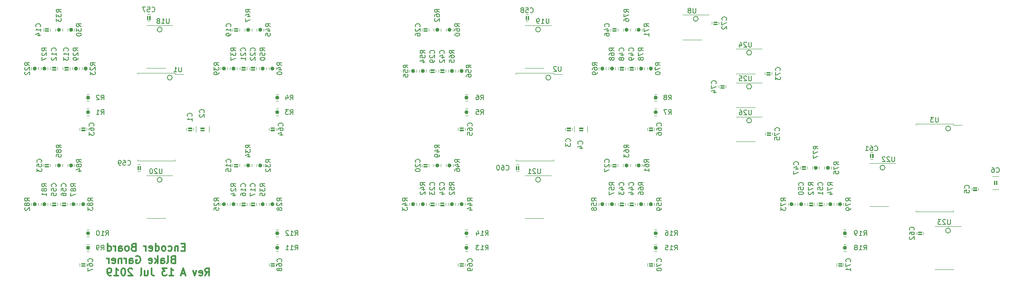
<source format=gbo>
G04 #@! TF.GenerationSoftware,KiCad,Pcbnew,(5.1.2)-1*
G04 #@! TF.CreationDate,2019-07-16T00:40:52+10:00*
G04 #@! TF.ProjectId,EncoderBoard,456e636f-6465-4724-926f-6172642e6b69,A*
G04 #@! TF.SameCoordinates,Original*
G04 #@! TF.FileFunction,Legend,Bot*
G04 #@! TF.FilePolarity,Positive*
%FSLAX46Y46*%
G04 Gerber Fmt 4.6, Leading zero omitted, Abs format (unit mm)*
G04 Created by KiCad (PCBNEW (5.1.2)-1) date 2019-07-16 00:40:52*
%MOMM*%
%LPD*%
G04 APERTURE LIST*
%ADD10C,0.300000*%
%ADD11C,0.100000*%
%ADD12C,0.120000*%
%ADD13C,0.400000*%
%ADD14C,0.150000*%
%ADD15C,0.180000*%
G04 APERTURE END LIST*
D10*
X99409285Y-101342857D02*
X98909285Y-101342857D01*
X98695000Y-102128571D02*
X99409285Y-102128571D01*
X99409285Y-100628571D01*
X98695000Y-100628571D01*
X98052142Y-101128571D02*
X98052142Y-102128571D01*
X98052142Y-101271428D02*
X97980714Y-101200000D01*
X97837857Y-101128571D01*
X97623571Y-101128571D01*
X97480714Y-101200000D01*
X97409285Y-101342857D01*
X97409285Y-102128571D01*
X96052142Y-102057142D02*
X96195000Y-102128571D01*
X96480714Y-102128571D01*
X96623571Y-102057142D01*
X96695000Y-101985714D01*
X96766428Y-101842857D01*
X96766428Y-101414285D01*
X96695000Y-101271428D01*
X96623571Y-101200000D01*
X96480714Y-101128571D01*
X96195000Y-101128571D01*
X96052142Y-101200000D01*
X95195000Y-102128571D02*
X95337857Y-102057142D01*
X95409285Y-101985714D01*
X95480714Y-101842857D01*
X95480714Y-101414285D01*
X95409285Y-101271428D01*
X95337857Y-101200000D01*
X95195000Y-101128571D01*
X94980714Y-101128571D01*
X94837857Y-101200000D01*
X94766428Y-101271428D01*
X94695000Y-101414285D01*
X94695000Y-101842857D01*
X94766428Y-101985714D01*
X94837857Y-102057142D01*
X94980714Y-102128571D01*
X95195000Y-102128571D01*
X93409285Y-102128571D02*
X93409285Y-100628571D01*
X93409285Y-102057142D02*
X93552142Y-102128571D01*
X93837857Y-102128571D01*
X93980714Y-102057142D01*
X94052142Y-101985714D01*
X94123571Y-101842857D01*
X94123571Y-101414285D01*
X94052142Y-101271428D01*
X93980714Y-101200000D01*
X93837857Y-101128571D01*
X93552142Y-101128571D01*
X93409285Y-101200000D01*
X92123571Y-102057142D02*
X92266428Y-102128571D01*
X92552142Y-102128571D01*
X92695000Y-102057142D01*
X92766428Y-101914285D01*
X92766428Y-101342857D01*
X92695000Y-101200000D01*
X92552142Y-101128571D01*
X92266428Y-101128571D01*
X92123571Y-101200000D01*
X92052142Y-101342857D01*
X92052142Y-101485714D01*
X92766428Y-101628571D01*
X91409285Y-102128571D02*
X91409285Y-101128571D01*
X91409285Y-101414285D02*
X91337857Y-101271428D01*
X91266428Y-101200000D01*
X91123571Y-101128571D01*
X90980714Y-101128571D01*
X88837857Y-101342857D02*
X88623571Y-101414285D01*
X88552142Y-101485714D01*
X88480714Y-101628571D01*
X88480714Y-101842857D01*
X88552142Y-101985714D01*
X88623571Y-102057142D01*
X88766428Y-102128571D01*
X89337857Y-102128571D01*
X89337857Y-100628571D01*
X88837857Y-100628571D01*
X88695000Y-100700000D01*
X88623571Y-100771428D01*
X88552142Y-100914285D01*
X88552142Y-101057142D01*
X88623571Y-101200000D01*
X88695000Y-101271428D01*
X88837857Y-101342857D01*
X89337857Y-101342857D01*
X87623571Y-102128571D02*
X87766428Y-102057142D01*
X87837857Y-101985714D01*
X87909285Y-101842857D01*
X87909285Y-101414285D01*
X87837857Y-101271428D01*
X87766428Y-101200000D01*
X87623571Y-101128571D01*
X87409285Y-101128571D01*
X87266428Y-101200000D01*
X87195000Y-101271428D01*
X87123571Y-101414285D01*
X87123571Y-101842857D01*
X87195000Y-101985714D01*
X87266428Y-102057142D01*
X87409285Y-102128571D01*
X87623571Y-102128571D01*
X85837857Y-102128571D02*
X85837857Y-101342857D01*
X85909285Y-101200000D01*
X86052142Y-101128571D01*
X86337857Y-101128571D01*
X86480714Y-101200000D01*
X85837857Y-102057142D02*
X85980714Y-102128571D01*
X86337857Y-102128571D01*
X86480714Y-102057142D01*
X86552142Y-101914285D01*
X86552142Y-101771428D01*
X86480714Y-101628571D01*
X86337857Y-101557142D01*
X85980714Y-101557142D01*
X85837857Y-101485714D01*
X85123571Y-102128571D02*
X85123571Y-101128571D01*
X85123571Y-101414285D02*
X85052142Y-101271428D01*
X84980714Y-101200000D01*
X84837857Y-101128571D01*
X84695000Y-101128571D01*
X83552142Y-102128571D02*
X83552142Y-100628571D01*
X83552142Y-102057142D02*
X83695000Y-102128571D01*
X83980714Y-102128571D01*
X84123571Y-102057142D01*
X84195000Y-101985714D01*
X84266428Y-101842857D01*
X84266428Y-101414285D01*
X84195000Y-101271428D01*
X84123571Y-101200000D01*
X83980714Y-101128571D01*
X83695000Y-101128571D01*
X83552142Y-101200000D01*
X96980714Y-103892857D02*
X96766428Y-103964285D01*
X96695000Y-104035714D01*
X96623571Y-104178571D01*
X96623571Y-104392857D01*
X96695000Y-104535714D01*
X96766428Y-104607142D01*
X96909285Y-104678571D01*
X97480714Y-104678571D01*
X97480714Y-103178571D01*
X96980714Y-103178571D01*
X96837857Y-103250000D01*
X96766428Y-103321428D01*
X96695000Y-103464285D01*
X96695000Y-103607142D01*
X96766428Y-103750000D01*
X96837857Y-103821428D01*
X96980714Y-103892857D01*
X97480714Y-103892857D01*
X95766428Y-104678571D02*
X95909285Y-104607142D01*
X95980714Y-104464285D01*
X95980714Y-103178571D01*
X94552142Y-104678571D02*
X94552142Y-103892857D01*
X94623571Y-103750000D01*
X94766428Y-103678571D01*
X95052142Y-103678571D01*
X95195000Y-103750000D01*
X94552142Y-104607142D02*
X94695000Y-104678571D01*
X95052142Y-104678571D01*
X95195000Y-104607142D01*
X95266428Y-104464285D01*
X95266428Y-104321428D01*
X95195000Y-104178571D01*
X95052142Y-104107142D01*
X94695000Y-104107142D01*
X94552142Y-104035714D01*
X93837857Y-104678571D02*
X93837857Y-103178571D01*
X93695000Y-104107142D02*
X93266428Y-104678571D01*
X93266428Y-103678571D02*
X93837857Y-104250000D01*
X92052142Y-104607142D02*
X92195000Y-104678571D01*
X92480714Y-104678571D01*
X92623571Y-104607142D01*
X92695000Y-104464285D01*
X92695000Y-103892857D01*
X92623571Y-103750000D01*
X92480714Y-103678571D01*
X92195000Y-103678571D01*
X92052142Y-103750000D01*
X91980714Y-103892857D01*
X91980714Y-104035714D01*
X92695000Y-104178571D01*
X89409285Y-103250000D02*
X89552142Y-103178571D01*
X89766428Y-103178571D01*
X89980714Y-103250000D01*
X90123571Y-103392857D01*
X90195000Y-103535714D01*
X90266428Y-103821428D01*
X90266428Y-104035714D01*
X90195000Y-104321428D01*
X90123571Y-104464285D01*
X89980714Y-104607142D01*
X89766428Y-104678571D01*
X89623571Y-104678571D01*
X89409285Y-104607142D01*
X89337857Y-104535714D01*
X89337857Y-104035714D01*
X89623571Y-104035714D01*
X88052142Y-104678571D02*
X88052142Y-103892857D01*
X88123571Y-103750000D01*
X88266428Y-103678571D01*
X88552142Y-103678571D01*
X88695000Y-103750000D01*
X88052142Y-104607142D02*
X88195000Y-104678571D01*
X88552142Y-104678571D01*
X88695000Y-104607142D01*
X88766428Y-104464285D01*
X88766428Y-104321428D01*
X88695000Y-104178571D01*
X88552142Y-104107142D01*
X88195000Y-104107142D01*
X88052142Y-104035714D01*
X87337857Y-104678571D02*
X87337857Y-103678571D01*
X87337857Y-103964285D02*
X87266428Y-103821428D01*
X87195000Y-103750000D01*
X87052142Y-103678571D01*
X86909285Y-103678571D01*
X86409285Y-103678571D02*
X86409285Y-104678571D01*
X86409285Y-103821428D02*
X86337857Y-103750000D01*
X86195000Y-103678571D01*
X85980714Y-103678571D01*
X85837857Y-103750000D01*
X85766428Y-103892857D01*
X85766428Y-104678571D01*
X84480714Y-104607142D02*
X84623571Y-104678571D01*
X84909285Y-104678571D01*
X85052142Y-104607142D01*
X85123571Y-104464285D01*
X85123571Y-103892857D01*
X85052142Y-103750000D01*
X84909285Y-103678571D01*
X84623571Y-103678571D01*
X84480714Y-103750000D01*
X84409285Y-103892857D01*
X84409285Y-104035714D01*
X85123571Y-104178571D01*
X83766428Y-104678571D02*
X83766428Y-103678571D01*
X83766428Y-103964285D02*
X83695000Y-103821428D01*
X83623571Y-103750000D01*
X83480714Y-103678571D01*
X83337857Y-103678571D01*
X103623571Y-107228571D02*
X104123571Y-106514285D01*
X104480714Y-107228571D02*
X104480714Y-105728571D01*
X103909285Y-105728571D01*
X103766428Y-105800000D01*
X103695000Y-105871428D01*
X103623571Y-106014285D01*
X103623571Y-106228571D01*
X103695000Y-106371428D01*
X103766428Y-106442857D01*
X103909285Y-106514285D01*
X104480714Y-106514285D01*
X102409285Y-107157142D02*
X102552142Y-107228571D01*
X102837857Y-107228571D01*
X102980714Y-107157142D01*
X103052142Y-107014285D01*
X103052142Y-106442857D01*
X102980714Y-106300000D01*
X102837857Y-106228571D01*
X102552142Y-106228571D01*
X102409285Y-106300000D01*
X102337857Y-106442857D01*
X102337857Y-106585714D01*
X103052142Y-106728571D01*
X101837857Y-106228571D02*
X101480714Y-107228571D01*
X101123571Y-106228571D01*
X99480714Y-106800000D02*
X98766428Y-106800000D01*
X99623571Y-107228571D02*
X99123571Y-105728571D01*
X98623571Y-107228571D01*
X96195000Y-107228571D02*
X97052142Y-107228571D01*
X96623571Y-107228571D02*
X96623571Y-105728571D01*
X96766428Y-105942857D01*
X96909285Y-106085714D01*
X97052142Y-106157142D01*
X95695000Y-105728571D02*
X94766428Y-105728571D01*
X95266428Y-106300000D01*
X95052142Y-106300000D01*
X94909285Y-106371428D01*
X94837857Y-106442857D01*
X94766428Y-106585714D01*
X94766428Y-106942857D01*
X94837857Y-107085714D01*
X94909285Y-107157142D01*
X95052142Y-107228571D01*
X95480714Y-107228571D01*
X95623571Y-107157142D01*
X95695000Y-107085714D01*
X92552142Y-105728571D02*
X92552142Y-106800000D01*
X92623571Y-107014285D01*
X92766428Y-107157142D01*
X92980714Y-107228571D01*
X93123571Y-107228571D01*
X91195000Y-106228571D02*
X91195000Y-107228571D01*
X91837857Y-106228571D02*
X91837857Y-107014285D01*
X91766428Y-107157142D01*
X91623571Y-107228571D01*
X91409285Y-107228571D01*
X91266428Y-107157142D01*
X91195000Y-107085714D01*
X90266428Y-107228571D02*
X90409285Y-107157142D01*
X90480714Y-107014285D01*
X90480714Y-105728571D01*
X88623571Y-105871428D02*
X88552142Y-105800000D01*
X88409285Y-105728571D01*
X88052142Y-105728571D01*
X87909285Y-105800000D01*
X87837857Y-105871428D01*
X87766428Y-106014285D01*
X87766428Y-106157142D01*
X87837857Y-106371428D01*
X88695000Y-107228571D01*
X87766428Y-107228571D01*
X86837857Y-105728571D02*
X86695000Y-105728571D01*
X86552142Y-105800000D01*
X86480714Y-105871428D01*
X86409285Y-106014285D01*
X86337857Y-106300000D01*
X86337857Y-106657142D01*
X86409285Y-106942857D01*
X86480714Y-107085714D01*
X86552142Y-107157142D01*
X86695000Y-107228571D01*
X86837857Y-107228571D01*
X86980714Y-107157142D01*
X87052142Y-107085714D01*
X87123571Y-106942857D01*
X87195000Y-106657142D01*
X87195000Y-106300000D01*
X87123571Y-106014285D01*
X87052142Y-105871428D01*
X86980714Y-105800000D01*
X86837857Y-105728571D01*
X84909285Y-107228571D02*
X85766428Y-107228571D01*
X85337857Y-107228571D02*
X85337857Y-105728571D01*
X85480714Y-105942857D01*
X85623571Y-106085714D01*
X85766428Y-106157142D01*
X84195000Y-107228571D02*
X83909285Y-107228571D01*
X83766428Y-107157142D01*
X83695000Y-107085714D01*
X83552142Y-106871428D01*
X83480714Y-106585714D01*
X83480714Y-106014285D01*
X83552142Y-105871428D01*
X83623571Y-105800000D01*
X83766428Y-105728571D01*
X84052142Y-105728571D01*
X84195000Y-105800000D01*
X84266428Y-105871428D01*
X84337857Y-106014285D01*
X84337857Y-106371428D01*
X84266428Y-106514285D01*
X84195000Y-106585714D01*
X84052142Y-106657142D01*
X83766428Y-106657142D01*
X83623571Y-106585714D01*
X83552142Y-106514285D01*
X83480714Y-106371428D01*
D11*
G36*
X266662000Y-88481000D02*
G01*
X266852500Y-88481000D01*
X266852500Y-87719000D01*
X266662000Y-87719000D01*
X266662000Y-88481000D01*
G37*
X266662000Y-88481000D02*
X266852500Y-88481000D01*
X266852500Y-87719000D01*
X266662000Y-87719000D01*
X266662000Y-88481000D01*
G36*
X266217500Y-88481000D02*
G01*
X266408000Y-88481000D01*
X266408000Y-87719000D01*
X266217500Y-87719000D01*
X266217500Y-88481000D01*
G37*
X266217500Y-88481000D02*
X266408000Y-88481000D01*
X266408000Y-87719000D01*
X266217500Y-87719000D01*
X266217500Y-88481000D01*
D12*
X265932936Y-86740000D02*
X267137064Y-86740000D01*
X265932936Y-89460000D02*
X267137064Y-89460000D01*
D11*
G36*
X100154000Y-77162000D02*
G01*
X100154000Y-77352500D01*
X100916000Y-77352500D01*
X100916000Y-77162000D01*
X100154000Y-77162000D01*
G37*
X100154000Y-77162000D02*
X100154000Y-77352500D01*
X100916000Y-77352500D01*
X100916000Y-77162000D01*
X100154000Y-77162000D01*
G36*
X100154000Y-76717500D02*
G01*
X100154000Y-76908000D01*
X100916000Y-76908000D01*
X100916000Y-76717500D01*
X100154000Y-76717500D01*
G37*
X100154000Y-76717500D02*
X100154000Y-76908000D01*
X100916000Y-76908000D01*
X100916000Y-76717500D01*
X100154000Y-76717500D01*
D12*
X101245000Y-76776422D02*
X101245000Y-77293578D01*
X99825000Y-76776422D02*
X99825000Y-77293578D01*
D11*
G36*
X102694000Y-77162000D02*
G01*
X102694000Y-77352500D01*
X103456000Y-77352500D01*
X103456000Y-77162000D01*
X102694000Y-77162000D01*
G37*
X102694000Y-77162000D02*
X102694000Y-77352500D01*
X103456000Y-77352500D01*
X103456000Y-77162000D01*
X102694000Y-77162000D01*
G36*
X102694000Y-76717500D02*
G01*
X102694000Y-76908000D01*
X103456000Y-76908000D01*
X103456000Y-76717500D01*
X102694000Y-76717500D01*
G37*
X102694000Y-76717500D02*
X102694000Y-76908000D01*
X103456000Y-76908000D01*
X103456000Y-76717500D01*
X102694000Y-76717500D01*
D12*
X104435000Y-76432936D02*
X104435000Y-77637064D01*
X101715000Y-76432936D02*
X101715000Y-77637064D01*
D11*
G36*
X178184000Y-77162000D02*
G01*
X178184000Y-77352500D01*
X178946000Y-77352500D01*
X178946000Y-77162000D01*
X178184000Y-77162000D01*
G37*
X178184000Y-77162000D02*
X178184000Y-77352500D01*
X178946000Y-77352500D01*
X178946000Y-77162000D01*
X178184000Y-77162000D01*
G36*
X178184000Y-76717500D02*
G01*
X178184000Y-76908000D01*
X178946000Y-76908000D01*
X178946000Y-76717500D01*
X178184000Y-76717500D01*
G37*
X178184000Y-76717500D02*
X178184000Y-76908000D01*
X178946000Y-76908000D01*
X178946000Y-76717500D01*
X178184000Y-76717500D01*
D12*
X179275000Y-76776422D02*
X179275000Y-77293578D01*
X177855000Y-76776422D02*
X177855000Y-77293578D01*
D11*
G36*
X180724000Y-77162000D02*
G01*
X180724000Y-77352500D01*
X181486000Y-77352500D01*
X181486000Y-77162000D01*
X180724000Y-77162000D01*
G37*
X180724000Y-77162000D02*
X180724000Y-77352500D01*
X181486000Y-77352500D01*
X181486000Y-77162000D01*
X180724000Y-77162000D01*
G36*
X180724000Y-76717500D02*
G01*
X180724000Y-76908000D01*
X181486000Y-76908000D01*
X181486000Y-76717500D01*
X180724000Y-76717500D01*
G37*
X180724000Y-76717500D02*
X180724000Y-76908000D01*
X181486000Y-76908000D01*
X181486000Y-76717500D01*
X180724000Y-76717500D01*
D12*
X182465000Y-76432936D02*
X182465000Y-77637064D01*
X179745000Y-76432936D02*
X179745000Y-77637064D01*
D11*
G36*
X261963000Y-89497000D02*
G01*
X261963000Y-89687500D01*
X262725000Y-89687500D01*
X262725000Y-89497000D01*
X261963000Y-89497000D01*
G37*
X261963000Y-89497000D02*
X261963000Y-89687500D01*
X262725000Y-89687500D01*
X262725000Y-89497000D01*
X261963000Y-89497000D01*
G36*
X261963000Y-89052500D02*
G01*
X261963000Y-89243000D01*
X262725000Y-89243000D01*
X262725000Y-89052500D01*
X261963000Y-89052500D01*
G37*
X261963000Y-89052500D02*
X261963000Y-89243000D01*
X262725000Y-89243000D01*
X262725000Y-89052500D01*
X261963000Y-89052500D01*
D12*
X263054000Y-89111422D02*
X263054000Y-89628578D01*
X261634000Y-89111422D02*
X261634000Y-89628578D01*
D11*
G36*
X72119000Y-64627000D02*
G01*
X72119000Y-64817500D01*
X72881000Y-64817500D01*
X72881000Y-64627000D01*
X72119000Y-64627000D01*
G37*
X72119000Y-64627000D02*
X72119000Y-64817500D01*
X72881000Y-64817500D01*
X72881000Y-64627000D01*
X72119000Y-64627000D01*
G36*
X72119000Y-64182500D02*
G01*
X72119000Y-64373000D01*
X72881000Y-64373000D01*
X72881000Y-64182500D01*
X72119000Y-64182500D01*
G37*
X72119000Y-64182500D02*
X72119000Y-64373000D01*
X72881000Y-64373000D01*
X72881000Y-64182500D01*
X72119000Y-64182500D01*
D12*
X73210000Y-64241422D02*
X73210000Y-64758578D01*
X71790000Y-64241422D02*
X71790000Y-64758578D01*
D11*
G36*
X74619000Y-64627000D02*
G01*
X74619000Y-64817500D01*
X75381000Y-64817500D01*
X75381000Y-64627000D01*
X74619000Y-64627000D01*
G37*
X74619000Y-64627000D02*
X74619000Y-64817500D01*
X75381000Y-64817500D01*
X75381000Y-64627000D01*
X74619000Y-64627000D01*
G36*
X74619000Y-64182500D02*
G01*
X74619000Y-64373000D01*
X75381000Y-64373000D01*
X75381000Y-64182500D01*
X74619000Y-64182500D01*
G37*
X74619000Y-64182500D02*
X74619000Y-64373000D01*
X75381000Y-64373000D01*
X75381000Y-64182500D01*
X74619000Y-64182500D01*
D12*
X75710000Y-64241422D02*
X75710000Y-64758578D01*
X74290000Y-64241422D02*
X74290000Y-64758578D01*
D13*
X79700000Y-73500000D02*
G75*
G03X79700000Y-73500000I-200000J0D01*
G01*
D12*
X79758578Y-74210000D02*
X79241422Y-74210000D01*
X79758578Y-72790000D02*
X79241422Y-72790000D01*
D13*
X79700000Y-70500000D02*
G75*
G03X79700000Y-70500000I-200000J0D01*
G01*
D12*
X79758578Y-71210000D02*
X79241422Y-71210000D01*
X79758578Y-69790000D02*
X79241422Y-69790000D01*
D13*
X118700000Y-73500000D02*
G75*
G03X118700000Y-73500000I-200000J0D01*
G01*
D12*
X118758578Y-74210000D02*
X118241422Y-74210000D01*
X118758578Y-72790000D02*
X118241422Y-72790000D01*
D13*
X118700000Y-70500000D02*
G75*
G03X118700000Y-70500000I-200000J0D01*
G01*
D12*
X118758578Y-71210000D02*
X118241422Y-71210000D01*
X118758578Y-69790000D02*
X118241422Y-69790000D01*
D13*
X157700000Y-73500000D02*
G75*
G03X157700000Y-73500000I-200000J0D01*
G01*
D12*
X157758578Y-74210000D02*
X157241422Y-74210000D01*
X157758578Y-72790000D02*
X157241422Y-72790000D01*
D13*
X157700000Y-70500000D02*
G75*
G03X157700000Y-70500000I-200000J0D01*
G01*
D12*
X157758578Y-71210000D02*
X157241422Y-71210000D01*
X157758578Y-69790000D02*
X157241422Y-69790000D01*
D13*
X196700000Y-73500000D02*
G75*
G03X196700000Y-73500000I-200000J0D01*
G01*
D12*
X196758578Y-74210000D02*
X196241422Y-74210000D01*
X196758578Y-72790000D02*
X196241422Y-72790000D01*
D13*
X196700000Y-70500000D02*
G75*
G03X196700000Y-70500000I-200000J0D01*
G01*
D12*
X196758578Y-71210000D02*
X196241422Y-71210000D01*
X196758578Y-69790000D02*
X196241422Y-69790000D01*
D13*
X79700000Y-101500000D02*
G75*
G03X79700000Y-101500000I-200000J0D01*
G01*
D12*
X79758578Y-102210000D02*
X79241422Y-102210000D01*
X79758578Y-100790000D02*
X79241422Y-100790000D01*
D13*
X79700000Y-98500000D02*
G75*
G03X79700000Y-98500000I-200000J0D01*
G01*
D12*
X79758578Y-99210000D02*
X79241422Y-99210000D01*
X79758578Y-97790000D02*
X79241422Y-97790000D01*
D13*
X118700000Y-101500000D02*
G75*
G03X118700000Y-101500000I-200000J0D01*
G01*
D12*
X118758578Y-102210000D02*
X118241422Y-102210000D01*
X118758578Y-100790000D02*
X118241422Y-100790000D01*
D13*
X118700000Y-98500000D02*
G75*
G03X118700000Y-98500000I-200000J0D01*
G01*
D12*
X118758578Y-99210000D02*
X118241422Y-99210000D01*
X118758578Y-97790000D02*
X118241422Y-97790000D01*
D13*
X157700000Y-101500000D02*
G75*
G03X157700000Y-101500000I-200000J0D01*
G01*
D12*
X157758578Y-102210000D02*
X157241422Y-102210000D01*
X157758578Y-100790000D02*
X157241422Y-100790000D01*
D13*
X157700000Y-98500000D02*
G75*
G03X157700000Y-98500000I-200000J0D01*
G01*
D12*
X157758578Y-99210000D02*
X157241422Y-99210000D01*
X157758578Y-97790000D02*
X157241422Y-97790000D01*
D13*
X196700000Y-101500000D02*
G75*
G03X196700000Y-101500000I-200000J0D01*
G01*
D12*
X196758578Y-102210000D02*
X196241422Y-102210000D01*
X196758578Y-100790000D02*
X196241422Y-100790000D01*
D13*
X196700000Y-98500000D02*
G75*
G03X196700000Y-98500000I-200000J0D01*
G01*
D12*
X196758578Y-99210000D02*
X196241422Y-99210000D01*
X196758578Y-97790000D02*
X196241422Y-97790000D01*
D13*
X235700000Y-101500000D02*
G75*
G03X235700000Y-101500000I-200000J0D01*
G01*
D12*
X235758578Y-102210000D02*
X235241422Y-102210000D01*
X235758578Y-100790000D02*
X235241422Y-100790000D01*
D13*
X235700000Y-98500000D02*
G75*
G03X235700000Y-98500000I-200000J0D01*
G01*
D12*
X235758578Y-99210000D02*
X235241422Y-99210000D01*
X235758578Y-97790000D02*
X235241422Y-97790000D01*
D13*
X68700000Y-64500000D02*
G75*
G03X68700000Y-64500000I-200000J0D01*
G01*
D12*
X69210000Y-64241422D02*
X69210000Y-64758578D01*
X67790000Y-64241422D02*
X67790000Y-64758578D01*
D13*
X79200000Y-64500000D02*
G75*
G03X79200000Y-64500000I-200000J0D01*
G01*
D12*
X79710000Y-64241422D02*
X79710000Y-64758578D01*
X78290000Y-64241422D02*
X78290000Y-64758578D01*
D13*
X70700000Y-64500000D02*
G75*
G03X70700000Y-64500000I-200000J0D01*
G01*
D12*
X69790000Y-64758578D02*
X69790000Y-64241422D01*
X71210000Y-64758578D02*
X71210000Y-64241422D01*
D13*
X77200000Y-64500000D02*
G75*
G03X77200000Y-64500000I-200000J0D01*
G01*
D12*
X76290000Y-64758578D02*
X76290000Y-64241422D01*
X77710000Y-64758578D02*
X77710000Y-64241422D01*
D14*
X96852000Y-66367000D02*
G75*
G03X96852000Y-66367000I-508000J0D01*
G01*
D12*
X93550000Y-83555000D02*
X89690000Y-83555000D01*
X89690000Y-83555000D02*
X89690000Y-83310000D01*
X93550000Y-83555000D02*
X97410000Y-83555000D01*
X97410000Y-83555000D02*
X97410000Y-83310000D01*
X93550000Y-65435000D02*
X89690000Y-65435000D01*
X89690000Y-65435000D02*
X89690000Y-65680000D01*
X93550000Y-65435000D02*
X97410000Y-65435000D01*
X97410000Y-65435000D02*
X97410000Y-65680000D01*
X97410000Y-65680000D02*
X99225000Y-65680000D01*
D14*
X174882000Y-66367000D02*
G75*
G03X174882000Y-66367000I-508000J0D01*
G01*
D12*
X171580000Y-83555000D02*
X167720000Y-83555000D01*
X167720000Y-83555000D02*
X167720000Y-83310000D01*
X171580000Y-83555000D02*
X175440000Y-83555000D01*
X175440000Y-83555000D02*
X175440000Y-83310000D01*
X171580000Y-65435000D02*
X167720000Y-65435000D01*
X167720000Y-65435000D02*
X167720000Y-65680000D01*
X171580000Y-65435000D02*
X175440000Y-65435000D01*
X175440000Y-65435000D02*
X175440000Y-65680000D01*
X175440000Y-65680000D02*
X177255000Y-65680000D01*
D14*
X257302000Y-76872000D02*
G75*
G03X257302000Y-76872000I-508000J0D01*
G01*
D12*
X254000000Y-94060000D02*
X250140000Y-94060000D01*
X250140000Y-94060000D02*
X250140000Y-93815000D01*
X254000000Y-94060000D02*
X257860000Y-94060000D01*
X257860000Y-94060000D02*
X257860000Y-93815000D01*
X254000000Y-75940000D02*
X250140000Y-75940000D01*
X250140000Y-75940000D02*
X250140000Y-76185000D01*
X254000000Y-75940000D02*
X257860000Y-75940000D01*
X257860000Y-75940000D02*
X257860000Y-76185000D01*
X257860000Y-76185000D02*
X259675000Y-76185000D01*
D14*
X205270000Y-54222000D02*
G75*
G03X205270000Y-54222000I-508000J0D01*
G01*
D12*
X204000000Y-58560000D02*
X202050000Y-58560000D01*
X204000000Y-58560000D02*
X205950000Y-58560000D01*
X204000000Y-53440000D02*
X202050000Y-53440000D01*
X204000000Y-53440000D02*
X207450000Y-53440000D01*
D11*
G36*
X71381000Y-56373000D02*
G01*
X71381000Y-56182500D01*
X70619000Y-56182500D01*
X70619000Y-56373000D01*
X71381000Y-56373000D01*
G37*
X71381000Y-56373000D02*
X71381000Y-56182500D01*
X70619000Y-56182500D01*
X70619000Y-56373000D01*
X71381000Y-56373000D01*
G36*
X71381000Y-56817500D02*
G01*
X71381000Y-56627000D01*
X70619000Y-56627000D01*
X70619000Y-56817500D01*
X71381000Y-56817500D01*
G37*
X71381000Y-56817500D02*
X71381000Y-56627000D01*
X70619000Y-56627000D01*
X70619000Y-56817500D01*
X71381000Y-56817500D01*
D12*
X70290000Y-56758578D02*
X70290000Y-56241422D01*
X71710000Y-56758578D02*
X71710000Y-56241422D01*
D11*
G36*
X110381000Y-84373000D02*
G01*
X110381000Y-84182500D01*
X109619000Y-84182500D01*
X109619000Y-84373000D01*
X110381000Y-84373000D01*
G37*
X110381000Y-84373000D02*
X110381000Y-84182500D01*
X109619000Y-84182500D01*
X109619000Y-84373000D01*
X110381000Y-84373000D01*
G36*
X110381000Y-84817500D02*
G01*
X110381000Y-84627000D01*
X109619000Y-84627000D01*
X109619000Y-84817500D01*
X110381000Y-84817500D01*
G37*
X110381000Y-84817500D02*
X110381000Y-84627000D01*
X109619000Y-84627000D01*
X109619000Y-84817500D01*
X110381000Y-84817500D01*
D12*
X109290000Y-84758578D02*
X109290000Y-84241422D01*
X110710000Y-84758578D02*
X110710000Y-84241422D01*
D11*
G36*
X111119000Y-92627000D02*
G01*
X111119000Y-92817500D01*
X111881000Y-92817500D01*
X111881000Y-92627000D01*
X111119000Y-92627000D01*
G37*
X111119000Y-92627000D02*
X111119000Y-92817500D01*
X111881000Y-92817500D01*
X111881000Y-92627000D01*
X111119000Y-92627000D01*
G36*
X111119000Y-92182500D02*
G01*
X111119000Y-92373000D01*
X111881000Y-92373000D01*
X111881000Y-92182500D01*
X111119000Y-92182500D01*
G37*
X111119000Y-92182500D02*
X111119000Y-92373000D01*
X111881000Y-92373000D01*
X111881000Y-92182500D01*
X111119000Y-92182500D01*
D12*
X112210000Y-92241422D02*
X112210000Y-92758578D01*
X110790000Y-92241422D02*
X110790000Y-92758578D01*
D11*
G36*
X113119000Y-92627000D02*
G01*
X113119000Y-92817500D01*
X113881000Y-92817500D01*
X113881000Y-92627000D01*
X113119000Y-92627000D01*
G37*
X113119000Y-92627000D02*
X113119000Y-92817500D01*
X113881000Y-92817500D01*
X113881000Y-92627000D01*
X113119000Y-92627000D01*
G36*
X113119000Y-92182500D02*
G01*
X113119000Y-92373000D01*
X113881000Y-92373000D01*
X113881000Y-92182500D01*
X113119000Y-92182500D01*
G37*
X113119000Y-92182500D02*
X113119000Y-92373000D01*
X113881000Y-92373000D01*
X113881000Y-92182500D01*
X113119000Y-92182500D01*
D12*
X114210000Y-92241422D02*
X114210000Y-92758578D01*
X112790000Y-92241422D02*
X112790000Y-92758578D01*
D11*
G36*
X110381000Y-56373000D02*
G01*
X110381000Y-56182500D01*
X109619000Y-56182500D01*
X109619000Y-56373000D01*
X110381000Y-56373000D01*
G37*
X110381000Y-56373000D02*
X110381000Y-56182500D01*
X109619000Y-56182500D01*
X109619000Y-56373000D01*
X110381000Y-56373000D01*
G36*
X110381000Y-56817500D02*
G01*
X110381000Y-56627000D01*
X109619000Y-56627000D01*
X109619000Y-56817500D01*
X110381000Y-56817500D01*
G37*
X110381000Y-56817500D02*
X110381000Y-56627000D01*
X109619000Y-56627000D01*
X109619000Y-56817500D01*
X110381000Y-56817500D01*
D12*
X109290000Y-56758578D02*
X109290000Y-56241422D01*
X110710000Y-56758578D02*
X110710000Y-56241422D01*
D11*
G36*
X149381000Y-84373000D02*
G01*
X149381000Y-84182500D01*
X148619000Y-84182500D01*
X148619000Y-84373000D01*
X149381000Y-84373000D01*
G37*
X149381000Y-84373000D02*
X149381000Y-84182500D01*
X148619000Y-84182500D01*
X148619000Y-84373000D01*
X149381000Y-84373000D01*
G36*
X149381000Y-84817500D02*
G01*
X149381000Y-84627000D01*
X148619000Y-84627000D01*
X148619000Y-84817500D01*
X149381000Y-84817500D01*
G37*
X149381000Y-84817500D02*
X149381000Y-84627000D01*
X148619000Y-84627000D01*
X148619000Y-84817500D01*
X149381000Y-84817500D01*
D12*
X148290000Y-84758578D02*
X148290000Y-84241422D01*
X149710000Y-84758578D02*
X149710000Y-84241422D01*
D11*
G36*
X111119000Y-64627000D02*
G01*
X111119000Y-64817500D01*
X111881000Y-64817500D01*
X111881000Y-64627000D01*
X111119000Y-64627000D01*
G37*
X111119000Y-64627000D02*
X111119000Y-64817500D01*
X111881000Y-64817500D01*
X111881000Y-64627000D01*
X111119000Y-64627000D01*
G36*
X111119000Y-64182500D02*
G01*
X111119000Y-64373000D01*
X111881000Y-64373000D01*
X111881000Y-64182500D01*
X111119000Y-64182500D01*
G37*
X111119000Y-64182500D02*
X111119000Y-64373000D01*
X111881000Y-64373000D01*
X111881000Y-64182500D01*
X111119000Y-64182500D01*
D12*
X112210000Y-64241422D02*
X112210000Y-64758578D01*
X110790000Y-64241422D02*
X110790000Y-64758578D01*
D11*
G36*
X113119000Y-64627000D02*
G01*
X113119000Y-64817500D01*
X113881000Y-64817500D01*
X113881000Y-64627000D01*
X113119000Y-64627000D01*
G37*
X113119000Y-64627000D02*
X113119000Y-64817500D01*
X113881000Y-64817500D01*
X113881000Y-64627000D01*
X113119000Y-64627000D01*
G36*
X113119000Y-64182500D02*
G01*
X113119000Y-64373000D01*
X113881000Y-64373000D01*
X113881000Y-64182500D01*
X113119000Y-64182500D01*
G37*
X113119000Y-64182500D02*
X113119000Y-64373000D01*
X113881000Y-64373000D01*
X113881000Y-64182500D01*
X113119000Y-64182500D01*
D12*
X114210000Y-64241422D02*
X114210000Y-64758578D01*
X112790000Y-64241422D02*
X112790000Y-64758578D01*
D11*
G36*
X150119000Y-92627000D02*
G01*
X150119000Y-92817500D01*
X150881000Y-92817500D01*
X150881000Y-92627000D01*
X150119000Y-92627000D01*
G37*
X150119000Y-92627000D02*
X150119000Y-92817500D01*
X150881000Y-92817500D01*
X150881000Y-92627000D01*
X150119000Y-92627000D01*
G36*
X150119000Y-92182500D02*
G01*
X150119000Y-92373000D01*
X150881000Y-92373000D01*
X150881000Y-92182500D01*
X150119000Y-92182500D01*
G37*
X150119000Y-92182500D02*
X150119000Y-92373000D01*
X150881000Y-92373000D01*
X150881000Y-92182500D01*
X150119000Y-92182500D01*
D12*
X151210000Y-92241422D02*
X151210000Y-92758578D01*
X149790000Y-92241422D02*
X149790000Y-92758578D01*
D11*
G36*
X152119000Y-92627000D02*
G01*
X152119000Y-92817500D01*
X152881000Y-92817500D01*
X152881000Y-92627000D01*
X152119000Y-92627000D01*
G37*
X152119000Y-92627000D02*
X152119000Y-92817500D01*
X152881000Y-92817500D01*
X152881000Y-92627000D01*
X152119000Y-92627000D01*
G36*
X152119000Y-92182500D02*
G01*
X152119000Y-92373000D01*
X152881000Y-92373000D01*
X152881000Y-92182500D01*
X152119000Y-92182500D01*
G37*
X152119000Y-92182500D02*
X152119000Y-92373000D01*
X152881000Y-92373000D01*
X152881000Y-92182500D01*
X152119000Y-92182500D01*
D12*
X153210000Y-92241422D02*
X153210000Y-92758578D01*
X151790000Y-92241422D02*
X151790000Y-92758578D01*
D11*
G36*
X149381000Y-56373000D02*
G01*
X149381000Y-56182500D01*
X148619000Y-56182500D01*
X148619000Y-56373000D01*
X149381000Y-56373000D01*
G37*
X149381000Y-56373000D02*
X149381000Y-56182500D01*
X148619000Y-56182500D01*
X148619000Y-56373000D01*
X149381000Y-56373000D01*
G36*
X149381000Y-56817500D02*
G01*
X149381000Y-56627000D01*
X148619000Y-56627000D01*
X148619000Y-56817500D01*
X149381000Y-56817500D01*
G37*
X149381000Y-56817500D02*
X149381000Y-56627000D01*
X148619000Y-56627000D01*
X148619000Y-56817500D01*
X149381000Y-56817500D01*
D12*
X148290000Y-56758578D02*
X148290000Y-56241422D01*
X149710000Y-56758578D02*
X149710000Y-56241422D01*
D11*
G36*
X188381000Y-84373000D02*
G01*
X188381000Y-84182500D01*
X187619000Y-84182500D01*
X187619000Y-84373000D01*
X188381000Y-84373000D01*
G37*
X188381000Y-84373000D02*
X188381000Y-84182500D01*
X187619000Y-84182500D01*
X187619000Y-84373000D01*
X188381000Y-84373000D01*
G36*
X188381000Y-84817500D02*
G01*
X188381000Y-84627000D01*
X187619000Y-84627000D01*
X187619000Y-84817500D01*
X188381000Y-84817500D01*
G37*
X188381000Y-84817500D02*
X188381000Y-84627000D01*
X187619000Y-84627000D01*
X187619000Y-84817500D01*
X188381000Y-84817500D01*
D12*
X187290000Y-84758578D02*
X187290000Y-84241422D01*
X188710000Y-84758578D02*
X188710000Y-84241422D01*
D11*
G36*
X150119000Y-65127000D02*
G01*
X150119000Y-65317500D01*
X150881000Y-65317500D01*
X150881000Y-65127000D01*
X150119000Y-65127000D01*
G37*
X150119000Y-65127000D02*
X150119000Y-65317500D01*
X150881000Y-65317500D01*
X150881000Y-65127000D01*
X150119000Y-65127000D01*
G36*
X150119000Y-64682500D02*
G01*
X150119000Y-64873000D01*
X150881000Y-64873000D01*
X150881000Y-64682500D01*
X150119000Y-64682500D01*
G37*
X150119000Y-64682500D02*
X150119000Y-64873000D01*
X150881000Y-64873000D01*
X150881000Y-64682500D01*
X150119000Y-64682500D01*
D12*
X151210000Y-64741422D02*
X151210000Y-65258578D01*
X149790000Y-64741422D02*
X149790000Y-65258578D01*
D11*
G36*
X152119000Y-65127000D02*
G01*
X152119000Y-65317500D01*
X152881000Y-65317500D01*
X152881000Y-65127000D01*
X152119000Y-65127000D01*
G37*
X152119000Y-65127000D02*
X152119000Y-65317500D01*
X152881000Y-65317500D01*
X152881000Y-65127000D01*
X152119000Y-65127000D01*
G36*
X152119000Y-64682500D02*
G01*
X152119000Y-64873000D01*
X152881000Y-64873000D01*
X152881000Y-64682500D01*
X152119000Y-64682500D01*
G37*
X152119000Y-64682500D02*
X152119000Y-64873000D01*
X152881000Y-64873000D01*
X152881000Y-64682500D01*
X152119000Y-64682500D01*
D12*
X153210000Y-64741422D02*
X153210000Y-65258578D01*
X151790000Y-64741422D02*
X151790000Y-65258578D01*
D11*
G36*
X189119000Y-92627000D02*
G01*
X189119000Y-92817500D01*
X189881000Y-92817500D01*
X189881000Y-92627000D01*
X189119000Y-92627000D01*
G37*
X189119000Y-92627000D02*
X189119000Y-92817500D01*
X189881000Y-92817500D01*
X189881000Y-92627000D01*
X189119000Y-92627000D01*
G36*
X189119000Y-92182500D02*
G01*
X189119000Y-92373000D01*
X189881000Y-92373000D01*
X189881000Y-92182500D01*
X189119000Y-92182500D01*
G37*
X189119000Y-92182500D02*
X189119000Y-92373000D01*
X189881000Y-92373000D01*
X189881000Y-92182500D01*
X189119000Y-92182500D01*
D12*
X190210000Y-92241422D02*
X190210000Y-92758578D01*
X188790000Y-92241422D02*
X188790000Y-92758578D01*
D11*
G36*
X191119000Y-92627000D02*
G01*
X191119000Y-92817500D01*
X191881000Y-92817500D01*
X191881000Y-92627000D01*
X191119000Y-92627000D01*
G37*
X191119000Y-92627000D02*
X191119000Y-92817500D01*
X191881000Y-92817500D01*
X191881000Y-92627000D01*
X191119000Y-92627000D01*
G36*
X191119000Y-92182500D02*
G01*
X191119000Y-92373000D01*
X191881000Y-92373000D01*
X191881000Y-92182500D01*
X191119000Y-92182500D01*
G37*
X191119000Y-92182500D02*
X191119000Y-92373000D01*
X191881000Y-92373000D01*
X191881000Y-92182500D01*
X191119000Y-92182500D01*
D12*
X192210000Y-92241422D02*
X192210000Y-92758578D01*
X190790000Y-92241422D02*
X190790000Y-92758578D01*
D11*
G36*
X188381000Y-56373000D02*
G01*
X188381000Y-56182500D01*
X187619000Y-56182500D01*
X187619000Y-56373000D01*
X188381000Y-56373000D01*
G37*
X188381000Y-56373000D02*
X188381000Y-56182500D01*
X187619000Y-56182500D01*
X187619000Y-56373000D01*
X188381000Y-56373000D01*
G36*
X188381000Y-56817500D02*
G01*
X188381000Y-56627000D01*
X187619000Y-56627000D01*
X187619000Y-56817500D01*
X188381000Y-56817500D01*
G37*
X188381000Y-56817500D02*
X188381000Y-56627000D01*
X187619000Y-56627000D01*
X187619000Y-56817500D01*
X188381000Y-56817500D01*
D12*
X187290000Y-56758578D02*
X187290000Y-56241422D01*
X188710000Y-56758578D02*
X188710000Y-56241422D01*
D11*
G36*
X227381000Y-84873000D02*
G01*
X227381000Y-84682500D01*
X226619000Y-84682500D01*
X226619000Y-84873000D01*
X227381000Y-84873000D01*
G37*
X227381000Y-84873000D02*
X227381000Y-84682500D01*
X226619000Y-84682500D01*
X226619000Y-84873000D01*
X227381000Y-84873000D01*
G36*
X227381000Y-85317500D02*
G01*
X227381000Y-85127000D01*
X226619000Y-85127000D01*
X226619000Y-85317500D01*
X227381000Y-85317500D01*
G37*
X227381000Y-85317500D02*
X227381000Y-85127000D01*
X226619000Y-85127000D01*
X226619000Y-85317500D01*
X227381000Y-85317500D01*
D12*
X226290000Y-85258578D02*
X226290000Y-84741422D01*
X227710000Y-85258578D02*
X227710000Y-84741422D01*
D11*
G36*
X189119000Y-64627000D02*
G01*
X189119000Y-64817500D01*
X189881000Y-64817500D01*
X189881000Y-64627000D01*
X189119000Y-64627000D01*
G37*
X189119000Y-64627000D02*
X189119000Y-64817500D01*
X189881000Y-64817500D01*
X189881000Y-64627000D01*
X189119000Y-64627000D01*
G36*
X189119000Y-64182500D02*
G01*
X189119000Y-64373000D01*
X189881000Y-64373000D01*
X189881000Y-64182500D01*
X189119000Y-64182500D01*
G37*
X189119000Y-64182500D02*
X189119000Y-64373000D01*
X189881000Y-64373000D01*
X189881000Y-64182500D01*
X189119000Y-64182500D01*
D12*
X190210000Y-64241422D02*
X190210000Y-64758578D01*
X188790000Y-64241422D02*
X188790000Y-64758578D01*
D11*
G36*
X191119000Y-64627000D02*
G01*
X191119000Y-64817500D01*
X191881000Y-64817500D01*
X191881000Y-64627000D01*
X191119000Y-64627000D01*
G37*
X191119000Y-64627000D02*
X191119000Y-64817500D01*
X191881000Y-64817500D01*
X191881000Y-64627000D01*
X191119000Y-64627000D01*
G36*
X191119000Y-64182500D02*
G01*
X191119000Y-64373000D01*
X191881000Y-64373000D01*
X191881000Y-64182500D01*
X191119000Y-64182500D01*
G37*
X191119000Y-64182500D02*
X191119000Y-64373000D01*
X191881000Y-64373000D01*
X191881000Y-64182500D01*
X191119000Y-64182500D01*
D12*
X192210000Y-64241422D02*
X192210000Y-64758578D01*
X190790000Y-64241422D02*
X190790000Y-64758578D01*
D11*
G36*
X228119000Y-92627000D02*
G01*
X228119000Y-92817500D01*
X228881000Y-92817500D01*
X228881000Y-92627000D01*
X228119000Y-92627000D01*
G37*
X228119000Y-92627000D02*
X228119000Y-92817500D01*
X228881000Y-92817500D01*
X228881000Y-92627000D01*
X228119000Y-92627000D01*
G36*
X228119000Y-92182500D02*
G01*
X228119000Y-92373000D01*
X228881000Y-92373000D01*
X228881000Y-92182500D01*
X228119000Y-92182500D01*
G37*
X228119000Y-92182500D02*
X228119000Y-92373000D01*
X228881000Y-92373000D01*
X228881000Y-92182500D01*
X228119000Y-92182500D01*
D12*
X229210000Y-92241422D02*
X229210000Y-92758578D01*
X227790000Y-92241422D02*
X227790000Y-92758578D01*
D11*
G36*
X230119000Y-92627000D02*
G01*
X230119000Y-92817500D01*
X230881000Y-92817500D01*
X230881000Y-92627000D01*
X230119000Y-92627000D01*
G37*
X230119000Y-92627000D02*
X230119000Y-92817500D01*
X230881000Y-92817500D01*
X230881000Y-92627000D01*
X230119000Y-92627000D01*
G36*
X230119000Y-92182500D02*
G01*
X230119000Y-92373000D01*
X230881000Y-92373000D01*
X230881000Y-92182500D01*
X230119000Y-92182500D01*
G37*
X230119000Y-92182500D02*
X230119000Y-92373000D01*
X230881000Y-92373000D01*
X230881000Y-92182500D01*
X230119000Y-92182500D01*
D12*
X231210000Y-92241422D02*
X231210000Y-92758578D01*
X229790000Y-92241422D02*
X229790000Y-92758578D01*
D11*
G36*
X71381000Y-84373000D02*
G01*
X71381000Y-84182500D01*
X70619000Y-84182500D01*
X70619000Y-84373000D01*
X71381000Y-84373000D01*
G37*
X71381000Y-84373000D02*
X71381000Y-84182500D01*
X70619000Y-84182500D01*
X70619000Y-84373000D01*
X71381000Y-84373000D01*
G36*
X71381000Y-84817500D02*
G01*
X71381000Y-84627000D01*
X70619000Y-84627000D01*
X70619000Y-84817500D01*
X71381000Y-84817500D01*
G37*
X71381000Y-84817500D02*
X71381000Y-84627000D01*
X70619000Y-84627000D01*
X70619000Y-84817500D01*
X71381000Y-84817500D01*
D12*
X70290000Y-84758578D02*
X70290000Y-84241422D01*
X71710000Y-84758578D02*
X71710000Y-84241422D01*
D11*
G36*
X72119000Y-92627000D02*
G01*
X72119000Y-92817500D01*
X72881000Y-92817500D01*
X72881000Y-92627000D01*
X72119000Y-92627000D01*
G37*
X72119000Y-92627000D02*
X72119000Y-92817500D01*
X72881000Y-92817500D01*
X72881000Y-92627000D01*
X72119000Y-92627000D01*
G36*
X72119000Y-92182500D02*
G01*
X72119000Y-92373000D01*
X72881000Y-92373000D01*
X72881000Y-92182500D01*
X72119000Y-92182500D01*
G37*
X72119000Y-92182500D02*
X72119000Y-92373000D01*
X72881000Y-92373000D01*
X72881000Y-92182500D01*
X72119000Y-92182500D01*
D12*
X73210000Y-92241422D02*
X73210000Y-92758578D01*
X71790000Y-92241422D02*
X71790000Y-92758578D01*
D11*
G36*
X74119000Y-92627000D02*
G01*
X74119000Y-92817500D01*
X74881000Y-92817500D01*
X74881000Y-92627000D01*
X74119000Y-92627000D01*
G37*
X74119000Y-92627000D02*
X74119000Y-92817500D01*
X74881000Y-92817500D01*
X74881000Y-92627000D01*
X74119000Y-92627000D01*
G36*
X74119000Y-92182500D02*
G01*
X74119000Y-92373000D01*
X74881000Y-92373000D01*
X74881000Y-92182500D01*
X74119000Y-92182500D01*
G37*
X74119000Y-92182500D02*
X74119000Y-92373000D01*
X74881000Y-92373000D01*
X74881000Y-92182500D01*
X74119000Y-92182500D01*
D12*
X75210000Y-92241422D02*
X75210000Y-92758578D01*
X73790000Y-92241422D02*
X73790000Y-92758578D01*
D11*
G36*
X91873000Y-53619000D02*
G01*
X91682500Y-53619000D01*
X91682500Y-54381000D01*
X91873000Y-54381000D01*
X91873000Y-53619000D01*
G37*
X91873000Y-53619000D02*
X91682500Y-53619000D01*
X91682500Y-54381000D01*
X91873000Y-54381000D01*
X91873000Y-53619000D01*
G36*
X92317500Y-53619000D02*
G01*
X92127000Y-53619000D01*
X92127000Y-54381000D01*
X92317500Y-54381000D01*
X92317500Y-53619000D01*
G37*
X92317500Y-53619000D02*
X92127000Y-53619000D01*
X92127000Y-54381000D01*
X92317500Y-54381000D01*
X92317500Y-53619000D01*
D12*
X92258578Y-54710000D02*
X91741422Y-54710000D01*
X92258578Y-53290000D02*
X91741422Y-53290000D01*
D11*
G36*
X170127000Y-54381000D02*
G01*
X170317500Y-54381000D01*
X170317500Y-53619000D01*
X170127000Y-53619000D01*
X170127000Y-54381000D01*
G37*
X170127000Y-54381000D02*
X170317500Y-54381000D01*
X170317500Y-53619000D01*
X170127000Y-53619000D01*
X170127000Y-54381000D01*
G36*
X169682500Y-54381000D02*
G01*
X169873000Y-54381000D01*
X169873000Y-53619000D01*
X169682500Y-53619000D01*
X169682500Y-54381000D01*
G37*
X169682500Y-54381000D02*
X169873000Y-54381000D01*
X169873000Y-53619000D01*
X169682500Y-53619000D01*
X169682500Y-54381000D01*
D12*
X169741422Y-53290000D02*
X170258578Y-53290000D01*
X169741422Y-54710000D02*
X170258578Y-54710000D01*
D11*
G36*
X89873000Y-84619000D02*
G01*
X89682500Y-84619000D01*
X89682500Y-85381000D01*
X89873000Y-85381000D01*
X89873000Y-84619000D01*
G37*
X89873000Y-84619000D02*
X89682500Y-84619000D01*
X89682500Y-85381000D01*
X89873000Y-85381000D01*
X89873000Y-84619000D01*
G36*
X90317500Y-84619000D02*
G01*
X90127000Y-84619000D01*
X90127000Y-85381000D01*
X90317500Y-85381000D01*
X90317500Y-84619000D01*
G37*
X90317500Y-84619000D02*
X90127000Y-84619000D01*
X90127000Y-85381000D01*
X90317500Y-85381000D01*
X90317500Y-84619000D01*
D12*
X90258578Y-85710000D02*
X89741422Y-85710000D01*
X90258578Y-84290000D02*
X89741422Y-84290000D01*
D11*
G36*
X167873000Y-84619000D02*
G01*
X167682500Y-84619000D01*
X167682500Y-85381000D01*
X167873000Y-85381000D01*
X167873000Y-84619000D01*
G37*
X167873000Y-84619000D02*
X167682500Y-84619000D01*
X167682500Y-85381000D01*
X167873000Y-85381000D01*
X167873000Y-84619000D01*
G36*
X168317500Y-84619000D02*
G01*
X168127000Y-84619000D01*
X168127000Y-85381000D01*
X168317500Y-85381000D01*
X168317500Y-84619000D01*
G37*
X168317500Y-84619000D02*
X168127000Y-84619000D01*
X168127000Y-85381000D01*
X168317500Y-85381000D01*
X168317500Y-84619000D01*
D12*
X168258578Y-85710000D02*
X167741422Y-85710000D01*
X168258578Y-84290000D02*
X167741422Y-84290000D01*
D11*
G36*
X241127000Y-82881000D02*
G01*
X241317500Y-82881000D01*
X241317500Y-82119000D01*
X241127000Y-82119000D01*
X241127000Y-82881000D01*
G37*
X241127000Y-82881000D02*
X241317500Y-82881000D01*
X241317500Y-82119000D01*
X241127000Y-82119000D01*
X241127000Y-82881000D01*
G36*
X240682500Y-82881000D02*
G01*
X240873000Y-82881000D01*
X240873000Y-82119000D01*
X240682500Y-82119000D01*
X240682500Y-82881000D01*
G37*
X240682500Y-82881000D02*
X240873000Y-82881000D01*
X240873000Y-82119000D01*
X240682500Y-82119000D01*
X240682500Y-82881000D01*
D12*
X240741422Y-81790000D02*
X241258578Y-81790000D01*
X240741422Y-83210000D02*
X241258578Y-83210000D01*
D11*
G36*
X250619000Y-98627000D02*
G01*
X250619000Y-98817500D01*
X251381000Y-98817500D01*
X251381000Y-98627000D01*
X250619000Y-98627000D01*
G37*
X250619000Y-98627000D02*
X250619000Y-98817500D01*
X251381000Y-98817500D01*
X251381000Y-98627000D01*
X250619000Y-98627000D01*
G36*
X250619000Y-98182500D02*
G01*
X250619000Y-98373000D01*
X251381000Y-98373000D01*
X251381000Y-98182500D01*
X250619000Y-98182500D01*
G37*
X250619000Y-98182500D02*
X250619000Y-98373000D01*
X251381000Y-98373000D01*
X251381000Y-98182500D01*
X250619000Y-98182500D01*
D12*
X251710000Y-98241422D02*
X251710000Y-98758578D01*
X250290000Y-98241422D02*
X250290000Y-98758578D01*
D13*
X109700000Y-92500000D02*
G75*
G03X109700000Y-92500000I-200000J0D01*
G01*
D12*
X108790000Y-92758578D02*
X108790000Y-92241422D01*
X110210000Y-92758578D02*
X110210000Y-92241422D01*
D13*
X107700000Y-92500000D02*
G75*
G03X107700000Y-92500000I-200000J0D01*
G01*
D12*
X108210000Y-92241422D02*
X108210000Y-92758578D01*
X106790000Y-92241422D02*
X106790000Y-92758578D01*
D13*
X117700000Y-92500000D02*
G75*
G03X117700000Y-92500000I-200000J0D01*
G01*
D12*
X118210000Y-92241422D02*
X118210000Y-92758578D01*
X116790000Y-92241422D02*
X116790000Y-92758578D01*
D13*
X76200000Y-56500000D02*
G75*
G03X76200000Y-56500000I-200000J0D01*
G01*
D12*
X75290000Y-56758578D02*
X75290000Y-56241422D01*
X76710000Y-56758578D02*
X76710000Y-56241422D01*
D13*
X115200000Y-84500000D02*
G75*
G03X115200000Y-84500000I-200000J0D01*
G01*
D12*
X114290000Y-84758578D02*
X114290000Y-84241422D01*
X115710000Y-84758578D02*
X115710000Y-84241422D01*
D13*
X73700000Y-56500000D02*
G75*
G03X73700000Y-56500000I-200000J0D01*
G01*
D12*
X72790000Y-56758578D02*
X72790000Y-56241422D01*
X74210000Y-56758578D02*
X74210000Y-56241422D01*
D13*
X112700000Y-84500000D02*
G75*
G03X112700000Y-84500000I-200000J0D01*
G01*
D12*
X111790000Y-84758578D02*
X111790000Y-84241422D01*
X113210000Y-84758578D02*
X113210000Y-84241422D01*
D13*
X115700000Y-92500000D02*
G75*
G03X115700000Y-92500000I-200000J0D01*
G01*
D12*
X114790000Y-92758578D02*
X114790000Y-92241422D01*
X116210000Y-92758578D02*
X116210000Y-92241422D01*
D13*
X109700000Y-64500000D02*
G75*
G03X109700000Y-64500000I-200000J0D01*
G01*
D12*
X108790000Y-64758578D02*
X108790000Y-64241422D01*
X110210000Y-64758578D02*
X110210000Y-64241422D01*
D13*
X107700000Y-64500000D02*
G75*
G03X107700000Y-64500000I-200000J0D01*
G01*
D12*
X108210000Y-64241422D02*
X108210000Y-64758578D01*
X106790000Y-64241422D02*
X106790000Y-64758578D01*
D13*
X117700000Y-64500000D02*
G75*
G03X117700000Y-64500000I-200000J0D01*
G01*
D12*
X118210000Y-64241422D02*
X118210000Y-64758578D01*
X116790000Y-64241422D02*
X116790000Y-64758578D01*
D13*
X148700000Y-92500000D02*
G75*
G03X148700000Y-92500000I-200000J0D01*
G01*
D12*
X147790000Y-92758578D02*
X147790000Y-92241422D01*
X149210000Y-92758578D02*
X149210000Y-92241422D01*
D13*
X146700000Y-92500000D02*
G75*
G03X146700000Y-92500000I-200000J0D01*
G01*
D12*
X147210000Y-92241422D02*
X147210000Y-92758578D01*
X145790000Y-92241422D02*
X145790000Y-92758578D01*
D13*
X156700000Y-92500000D02*
G75*
G03X156700000Y-92500000I-200000J0D01*
G01*
D12*
X157210000Y-92241422D02*
X157210000Y-92758578D01*
X155790000Y-92241422D02*
X155790000Y-92758578D01*
D13*
X115200000Y-56500000D02*
G75*
G03X115200000Y-56500000I-200000J0D01*
G01*
D12*
X114290000Y-56758578D02*
X114290000Y-56241422D01*
X115710000Y-56758578D02*
X115710000Y-56241422D01*
D13*
X154200000Y-84500000D02*
G75*
G03X154200000Y-84500000I-200000J0D01*
G01*
D12*
X153290000Y-84758578D02*
X153290000Y-84241422D01*
X154710000Y-84758578D02*
X154710000Y-84241422D01*
D13*
X112700000Y-56500000D02*
G75*
G03X112700000Y-56500000I-200000J0D01*
G01*
D12*
X111790000Y-56758578D02*
X111790000Y-56241422D01*
X113210000Y-56758578D02*
X113210000Y-56241422D01*
D13*
X151700000Y-84500000D02*
G75*
G03X151700000Y-84500000I-200000J0D01*
G01*
D12*
X150790000Y-84758578D02*
X150790000Y-84241422D01*
X152210000Y-84758578D02*
X152210000Y-84241422D01*
D13*
X115700000Y-64500000D02*
G75*
G03X115700000Y-64500000I-200000J0D01*
G01*
D12*
X114790000Y-64758578D02*
X114790000Y-64241422D01*
X116210000Y-64758578D02*
X116210000Y-64241422D01*
D13*
X154700000Y-92500000D02*
G75*
G03X154700000Y-92500000I-200000J0D01*
G01*
D12*
X153790000Y-92758578D02*
X153790000Y-92241422D01*
X155210000Y-92758578D02*
X155210000Y-92241422D01*
D13*
X148700000Y-65000000D02*
G75*
G03X148700000Y-65000000I-200000J0D01*
G01*
D12*
X147790000Y-65258578D02*
X147790000Y-64741422D01*
X149210000Y-65258578D02*
X149210000Y-64741422D01*
D13*
X146700000Y-65000000D02*
G75*
G03X146700000Y-65000000I-200000J0D01*
G01*
D12*
X147210000Y-64741422D02*
X147210000Y-65258578D01*
X145790000Y-64741422D02*
X145790000Y-65258578D01*
D13*
X156700000Y-65000000D02*
G75*
G03X156700000Y-65000000I-200000J0D01*
G01*
D12*
X157210000Y-64741422D02*
X157210000Y-65258578D01*
X155790000Y-64741422D02*
X155790000Y-65258578D01*
D13*
X187700000Y-92500000D02*
G75*
G03X187700000Y-92500000I-200000J0D01*
G01*
D12*
X186790000Y-92758578D02*
X186790000Y-92241422D01*
X188210000Y-92758578D02*
X188210000Y-92241422D01*
D13*
X185700000Y-92500000D02*
G75*
G03X185700000Y-92500000I-200000J0D01*
G01*
D12*
X186210000Y-92241422D02*
X186210000Y-92758578D01*
X184790000Y-92241422D02*
X184790000Y-92758578D01*
D13*
X195700000Y-92500000D02*
G75*
G03X195700000Y-92500000I-200000J0D01*
G01*
D12*
X196210000Y-92241422D02*
X196210000Y-92758578D01*
X194790000Y-92241422D02*
X194790000Y-92758578D01*
D13*
X154200000Y-56500000D02*
G75*
G03X154200000Y-56500000I-200000J0D01*
G01*
D12*
X153290000Y-56758578D02*
X153290000Y-56241422D01*
X154710000Y-56758578D02*
X154710000Y-56241422D01*
D13*
X193200000Y-84500000D02*
G75*
G03X193200000Y-84500000I-200000J0D01*
G01*
D12*
X192290000Y-84758578D02*
X192290000Y-84241422D01*
X193710000Y-84758578D02*
X193710000Y-84241422D01*
D13*
X151700000Y-56500000D02*
G75*
G03X151700000Y-56500000I-200000J0D01*
G01*
D12*
X150790000Y-56758578D02*
X150790000Y-56241422D01*
X152210000Y-56758578D02*
X152210000Y-56241422D01*
D13*
X190700000Y-84500000D02*
G75*
G03X190700000Y-84500000I-200000J0D01*
G01*
D12*
X189790000Y-84758578D02*
X189790000Y-84241422D01*
X191210000Y-84758578D02*
X191210000Y-84241422D01*
D13*
X154700000Y-65000000D02*
G75*
G03X154700000Y-65000000I-200000J0D01*
G01*
D12*
X153790000Y-65258578D02*
X153790000Y-64741422D01*
X155210000Y-65258578D02*
X155210000Y-64741422D01*
D13*
X193700000Y-92500000D02*
G75*
G03X193700000Y-92500000I-200000J0D01*
G01*
D12*
X192790000Y-92758578D02*
X192790000Y-92241422D01*
X194210000Y-92758578D02*
X194210000Y-92241422D01*
D13*
X187700000Y-64500000D02*
G75*
G03X187700000Y-64500000I-200000J0D01*
G01*
D12*
X186790000Y-64758578D02*
X186790000Y-64241422D01*
X188210000Y-64758578D02*
X188210000Y-64241422D01*
D13*
X185700000Y-64500000D02*
G75*
G03X185700000Y-64500000I-200000J0D01*
G01*
D12*
X186210000Y-64241422D02*
X186210000Y-64758578D01*
X184790000Y-64241422D02*
X184790000Y-64758578D01*
D13*
X195700000Y-64500000D02*
G75*
G03X195700000Y-64500000I-200000J0D01*
G01*
D12*
X196210000Y-64241422D02*
X196210000Y-64758578D01*
X194790000Y-64241422D02*
X194790000Y-64758578D01*
D13*
X193200000Y-56500000D02*
G75*
G03X193200000Y-56500000I-200000J0D01*
G01*
D12*
X192290000Y-56758578D02*
X192290000Y-56241422D01*
X193710000Y-56758578D02*
X193710000Y-56241422D01*
D13*
X226700000Y-92500000D02*
G75*
G03X226700000Y-92500000I-200000J0D01*
G01*
D12*
X225790000Y-92758578D02*
X225790000Y-92241422D01*
X227210000Y-92758578D02*
X227210000Y-92241422D01*
D13*
X224700000Y-92500000D02*
G75*
G03X224700000Y-92500000I-200000J0D01*
G01*
D12*
X225210000Y-92241422D02*
X225210000Y-92758578D01*
X223790000Y-92241422D02*
X223790000Y-92758578D01*
D13*
X234700000Y-92500000D02*
G75*
G03X234700000Y-92500000I-200000J0D01*
G01*
D12*
X235210000Y-92241422D02*
X235210000Y-92758578D01*
X233790000Y-92241422D02*
X233790000Y-92758578D01*
D13*
X232200000Y-85000000D02*
G75*
G03X232200000Y-85000000I-200000J0D01*
G01*
D12*
X231290000Y-85258578D02*
X231290000Y-84741422D01*
X232710000Y-85258578D02*
X232710000Y-84741422D01*
D13*
X190700000Y-56500000D02*
G75*
G03X190700000Y-56500000I-200000J0D01*
G01*
D12*
X189790000Y-56758578D02*
X189790000Y-56241422D01*
X191210000Y-56758578D02*
X191210000Y-56241422D01*
D13*
X229700000Y-85000000D02*
G75*
G03X229700000Y-85000000I-200000J0D01*
G01*
D12*
X228790000Y-85258578D02*
X228790000Y-84741422D01*
X230210000Y-85258578D02*
X230210000Y-84741422D01*
D13*
X193700000Y-64500000D02*
G75*
G03X193700000Y-64500000I-200000J0D01*
G01*
D12*
X192790000Y-64758578D02*
X192790000Y-64241422D01*
X194210000Y-64758578D02*
X194210000Y-64241422D01*
D13*
X232700000Y-92500000D02*
G75*
G03X232700000Y-92500000I-200000J0D01*
G01*
D12*
X231790000Y-92758578D02*
X231790000Y-92241422D01*
X233210000Y-92758578D02*
X233210000Y-92241422D01*
D13*
X70700000Y-92500000D02*
G75*
G03X70700000Y-92500000I-200000J0D01*
G01*
D12*
X69790000Y-92758578D02*
X69790000Y-92241422D01*
X71210000Y-92758578D02*
X71210000Y-92241422D01*
D13*
X68700000Y-92500000D02*
G75*
G03X68700000Y-92500000I-200000J0D01*
G01*
D12*
X69210000Y-92241422D02*
X69210000Y-92758578D01*
X67790000Y-92241422D02*
X67790000Y-92758578D01*
D13*
X78700000Y-92500000D02*
G75*
G03X78700000Y-92500000I-200000J0D01*
G01*
D12*
X79210000Y-92241422D02*
X79210000Y-92758578D01*
X77790000Y-92241422D02*
X77790000Y-92758578D01*
D13*
X76200000Y-84500000D02*
G75*
G03X76200000Y-84500000I-200000J0D01*
G01*
D12*
X75290000Y-84758578D02*
X75290000Y-84241422D01*
X76710000Y-84758578D02*
X76710000Y-84241422D01*
D13*
X73700000Y-84500000D02*
G75*
G03X73700000Y-84500000I-200000J0D01*
G01*
D12*
X72790000Y-84758578D02*
X72790000Y-84241422D01*
X74210000Y-84758578D02*
X74210000Y-84241422D01*
D13*
X76700000Y-92500000D02*
G75*
G03X76700000Y-92500000I-200000J0D01*
G01*
D12*
X75790000Y-92758578D02*
X75790000Y-92241422D01*
X77210000Y-92758578D02*
X77210000Y-92241422D01*
D14*
X94770000Y-56444000D02*
G75*
G03X94770000Y-56444000I-508000J0D01*
G01*
D12*
X93500000Y-55565000D02*
X96950000Y-55565000D01*
X93500000Y-55565000D02*
X91550000Y-55565000D01*
X93500000Y-64435000D02*
X95450000Y-64435000D01*
X93500000Y-64435000D02*
X91550000Y-64435000D01*
D14*
X172770000Y-56444000D02*
G75*
G03X172770000Y-56444000I-508000J0D01*
G01*
D12*
X171500000Y-55565000D02*
X174950000Y-55565000D01*
X171500000Y-55565000D02*
X169550000Y-55565000D01*
X171500000Y-64435000D02*
X173450000Y-64435000D01*
X171500000Y-64435000D02*
X169550000Y-64435000D01*
D14*
X94770000Y-87444000D02*
G75*
G03X94770000Y-87444000I-508000J0D01*
G01*
D12*
X93500000Y-86565000D02*
X96950000Y-86565000D01*
X93500000Y-86565000D02*
X91550000Y-86565000D01*
X93500000Y-95435000D02*
X95450000Y-95435000D01*
X93500000Y-95435000D02*
X91550000Y-95435000D01*
D14*
X172770000Y-87444000D02*
G75*
G03X172770000Y-87444000I-508000J0D01*
G01*
D12*
X171500000Y-86565000D02*
X174950000Y-86565000D01*
X171500000Y-86565000D02*
X169550000Y-86565000D01*
X171500000Y-95435000D02*
X173450000Y-95435000D01*
X171500000Y-95435000D02*
X169550000Y-95435000D01*
D14*
X243770000Y-84944000D02*
G75*
G03X243770000Y-84944000I-508000J0D01*
G01*
D12*
X242500000Y-84065000D02*
X245950000Y-84065000D01*
X242500000Y-84065000D02*
X240550000Y-84065000D01*
X242500000Y-92935000D02*
X244450000Y-92935000D01*
X242500000Y-92935000D02*
X240550000Y-92935000D01*
D14*
X257270000Y-97944000D02*
G75*
G03X257270000Y-97944000I-508000J0D01*
G01*
D12*
X256000000Y-97065000D02*
X259450000Y-97065000D01*
X256000000Y-97065000D02*
X254050000Y-97065000D01*
X256000000Y-105935000D02*
X257950000Y-105935000D01*
X256000000Y-105935000D02*
X254050000Y-105935000D01*
D14*
X216270000Y-61222000D02*
G75*
G03X216270000Y-61222000I-508000J0D01*
G01*
D12*
X215000000Y-65560000D02*
X213050000Y-65560000D01*
X215000000Y-65560000D02*
X216950000Y-65560000D01*
X215000000Y-60440000D02*
X213050000Y-60440000D01*
X215000000Y-60440000D02*
X218450000Y-60440000D01*
D14*
X216270000Y-68222000D02*
G75*
G03X216270000Y-68222000I-508000J0D01*
G01*
D12*
X215000000Y-72560000D02*
X213050000Y-72560000D01*
X215000000Y-72560000D02*
X216950000Y-72560000D01*
X215000000Y-67440000D02*
X213050000Y-67440000D01*
X215000000Y-67440000D02*
X218450000Y-67440000D01*
D14*
X216270000Y-75222000D02*
G75*
G03X216270000Y-75222000I-508000J0D01*
G01*
D12*
X215000000Y-79560000D02*
X213050000Y-79560000D01*
X215000000Y-79560000D02*
X216950000Y-79560000D01*
X215000000Y-74440000D02*
X213050000Y-74440000D01*
X215000000Y-74440000D02*
X218450000Y-74440000D01*
D11*
G36*
X78119000Y-77127000D02*
G01*
X78119000Y-77317500D01*
X78881000Y-77317500D01*
X78881000Y-77127000D01*
X78119000Y-77127000D01*
G37*
X78119000Y-77127000D02*
X78119000Y-77317500D01*
X78881000Y-77317500D01*
X78881000Y-77127000D01*
X78119000Y-77127000D01*
G36*
X78119000Y-76682500D02*
G01*
X78119000Y-76873000D01*
X78881000Y-76873000D01*
X78881000Y-76682500D01*
X78119000Y-76682500D01*
G37*
X78119000Y-76682500D02*
X78119000Y-76873000D01*
X78881000Y-76873000D01*
X78881000Y-76682500D01*
X78119000Y-76682500D01*
D12*
X79210000Y-76741422D02*
X79210000Y-77258578D01*
X77790000Y-76741422D02*
X77790000Y-77258578D01*
D11*
G36*
X117119000Y-77127000D02*
G01*
X117119000Y-77317500D01*
X117881000Y-77317500D01*
X117881000Y-77127000D01*
X117119000Y-77127000D01*
G37*
X117119000Y-77127000D02*
X117119000Y-77317500D01*
X117881000Y-77317500D01*
X117881000Y-77127000D01*
X117119000Y-77127000D01*
G36*
X117119000Y-76682500D02*
G01*
X117119000Y-76873000D01*
X117881000Y-76873000D01*
X117881000Y-76682500D01*
X117119000Y-76682500D01*
G37*
X117119000Y-76682500D02*
X117119000Y-76873000D01*
X117881000Y-76873000D01*
X117881000Y-76682500D01*
X117119000Y-76682500D01*
D12*
X118210000Y-76741422D02*
X118210000Y-77258578D01*
X116790000Y-76741422D02*
X116790000Y-77258578D01*
D11*
G36*
X156119000Y-77127000D02*
G01*
X156119000Y-77317500D01*
X156881000Y-77317500D01*
X156881000Y-77127000D01*
X156119000Y-77127000D01*
G37*
X156119000Y-77127000D02*
X156119000Y-77317500D01*
X156881000Y-77317500D01*
X156881000Y-77127000D01*
X156119000Y-77127000D01*
G36*
X156119000Y-76682500D02*
G01*
X156119000Y-76873000D01*
X156881000Y-76873000D01*
X156881000Y-76682500D01*
X156119000Y-76682500D01*
G37*
X156119000Y-76682500D02*
X156119000Y-76873000D01*
X156881000Y-76873000D01*
X156881000Y-76682500D01*
X156119000Y-76682500D01*
D12*
X157210000Y-76741422D02*
X157210000Y-77258578D01*
X155790000Y-76741422D02*
X155790000Y-77258578D01*
D11*
G36*
X195119000Y-77127000D02*
G01*
X195119000Y-77317500D01*
X195881000Y-77317500D01*
X195881000Y-77127000D01*
X195119000Y-77127000D01*
G37*
X195119000Y-77127000D02*
X195119000Y-77317500D01*
X195881000Y-77317500D01*
X195881000Y-77127000D01*
X195119000Y-77127000D01*
G36*
X195119000Y-76682500D02*
G01*
X195119000Y-76873000D01*
X195881000Y-76873000D01*
X195881000Y-76682500D01*
X195119000Y-76682500D01*
G37*
X195119000Y-76682500D02*
X195119000Y-76873000D01*
X195881000Y-76873000D01*
X195881000Y-76682500D01*
X195119000Y-76682500D01*
D12*
X196210000Y-76741422D02*
X196210000Y-77258578D01*
X194790000Y-76741422D02*
X194790000Y-77258578D01*
D11*
G36*
X78119000Y-105127000D02*
G01*
X78119000Y-105317500D01*
X78881000Y-105317500D01*
X78881000Y-105127000D01*
X78119000Y-105127000D01*
G37*
X78119000Y-105127000D02*
X78119000Y-105317500D01*
X78881000Y-105317500D01*
X78881000Y-105127000D01*
X78119000Y-105127000D01*
G36*
X78119000Y-104682500D02*
G01*
X78119000Y-104873000D01*
X78881000Y-104873000D01*
X78881000Y-104682500D01*
X78119000Y-104682500D01*
G37*
X78119000Y-104682500D02*
X78119000Y-104873000D01*
X78881000Y-104873000D01*
X78881000Y-104682500D01*
X78119000Y-104682500D01*
D12*
X79210000Y-104741422D02*
X79210000Y-105258578D01*
X77790000Y-104741422D02*
X77790000Y-105258578D01*
D11*
G36*
X117119000Y-105127000D02*
G01*
X117119000Y-105317500D01*
X117881000Y-105317500D01*
X117881000Y-105127000D01*
X117119000Y-105127000D01*
G37*
X117119000Y-105127000D02*
X117119000Y-105317500D01*
X117881000Y-105317500D01*
X117881000Y-105127000D01*
X117119000Y-105127000D01*
G36*
X117119000Y-104682500D02*
G01*
X117119000Y-104873000D01*
X117881000Y-104873000D01*
X117881000Y-104682500D01*
X117119000Y-104682500D01*
G37*
X117119000Y-104682500D02*
X117119000Y-104873000D01*
X117881000Y-104873000D01*
X117881000Y-104682500D01*
X117119000Y-104682500D01*
D12*
X118210000Y-104741422D02*
X118210000Y-105258578D01*
X116790000Y-104741422D02*
X116790000Y-105258578D01*
D11*
G36*
X156119000Y-105127000D02*
G01*
X156119000Y-105317500D01*
X156881000Y-105317500D01*
X156881000Y-105127000D01*
X156119000Y-105127000D01*
G37*
X156119000Y-105127000D02*
X156119000Y-105317500D01*
X156881000Y-105317500D01*
X156881000Y-105127000D01*
X156119000Y-105127000D01*
G36*
X156119000Y-104682500D02*
G01*
X156119000Y-104873000D01*
X156881000Y-104873000D01*
X156881000Y-104682500D01*
X156119000Y-104682500D01*
G37*
X156119000Y-104682500D02*
X156119000Y-104873000D01*
X156881000Y-104873000D01*
X156881000Y-104682500D01*
X156119000Y-104682500D01*
D12*
X157210000Y-104741422D02*
X157210000Y-105258578D01*
X155790000Y-104741422D02*
X155790000Y-105258578D01*
D11*
G36*
X195119000Y-105127000D02*
G01*
X195119000Y-105317500D01*
X195881000Y-105317500D01*
X195881000Y-105127000D01*
X195119000Y-105127000D01*
G37*
X195119000Y-105127000D02*
X195119000Y-105317500D01*
X195881000Y-105317500D01*
X195881000Y-105127000D01*
X195119000Y-105127000D01*
G36*
X195119000Y-104682500D02*
G01*
X195119000Y-104873000D01*
X195881000Y-104873000D01*
X195881000Y-104682500D01*
X195119000Y-104682500D01*
G37*
X195119000Y-104682500D02*
X195119000Y-104873000D01*
X195881000Y-104873000D01*
X195881000Y-104682500D01*
X195119000Y-104682500D01*
D12*
X196210000Y-104741422D02*
X196210000Y-105258578D01*
X194790000Y-104741422D02*
X194790000Y-105258578D01*
D11*
G36*
X234119000Y-105127000D02*
G01*
X234119000Y-105317500D01*
X234881000Y-105317500D01*
X234881000Y-105127000D01*
X234119000Y-105127000D01*
G37*
X234119000Y-105127000D02*
X234119000Y-105317500D01*
X234881000Y-105317500D01*
X234881000Y-105127000D01*
X234119000Y-105127000D01*
G36*
X234119000Y-104682500D02*
G01*
X234119000Y-104873000D01*
X234881000Y-104873000D01*
X234881000Y-104682500D01*
X234119000Y-104682500D01*
G37*
X234119000Y-104682500D02*
X234119000Y-104873000D01*
X234881000Y-104873000D01*
X234881000Y-104682500D01*
X234119000Y-104682500D01*
D12*
X235210000Y-104741422D02*
X235210000Y-105258578D01*
X233790000Y-104741422D02*
X233790000Y-105258578D01*
X208078000Y-54859422D02*
X208078000Y-55376578D01*
X209498000Y-54859422D02*
X209498000Y-55376578D01*
D11*
G36*
X208407000Y-54800500D02*
G01*
X208407000Y-54991000D01*
X209169000Y-54991000D01*
X209169000Y-54800500D01*
X208407000Y-54800500D01*
G37*
X208407000Y-54800500D02*
X208407000Y-54991000D01*
X209169000Y-54991000D01*
X209169000Y-54800500D01*
X208407000Y-54800500D01*
G36*
X208407000Y-55245000D02*
G01*
X208407000Y-55435500D01*
X209169000Y-55435500D01*
X209169000Y-55245000D01*
X208407000Y-55245000D01*
G37*
X208407000Y-55245000D02*
X208407000Y-55435500D01*
X209169000Y-55435500D01*
X209169000Y-55245000D01*
X208407000Y-55245000D01*
G36*
X219329000Y-65659000D02*
G01*
X219329000Y-65849500D01*
X220091000Y-65849500D01*
X220091000Y-65659000D01*
X219329000Y-65659000D01*
G37*
X219329000Y-65659000D02*
X219329000Y-65849500D01*
X220091000Y-65849500D01*
X220091000Y-65659000D01*
X219329000Y-65659000D01*
G36*
X219329000Y-65214500D02*
G01*
X219329000Y-65405000D01*
X220091000Y-65405000D01*
X220091000Y-65214500D01*
X219329000Y-65214500D01*
G37*
X219329000Y-65214500D02*
X219329000Y-65405000D01*
X220091000Y-65405000D01*
X220091000Y-65214500D01*
X219329000Y-65214500D01*
D12*
X220420000Y-65273422D02*
X220420000Y-65790578D01*
X219000000Y-65273422D02*
X219000000Y-65790578D01*
D11*
G36*
X210631000Y-68123000D02*
G01*
X210631000Y-67932500D01*
X209869000Y-67932500D01*
X209869000Y-68123000D01*
X210631000Y-68123000D01*
G37*
X210631000Y-68123000D02*
X210631000Y-67932500D01*
X209869000Y-67932500D01*
X209869000Y-68123000D01*
X210631000Y-68123000D01*
G36*
X210631000Y-68567500D02*
G01*
X210631000Y-68377000D01*
X209869000Y-68377000D01*
X209869000Y-68567500D01*
X210631000Y-68567500D01*
G37*
X210631000Y-68567500D02*
X210631000Y-68377000D01*
X209869000Y-68377000D01*
X209869000Y-68567500D01*
X210631000Y-68567500D01*
D12*
X209540000Y-68508578D02*
X209540000Y-67991422D01*
X210960000Y-68508578D02*
X210960000Y-67991422D01*
X219127000Y-77719422D02*
X219127000Y-78236578D01*
X220547000Y-77719422D02*
X220547000Y-78236578D01*
D11*
G36*
X219456000Y-77660500D02*
G01*
X219456000Y-77851000D01*
X220218000Y-77851000D01*
X220218000Y-77660500D01*
X219456000Y-77660500D01*
G37*
X219456000Y-77660500D02*
X219456000Y-77851000D01*
X220218000Y-77851000D01*
X220218000Y-77660500D01*
X219456000Y-77660500D01*
G36*
X219456000Y-78105000D02*
G01*
X219456000Y-78295500D01*
X220218000Y-78295500D01*
X220218000Y-78105000D01*
X219456000Y-78105000D01*
G37*
X219456000Y-78105000D02*
X219456000Y-78295500D01*
X220218000Y-78295500D01*
X220218000Y-78105000D01*
X219456000Y-78105000D01*
D14*
X266701666Y-85857142D02*
X266749285Y-85904761D01*
X266892142Y-85952380D01*
X266987380Y-85952380D01*
X267130238Y-85904761D01*
X267225476Y-85809523D01*
X267273095Y-85714285D01*
X267320714Y-85523809D01*
X267320714Y-85380952D01*
X267273095Y-85190476D01*
X267225476Y-85095238D01*
X267130238Y-85000000D01*
X266987380Y-84952380D01*
X266892142Y-84952380D01*
X266749285Y-85000000D01*
X266701666Y-85047619D01*
X265844523Y-84952380D02*
X266035000Y-84952380D01*
X266130238Y-85000000D01*
X266177857Y-85047619D01*
X266273095Y-85190476D01*
X266320714Y-85380952D01*
X266320714Y-85761904D01*
X266273095Y-85857142D01*
X266225476Y-85904761D01*
X266130238Y-85952380D01*
X265939761Y-85952380D01*
X265844523Y-85904761D01*
X265796904Y-85857142D01*
X265749285Y-85761904D01*
X265749285Y-85523809D01*
X265796904Y-85428571D01*
X265844523Y-85380952D01*
X265939761Y-85333333D01*
X266130238Y-85333333D01*
X266225476Y-85380952D01*
X266273095Y-85428571D01*
X266320714Y-85523809D01*
X100857142Y-74333333D02*
X100904761Y-74285714D01*
X100952380Y-74142857D01*
X100952380Y-74047619D01*
X100904761Y-73904761D01*
X100809523Y-73809523D01*
X100714285Y-73761904D01*
X100523809Y-73714285D01*
X100380952Y-73714285D01*
X100190476Y-73761904D01*
X100095238Y-73809523D01*
X100000000Y-73904761D01*
X99952380Y-74047619D01*
X99952380Y-74142857D01*
X100000000Y-74285714D01*
X100047619Y-74333333D01*
X100952380Y-75285714D02*
X100952380Y-74714285D01*
X100952380Y-75000000D02*
X99952380Y-75000000D01*
X100095238Y-74904761D01*
X100190476Y-74809523D01*
X100238095Y-74714285D01*
X103357142Y-73583333D02*
X103404761Y-73535714D01*
X103452380Y-73392857D01*
X103452380Y-73297619D01*
X103404761Y-73154761D01*
X103309523Y-73059523D01*
X103214285Y-73011904D01*
X103023809Y-72964285D01*
X102880952Y-72964285D01*
X102690476Y-73011904D01*
X102595238Y-73059523D01*
X102500000Y-73154761D01*
X102452380Y-73297619D01*
X102452380Y-73392857D01*
X102500000Y-73535714D01*
X102547619Y-73583333D01*
X102547619Y-73964285D02*
X102500000Y-74011904D01*
X102452380Y-74107142D01*
X102452380Y-74345238D01*
X102500000Y-74440476D01*
X102547619Y-74488095D01*
X102642857Y-74535714D01*
X102738095Y-74535714D01*
X102880952Y-74488095D01*
X103452380Y-73916666D01*
X103452380Y-74535714D01*
X178857142Y-79583333D02*
X178904761Y-79535714D01*
X178952380Y-79392857D01*
X178952380Y-79297619D01*
X178904761Y-79154761D01*
X178809523Y-79059523D01*
X178714285Y-79011904D01*
X178523809Y-78964285D01*
X178380952Y-78964285D01*
X178190476Y-79011904D01*
X178095238Y-79059523D01*
X178000000Y-79154761D01*
X177952380Y-79297619D01*
X177952380Y-79392857D01*
X178000000Y-79535714D01*
X178047619Y-79583333D01*
X177952380Y-79916666D02*
X177952380Y-80535714D01*
X178333333Y-80202380D01*
X178333333Y-80345238D01*
X178380952Y-80440476D01*
X178428571Y-80488095D01*
X178523809Y-80535714D01*
X178761904Y-80535714D01*
X178857142Y-80488095D01*
X178904761Y-80440476D01*
X178952380Y-80345238D01*
X178952380Y-80059523D01*
X178904761Y-79964285D01*
X178857142Y-79916666D01*
X181357142Y-80083333D02*
X181404761Y-80035714D01*
X181452380Y-79892857D01*
X181452380Y-79797619D01*
X181404761Y-79654761D01*
X181309523Y-79559523D01*
X181214285Y-79511904D01*
X181023809Y-79464285D01*
X180880952Y-79464285D01*
X180690476Y-79511904D01*
X180595238Y-79559523D01*
X180500000Y-79654761D01*
X180452380Y-79797619D01*
X180452380Y-79892857D01*
X180500000Y-80035714D01*
X180547619Y-80083333D01*
X180785714Y-80940476D02*
X181452380Y-80940476D01*
X180404761Y-80702380D02*
X181119047Y-80464285D01*
X181119047Y-81083333D01*
X261051142Y-89203333D02*
X261098761Y-89155714D01*
X261146380Y-89012857D01*
X261146380Y-88917619D01*
X261098761Y-88774761D01*
X261003523Y-88679523D01*
X260908285Y-88631904D01*
X260717809Y-88584285D01*
X260574952Y-88584285D01*
X260384476Y-88631904D01*
X260289238Y-88679523D01*
X260194000Y-88774761D01*
X260146380Y-88917619D01*
X260146380Y-89012857D01*
X260194000Y-89155714D01*
X260241619Y-89203333D01*
X260146380Y-90108095D02*
X260146380Y-89631904D01*
X260622571Y-89584285D01*
X260574952Y-89631904D01*
X260527333Y-89727142D01*
X260527333Y-89965238D01*
X260574952Y-90060476D01*
X260622571Y-90108095D01*
X260717809Y-90155714D01*
X260955904Y-90155714D01*
X261051142Y-90108095D01*
X261098761Y-90060476D01*
X261146380Y-89965238D01*
X261146380Y-89727142D01*
X261098761Y-89631904D01*
X261051142Y-89584285D01*
X72857142Y-60857142D02*
X72904761Y-60809523D01*
X72952380Y-60666666D01*
X72952380Y-60571428D01*
X72904761Y-60428571D01*
X72809523Y-60333333D01*
X72714285Y-60285714D01*
X72523809Y-60238095D01*
X72380952Y-60238095D01*
X72190476Y-60285714D01*
X72095238Y-60333333D01*
X72000000Y-60428571D01*
X71952380Y-60571428D01*
X71952380Y-60666666D01*
X72000000Y-60809523D01*
X72047619Y-60857142D01*
X72952380Y-61809523D02*
X72952380Y-61238095D01*
X72952380Y-61523809D02*
X71952380Y-61523809D01*
X72095238Y-61428571D01*
X72190476Y-61333333D01*
X72238095Y-61238095D01*
X72047619Y-62190476D02*
X72000000Y-62238095D01*
X71952380Y-62333333D01*
X71952380Y-62571428D01*
X72000000Y-62666666D01*
X72047619Y-62714285D01*
X72142857Y-62761904D01*
X72238095Y-62761904D01*
X72380952Y-62714285D01*
X72952380Y-62142857D01*
X72952380Y-62761904D01*
X75357142Y-60857142D02*
X75404761Y-60809523D01*
X75452380Y-60666666D01*
X75452380Y-60571428D01*
X75404761Y-60428571D01*
X75309523Y-60333333D01*
X75214285Y-60285714D01*
X75023809Y-60238095D01*
X74880952Y-60238095D01*
X74690476Y-60285714D01*
X74595238Y-60333333D01*
X74500000Y-60428571D01*
X74452380Y-60571428D01*
X74452380Y-60666666D01*
X74500000Y-60809523D01*
X74547619Y-60857142D01*
X75452380Y-61809523D02*
X75452380Y-61238095D01*
X75452380Y-61523809D02*
X74452380Y-61523809D01*
X74595238Y-61428571D01*
X74690476Y-61333333D01*
X74738095Y-61238095D01*
X74452380Y-62142857D02*
X74452380Y-62761904D01*
X74833333Y-62428571D01*
X74833333Y-62571428D01*
X74880952Y-62666666D01*
X74928571Y-62714285D01*
X75023809Y-62761904D01*
X75261904Y-62761904D01*
X75357142Y-62714285D01*
X75404761Y-62666666D01*
X75452380Y-62571428D01*
X75452380Y-62285714D01*
X75404761Y-62190476D01*
X75357142Y-62142857D01*
X82166666Y-73952380D02*
X82500000Y-73476190D01*
X82738095Y-73952380D02*
X82738095Y-72952380D01*
X82357142Y-72952380D01*
X82261904Y-73000000D01*
X82214285Y-73047619D01*
X82166666Y-73142857D01*
X82166666Y-73285714D01*
X82214285Y-73380952D01*
X82261904Y-73428571D01*
X82357142Y-73476190D01*
X82738095Y-73476190D01*
X81214285Y-73952380D02*
X81785714Y-73952380D01*
X81500000Y-73952380D02*
X81500000Y-72952380D01*
X81595238Y-73095238D01*
X81690476Y-73190476D01*
X81785714Y-73238095D01*
X82166666Y-70952380D02*
X82500000Y-70476190D01*
X82738095Y-70952380D02*
X82738095Y-69952380D01*
X82357142Y-69952380D01*
X82261904Y-70000000D01*
X82214285Y-70047619D01*
X82166666Y-70142857D01*
X82166666Y-70285714D01*
X82214285Y-70380952D01*
X82261904Y-70428571D01*
X82357142Y-70476190D01*
X82738095Y-70476190D01*
X81785714Y-70047619D02*
X81738095Y-70000000D01*
X81642857Y-69952380D01*
X81404761Y-69952380D01*
X81309523Y-70000000D01*
X81261904Y-70047619D01*
X81214285Y-70142857D01*
X81214285Y-70238095D01*
X81261904Y-70380952D01*
X81833333Y-70952380D01*
X81214285Y-70952380D01*
X121166666Y-73952380D02*
X121500000Y-73476190D01*
X121738095Y-73952380D02*
X121738095Y-72952380D01*
X121357142Y-72952380D01*
X121261904Y-73000000D01*
X121214285Y-73047619D01*
X121166666Y-73142857D01*
X121166666Y-73285714D01*
X121214285Y-73380952D01*
X121261904Y-73428571D01*
X121357142Y-73476190D01*
X121738095Y-73476190D01*
X120833333Y-72952380D02*
X120214285Y-72952380D01*
X120547619Y-73333333D01*
X120404761Y-73333333D01*
X120309523Y-73380952D01*
X120261904Y-73428571D01*
X120214285Y-73523809D01*
X120214285Y-73761904D01*
X120261904Y-73857142D01*
X120309523Y-73904761D01*
X120404761Y-73952380D01*
X120690476Y-73952380D01*
X120785714Y-73904761D01*
X120833333Y-73857142D01*
X121166666Y-70952380D02*
X121500000Y-70476190D01*
X121738095Y-70952380D02*
X121738095Y-69952380D01*
X121357142Y-69952380D01*
X121261904Y-70000000D01*
X121214285Y-70047619D01*
X121166666Y-70142857D01*
X121166666Y-70285714D01*
X121214285Y-70380952D01*
X121261904Y-70428571D01*
X121357142Y-70476190D01*
X121738095Y-70476190D01*
X120309523Y-70285714D02*
X120309523Y-70952380D01*
X120547619Y-69904761D02*
X120785714Y-70619047D01*
X120166666Y-70619047D01*
X160416666Y-73952380D02*
X160750000Y-73476190D01*
X160988095Y-73952380D02*
X160988095Y-72952380D01*
X160607142Y-72952380D01*
X160511904Y-73000000D01*
X160464285Y-73047619D01*
X160416666Y-73142857D01*
X160416666Y-73285714D01*
X160464285Y-73380952D01*
X160511904Y-73428571D01*
X160607142Y-73476190D01*
X160988095Y-73476190D01*
X159511904Y-72952380D02*
X159988095Y-72952380D01*
X160035714Y-73428571D01*
X159988095Y-73380952D01*
X159892857Y-73333333D01*
X159654761Y-73333333D01*
X159559523Y-73380952D01*
X159511904Y-73428571D01*
X159464285Y-73523809D01*
X159464285Y-73761904D01*
X159511904Y-73857142D01*
X159559523Y-73904761D01*
X159654761Y-73952380D01*
X159892857Y-73952380D01*
X159988095Y-73904761D01*
X160035714Y-73857142D01*
X160416666Y-70952380D02*
X160750000Y-70476190D01*
X160988095Y-70952380D02*
X160988095Y-69952380D01*
X160607142Y-69952380D01*
X160511904Y-70000000D01*
X160464285Y-70047619D01*
X160416666Y-70142857D01*
X160416666Y-70285714D01*
X160464285Y-70380952D01*
X160511904Y-70428571D01*
X160607142Y-70476190D01*
X160988095Y-70476190D01*
X159559523Y-69952380D02*
X159750000Y-69952380D01*
X159845238Y-70000000D01*
X159892857Y-70047619D01*
X159988095Y-70190476D01*
X160035714Y-70380952D01*
X160035714Y-70761904D01*
X159988095Y-70857142D01*
X159940476Y-70904761D01*
X159845238Y-70952380D01*
X159654761Y-70952380D01*
X159559523Y-70904761D01*
X159511904Y-70857142D01*
X159464285Y-70761904D01*
X159464285Y-70523809D01*
X159511904Y-70428571D01*
X159559523Y-70380952D01*
X159654761Y-70333333D01*
X159845238Y-70333333D01*
X159940476Y-70380952D01*
X159988095Y-70428571D01*
X160035714Y-70523809D01*
X199166666Y-73952380D02*
X199500000Y-73476190D01*
X199738095Y-73952380D02*
X199738095Y-72952380D01*
X199357142Y-72952380D01*
X199261904Y-73000000D01*
X199214285Y-73047619D01*
X199166666Y-73142857D01*
X199166666Y-73285714D01*
X199214285Y-73380952D01*
X199261904Y-73428571D01*
X199357142Y-73476190D01*
X199738095Y-73476190D01*
X198833333Y-72952380D02*
X198166666Y-72952380D01*
X198595238Y-73952380D01*
X199166666Y-70952380D02*
X199500000Y-70476190D01*
X199738095Y-70952380D02*
X199738095Y-69952380D01*
X199357142Y-69952380D01*
X199261904Y-70000000D01*
X199214285Y-70047619D01*
X199166666Y-70142857D01*
X199166666Y-70285714D01*
X199214285Y-70380952D01*
X199261904Y-70428571D01*
X199357142Y-70476190D01*
X199738095Y-70476190D01*
X198595238Y-70380952D02*
X198690476Y-70333333D01*
X198738095Y-70285714D01*
X198785714Y-70190476D01*
X198785714Y-70142857D01*
X198738095Y-70047619D01*
X198690476Y-70000000D01*
X198595238Y-69952380D01*
X198404761Y-69952380D01*
X198309523Y-70000000D01*
X198261904Y-70047619D01*
X198214285Y-70142857D01*
X198214285Y-70190476D01*
X198261904Y-70285714D01*
X198309523Y-70333333D01*
X198404761Y-70380952D01*
X198595238Y-70380952D01*
X198690476Y-70428571D01*
X198738095Y-70476190D01*
X198785714Y-70571428D01*
X198785714Y-70761904D01*
X198738095Y-70857142D01*
X198690476Y-70904761D01*
X198595238Y-70952380D01*
X198404761Y-70952380D01*
X198309523Y-70904761D01*
X198261904Y-70857142D01*
X198214285Y-70761904D01*
X198214285Y-70571428D01*
X198261904Y-70476190D01*
X198309523Y-70428571D01*
X198404761Y-70380952D01*
X82166666Y-101952380D02*
X82500000Y-101476190D01*
X82738095Y-101952380D02*
X82738095Y-100952380D01*
X82357142Y-100952380D01*
X82261904Y-101000000D01*
X82214285Y-101047619D01*
X82166666Y-101142857D01*
X82166666Y-101285714D01*
X82214285Y-101380952D01*
X82261904Y-101428571D01*
X82357142Y-101476190D01*
X82738095Y-101476190D01*
X81690476Y-101952380D02*
X81500000Y-101952380D01*
X81404761Y-101904761D01*
X81357142Y-101857142D01*
X81261904Y-101714285D01*
X81214285Y-101523809D01*
X81214285Y-101142857D01*
X81261904Y-101047619D01*
X81309523Y-101000000D01*
X81404761Y-100952380D01*
X81595238Y-100952380D01*
X81690476Y-101000000D01*
X81738095Y-101047619D01*
X81785714Y-101142857D01*
X81785714Y-101380952D01*
X81738095Y-101476190D01*
X81690476Y-101523809D01*
X81595238Y-101571428D01*
X81404761Y-101571428D01*
X81309523Y-101523809D01*
X81261904Y-101476190D01*
X81214285Y-101380952D01*
X83142857Y-98952380D02*
X83476190Y-98476190D01*
X83714285Y-98952380D02*
X83714285Y-97952380D01*
X83333333Y-97952380D01*
X83238095Y-98000000D01*
X83190476Y-98047619D01*
X83142857Y-98142857D01*
X83142857Y-98285714D01*
X83190476Y-98380952D01*
X83238095Y-98428571D01*
X83333333Y-98476190D01*
X83714285Y-98476190D01*
X82190476Y-98952380D02*
X82761904Y-98952380D01*
X82476190Y-98952380D02*
X82476190Y-97952380D01*
X82571428Y-98095238D01*
X82666666Y-98190476D01*
X82761904Y-98238095D01*
X81571428Y-97952380D02*
X81476190Y-97952380D01*
X81380952Y-98000000D01*
X81333333Y-98047619D01*
X81285714Y-98142857D01*
X81238095Y-98333333D01*
X81238095Y-98571428D01*
X81285714Y-98761904D01*
X81333333Y-98857142D01*
X81380952Y-98904761D01*
X81476190Y-98952380D01*
X81571428Y-98952380D01*
X81666666Y-98904761D01*
X81714285Y-98857142D01*
X81761904Y-98761904D01*
X81809523Y-98571428D01*
X81809523Y-98333333D01*
X81761904Y-98142857D01*
X81714285Y-98047619D01*
X81666666Y-98000000D01*
X81571428Y-97952380D01*
X122142857Y-101952380D02*
X122476190Y-101476190D01*
X122714285Y-101952380D02*
X122714285Y-100952380D01*
X122333333Y-100952380D01*
X122238095Y-101000000D01*
X122190476Y-101047619D01*
X122142857Y-101142857D01*
X122142857Y-101285714D01*
X122190476Y-101380952D01*
X122238095Y-101428571D01*
X122333333Y-101476190D01*
X122714285Y-101476190D01*
X121190476Y-101952380D02*
X121761904Y-101952380D01*
X121476190Y-101952380D02*
X121476190Y-100952380D01*
X121571428Y-101095238D01*
X121666666Y-101190476D01*
X121761904Y-101238095D01*
X120238095Y-101952380D02*
X120809523Y-101952380D01*
X120523809Y-101952380D02*
X120523809Y-100952380D01*
X120619047Y-101095238D01*
X120714285Y-101190476D01*
X120809523Y-101238095D01*
X122142857Y-98952380D02*
X122476190Y-98476190D01*
X122714285Y-98952380D02*
X122714285Y-97952380D01*
X122333333Y-97952380D01*
X122238095Y-98000000D01*
X122190476Y-98047619D01*
X122142857Y-98142857D01*
X122142857Y-98285714D01*
X122190476Y-98380952D01*
X122238095Y-98428571D01*
X122333333Y-98476190D01*
X122714285Y-98476190D01*
X121190476Y-98952380D02*
X121761904Y-98952380D01*
X121476190Y-98952380D02*
X121476190Y-97952380D01*
X121571428Y-98095238D01*
X121666666Y-98190476D01*
X121761904Y-98238095D01*
X120809523Y-98047619D02*
X120761904Y-98000000D01*
X120666666Y-97952380D01*
X120428571Y-97952380D01*
X120333333Y-98000000D01*
X120285714Y-98047619D01*
X120238095Y-98142857D01*
X120238095Y-98238095D01*
X120285714Y-98380952D01*
X120857142Y-98952380D01*
X120238095Y-98952380D01*
X161392857Y-101952380D02*
X161726190Y-101476190D01*
X161964285Y-101952380D02*
X161964285Y-100952380D01*
X161583333Y-100952380D01*
X161488095Y-101000000D01*
X161440476Y-101047619D01*
X161392857Y-101142857D01*
X161392857Y-101285714D01*
X161440476Y-101380952D01*
X161488095Y-101428571D01*
X161583333Y-101476190D01*
X161964285Y-101476190D01*
X160440476Y-101952380D02*
X161011904Y-101952380D01*
X160726190Y-101952380D02*
X160726190Y-100952380D01*
X160821428Y-101095238D01*
X160916666Y-101190476D01*
X161011904Y-101238095D01*
X160107142Y-100952380D02*
X159488095Y-100952380D01*
X159821428Y-101333333D01*
X159678571Y-101333333D01*
X159583333Y-101380952D01*
X159535714Y-101428571D01*
X159488095Y-101523809D01*
X159488095Y-101761904D01*
X159535714Y-101857142D01*
X159583333Y-101904761D01*
X159678571Y-101952380D01*
X159964285Y-101952380D01*
X160059523Y-101904761D01*
X160107142Y-101857142D01*
X161392857Y-98952380D02*
X161726190Y-98476190D01*
X161964285Y-98952380D02*
X161964285Y-97952380D01*
X161583333Y-97952380D01*
X161488095Y-98000000D01*
X161440476Y-98047619D01*
X161392857Y-98142857D01*
X161392857Y-98285714D01*
X161440476Y-98380952D01*
X161488095Y-98428571D01*
X161583333Y-98476190D01*
X161964285Y-98476190D01*
X160440476Y-98952380D02*
X161011904Y-98952380D01*
X160726190Y-98952380D02*
X160726190Y-97952380D01*
X160821428Y-98095238D01*
X160916666Y-98190476D01*
X161011904Y-98238095D01*
X159583333Y-98285714D02*
X159583333Y-98952380D01*
X159821428Y-97904761D02*
X160059523Y-98619047D01*
X159440476Y-98619047D01*
X200392857Y-101952380D02*
X200726190Y-101476190D01*
X200964285Y-101952380D02*
X200964285Y-100952380D01*
X200583333Y-100952380D01*
X200488095Y-101000000D01*
X200440476Y-101047619D01*
X200392857Y-101142857D01*
X200392857Y-101285714D01*
X200440476Y-101380952D01*
X200488095Y-101428571D01*
X200583333Y-101476190D01*
X200964285Y-101476190D01*
X199440476Y-101952380D02*
X200011904Y-101952380D01*
X199726190Y-101952380D02*
X199726190Y-100952380D01*
X199821428Y-101095238D01*
X199916666Y-101190476D01*
X200011904Y-101238095D01*
X198535714Y-100952380D02*
X199011904Y-100952380D01*
X199059523Y-101428571D01*
X199011904Y-101380952D01*
X198916666Y-101333333D01*
X198678571Y-101333333D01*
X198583333Y-101380952D01*
X198535714Y-101428571D01*
X198488095Y-101523809D01*
X198488095Y-101761904D01*
X198535714Y-101857142D01*
X198583333Y-101904761D01*
X198678571Y-101952380D01*
X198916666Y-101952380D01*
X199011904Y-101904761D01*
X199059523Y-101857142D01*
X200392857Y-98952380D02*
X200726190Y-98476190D01*
X200964285Y-98952380D02*
X200964285Y-97952380D01*
X200583333Y-97952380D01*
X200488095Y-98000000D01*
X200440476Y-98047619D01*
X200392857Y-98142857D01*
X200392857Y-98285714D01*
X200440476Y-98380952D01*
X200488095Y-98428571D01*
X200583333Y-98476190D01*
X200964285Y-98476190D01*
X199440476Y-98952380D02*
X200011904Y-98952380D01*
X199726190Y-98952380D02*
X199726190Y-97952380D01*
X199821428Y-98095238D01*
X199916666Y-98190476D01*
X200011904Y-98238095D01*
X198583333Y-97952380D02*
X198773809Y-97952380D01*
X198869047Y-98000000D01*
X198916666Y-98047619D01*
X199011904Y-98190476D01*
X199059523Y-98380952D01*
X199059523Y-98761904D01*
X199011904Y-98857142D01*
X198964285Y-98904761D01*
X198869047Y-98952380D01*
X198678571Y-98952380D01*
X198583333Y-98904761D01*
X198535714Y-98857142D01*
X198488095Y-98761904D01*
X198488095Y-98523809D01*
X198535714Y-98428571D01*
X198583333Y-98380952D01*
X198678571Y-98333333D01*
X198869047Y-98333333D01*
X198964285Y-98380952D01*
X199011904Y-98428571D01*
X199059523Y-98523809D01*
X239392857Y-101952380D02*
X239726190Y-101476190D01*
X239964285Y-101952380D02*
X239964285Y-100952380D01*
X239583333Y-100952380D01*
X239488095Y-101000000D01*
X239440476Y-101047619D01*
X239392857Y-101142857D01*
X239392857Y-101285714D01*
X239440476Y-101380952D01*
X239488095Y-101428571D01*
X239583333Y-101476190D01*
X239964285Y-101476190D01*
X238440476Y-101952380D02*
X239011904Y-101952380D01*
X238726190Y-101952380D02*
X238726190Y-100952380D01*
X238821428Y-101095238D01*
X238916666Y-101190476D01*
X239011904Y-101238095D01*
X237869047Y-101380952D02*
X237964285Y-101333333D01*
X238011904Y-101285714D01*
X238059523Y-101190476D01*
X238059523Y-101142857D01*
X238011904Y-101047619D01*
X237964285Y-101000000D01*
X237869047Y-100952380D01*
X237678571Y-100952380D01*
X237583333Y-101000000D01*
X237535714Y-101047619D01*
X237488095Y-101142857D01*
X237488095Y-101190476D01*
X237535714Y-101285714D01*
X237583333Y-101333333D01*
X237678571Y-101380952D01*
X237869047Y-101380952D01*
X237964285Y-101428571D01*
X238011904Y-101476190D01*
X238059523Y-101571428D01*
X238059523Y-101761904D01*
X238011904Y-101857142D01*
X237964285Y-101904761D01*
X237869047Y-101952380D01*
X237678571Y-101952380D01*
X237583333Y-101904761D01*
X237535714Y-101857142D01*
X237488095Y-101761904D01*
X237488095Y-101571428D01*
X237535714Y-101476190D01*
X237583333Y-101428571D01*
X237678571Y-101380952D01*
X239392857Y-98952380D02*
X239726190Y-98476190D01*
X239964285Y-98952380D02*
X239964285Y-97952380D01*
X239583333Y-97952380D01*
X239488095Y-98000000D01*
X239440476Y-98047619D01*
X239392857Y-98142857D01*
X239392857Y-98285714D01*
X239440476Y-98380952D01*
X239488095Y-98428571D01*
X239583333Y-98476190D01*
X239964285Y-98476190D01*
X238440476Y-98952380D02*
X239011904Y-98952380D01*
X238726190Y-98952380D02*
X238726190Y-97952380D01*
X238821428Y-98095238D01*
X238916666Y-98190476D01*
X239011904Y-98238095D01*
X237964285Y-98952380D02*
X237773809Y-98952380D01*
X237678571Y-98904761D01*
X237630952Y-98857142D01*
X237535714Y-98714285D01*
X237488095Y-98523809D01*
X237488095Y-98142857D01*
X237535714Y-98047619D01*
X237583333Y-98000000D01*
X237678571Y-97952380D01*
X237869047Y-97952380D01*
X237964285Y-98000000D01*
X238011904Y-98047619D01*
X238059523Y-98142857D01*
X238059523Y-98380952D01*
X238011904Y-98476190D01*
X237964285Y-98523809D01*
X237869047Y-98571428D01*
X237678571Y-98571428D01*
X237583333Y-98523809D01*
X237535714Y-98476190D01*
X237488095Y-98380952D01*
X67452380Y-63857142D02*
X66976190Y-63523809D01*
X67452380Y-63285714D02*
X66452380Y-63285714D01*
X66452380Y-63666666D01*
X66500000Y-63761904D01*
X66547619Y-63809523D01*
X66642857Y-63857142D01*
X66785714Y-63857142D01*
X66880952Y-63809523D01*
X66928571Y-63761904D01*
X66976190Y-63666666D01*
X66976190Y-63285714D01*
X66547619Y-64238095D02*
X66500000Y-64285714D01*
X66452380Y-64380952D01*
X66452380Y-64619047D01*
X66500000Y-64714285D01*
X66547619Y-64761904D01*
X66642857Y-64809523D01*
X66738095Y-64809523D01*
X66880952Y-64761904D01*
X67452380Y-64190476D01*
X67452380Y-64809523D01*
X66547619Y-65190476D02*
X66500000Y-65238095D01*
X66452380Y-65333333D01*
X66452380Y-65571428D01*
X66500000Y-65666666D01*
X66547619Y-65714285D01*
X66642857Y-65761904D01*
X66738095Y-65761904D01*
X66880952Y-65714285D01*
X67452380Y-65142857D01*
X67452380Y-65761904D01*
X80952380Y-63857142D02*
X80476190Y-63523809D01*
X80952380Y-63285714D02*
X79952380Y-63285714D01*
X79952380Y-63666666D01*
X80000000Y-63761904D01*
X80047619Y-63809523D01*
X80142857Y-63857142D01*
X80285714Y-63857142D01*
X80380952Y-63809523D01*
X80428571Y-63761904D01*
X80476190Y-63666666D01*
X80476190Y-63285714D01*
X80047619Y-64238095D02*
X80000000Y-64285714D01*
X79952380Y-64380952D01*
X79952380Y-64619047D01*
X80000000Y-64714285D01*
X80047619Y-64761904D01*
X80142857Y-64809523D01*
X80238095Y-64809523D01*
X80380952Y-64761904D01*
X80952380Y-64190476D01*
X80952380Y-64809523D01*
X79952380Y-65142857D02*
X79952380Y-65761904D01*
X80333333Y-65428571D01*
X80333333Y-65571428D01*
X80380952Y-65666666D01*
X80428571Y-65714285D01*
X80523809Y-65761904D01*
X80761904Y-65761904D01*
X80857142Y-65714285D01*
X80904761Y-65666666D01*
X80952380Y-65571428D01*
X80952380Y-65285714D01*
X80904761Y-65190476D01*
X80857142Y-65142857D01*
X70952380Y-60857142D02*
X70476190Y-60523809D01*
X70952380Y-60285714D02*
X69952380Y-60285714D01*
X69952380Y-60666666D01*
X70000000Y-60761904D01*
X70047619Y-60809523D01*
X70142857Y-60857142D01*
X70285714Y-60857142D01*
X70380952Y-60809523D01*
X70428571Y-60761904D01*
X70476190Y-60666666D01*
X70476190Y-60285714D01*
X70047619Y-61238095D02*
X70000000Y-61285714D01*
X69952380Y-61380952D01*
X69952380Y-61619047D01*
X70000000Y-61714285D01*
X70047619Y-61761904D01*
X70142857Y-61809523D01*
X70238095Y-61809523D01*
X70380952Y-61761904D01*
X70952380Y-61190476D01*
X70952380Y-61809523D01*
X69952380Y-62142857D02*
X69952380Y-62809523D01*
X70952380Y-62380952D01*
X77452380Y-60857142D02*
X76976190Y-60523809D01*
X77452380Y-60285714D02*
X76452380Y-60285714D01*
X76452380Y-60666666D01*
X76500000Y-60761904D01*
X76547619Y-60809523D01*
X76642857Y-60857142D01*
X76785714Y-60857142D01*
X76880952Y-60809523D01*
X76928571Y-60761904D01*
X76976190Y-60666666D01*
X76976190Y-60285714D01*
X76547619Y-61238095D02*
X76500000Y-61285714D01*
X76452380Y-61380952D01*
X76452380Y-61619047D01*
X76500000Y-61714285D01*
X76547619Y-61761904D01*
X76642857Y-61809523D01*
X76738095Y-61809523D01*
X76880952Y-61761904D01*
X77452380Y-61190476D01*
X77452380Y-61809523D01*
X77452380Y-62285714D02*
X77452380Y-62476190D01*
X77404761Y-62571428D01*
X77357142Y-62619047D01*
X77214285Y-62714285D01*
X77023809Y-62761904D01*
X76642857Y-62761904D01*
X76547619Y-62714285D01*
X76500000Y-62666666D01*
X76452380Y-62571428D01*
X76452380Y-62380952D01*
X76500000Y-62285714D01*
X76547619Y-62238095D01*
X76642857Y-62190476D01*
X76880952Y-62190476D01*
X76976190Y-62238095D01*
X77023809Y-62285714D01*
X77071428Y-62380952D01*
X77071428Y-62571428D01*
X77023809Y-62666666D01*
X76976190Y-62714285D01*
X76880952Y-62761904D01*
X98761904Y-64202380D02*
X98761904Y-65011904D01*
X98714285Y-65107142D01*
X98666666Y-65154761D01*
X98571428Y-65202380D01*
X98380952Y-65202380D01*
X98285714Y-65154761D01*
X98238095Y-65107142D01*
X98190476Y-65011904D01*
X98190476Y-64202380D01*
X97190476Y-65202380D02*
X97761904Y-65202380D01*
X97476190Y-65202380D02*
X97476190Y-64202380D01*
X97571428Y-64345238D01*
X97666666Y-64440476D01*
X97761904Y-64488095D01*
X177011904Y-64047380D02*
X177011904Y-64856904D01*
X176964285Y-64952142D01*
X176916666Y-64999761D01*
X176821428Y-65047380D01*
X176630952Y-65047380D01*
X176535714Y-64999761D01*
X176488095Y-64952142D01*
X176440476Y-64856904D01*
X176440476Y-64047380D01*
X176011904Y-64142619D02*
X175964285Y-64095000D01*
X175869047Y-64047380D01*
X175630952Y-64047380D01*
X175535714Y-64095000D01*
X175488095Y-64142619D01*
X175440476Y-64237857D01*
X175440476Y-64333095D01*
X175488095Y-64475952D01*
X176059523Y-65047380D01*
X175440476Y-65047380D01*
X254761904Y-74552380D02*
X254761904Y-75361904D01*
X254714285Y-75457142D01*
X254666666Y-75504761D01*
X254571428Y-75552380D01*
X254380952Y-75552380D01*
X254285714Y-75504761D01*
X254238095Y-75457142D01*
X254190476Y-75361904D01*
X254190476Y-74552380D01*
X253809523Y-74552380D02*
X253190476Y-74552380D01*
X253523809Y-74933333D01*
X253380952Y-74933333D01*
X253285714Y-74980952D01*
X253238095Y-75028571D01*
X253190476Y-75123809D01*
X253190476Y-75361904D01*
X253238095Y-75457142D01*
X253285714Y-75504761D01*
X253380952Y-75552380D01*
X253666666Y-75552380D01*
X253761904Y-75504761D01*
X253809523Y-75457142D01*
X204761904Y-52052380D02*
X204761904Y-52861904D01*
X204714285Y-52957142D01*
X204666666Y-53004761D01*
X204571428Y-53052380D01*
X204380952Y-53052380D01*
X204285714Y-53004761D01*
X204238095Y-52957142D01*
X204190476Y-52861904D01*
X204190476Y-52052380D01*
X203571428Y-52480952D02*
X203666666Y-52433333D01*
X203714285Y-52385714D01*
X203761904Y-52290476D01*
X203761904Y-52242857D01*
X203714285Y-52147619D01*
X203666666Y-52100000D01*
X203571428Y-52052380D01*
X203380952Y-52052380D01*
X203285714Y-52100000D01*
X203238095Y-52147619D01*
X203190476Y-52242857D01*
X203190476Y-52290476D01*
X203238095Y-52385714D01*
X203285714Y-52433333D01*
X203380952Y-52480952D01*
X203571428Y-52480952D01*
X203666666Y-52528571D01*
X203714285Y-52576190D01*
X203761904Y-52671428D01*
X203761904Y-52861904D01*
X203714285Y-52957142D01*
X203666666Y-53004761D01*
X203571428Y-53052380D01*
X203380952Y-53052380D01*
X203285714Y-53004761D01*
X203238095Y-52957142D01*
X203190476Y-52861904D01*
X203190476Y-52671428D01*
X203238095Y-52576190D01*
X203285714Y-52528571D01*
X203380952Y-52480952D01*
X69607142Y-55857142D02*
X69654761Y-55809523D01*
X69702380Y-55666666D01*
X69702380Y-55571428D01*
X69654761Y-55428571D01*
X69559523Y-55333333D01*
X69464285Y-55285714D01*
X69273809Y-55238095D01*
X69130952Y-55238095D01*
X68940476Y-55285714D01*
X68845238Y-55333333D01*
X68750000Y-55428571D01*
X68702380Y-55571428D01*
X68702380Y-55666666D01*
X68750000Y-55809523D01*
X68797619Y-55857142D01*
X69702380Y-56809523D02*
X69702380Y-56238095D01*
X69702380Y-56523809D02*
X68702380Y-56523809D01*
X68845238Y-56428571D01*
X68940476Y-56333333D01*
X68988095Y-56238095D01*
X69035714Y-57666666D02*
X69702380Y-57666666D01*
X68654761Y-57428571D02*
X69369047Y-57190476D01*
X69369047Y-57809523D01*
X108857142Y-83857142D02*
X108904761Y-83809523D01*
X108952380Y-83666666D01*
X108952380Y-83571428D01*
X108904761Y-83428571D01*
X108809523Y-83333333D01*
X108714285Y-83285714D01*
X108523809Y-83238095D01*
X108380952Y-83238095D01*
X108190476Y-83285714D01*
X108095238Y-83333333D01*
X108000000Y-83428571D01*
X107952380Y-83571428D01*
X107952380Y-83666666D01*
X108000000Y-83809523D01*
X108047619Y-83857142D01*
X108952380Y-84809523D02*
X108952380Y-84238095D01*
X108952380Y-84523809D02*
X107952380Y-84523809D01*
X108095238Y-84428571D01*
X108190476Y-84333333D01*
X108238095Y-84238095D01*
X107952380Y-85714285D02*
X107952380Y-85238095D01*
X108428571Y-85190476D01*
X108380952Y-85238095D01*
X108333333Y-85333333D01*
X108333333Y-85571428D01*
X108380952Y-85666666D01*
X108428571Y-85714285D01*
X108523809Y-85761904D01*
X108761904Y-85761904D01*
X108857142Y-85714285D01*
X108904761Y-85666666D01*
X108952380Y-85571428D01*
X108952380Y-85333333D01*
X108904761Y-85238095D01*
X108857142Y-85190476D01*
X111857142Y-88857142D02*
X111904761Y-88809523D01*
X111952380Y-88666666D01*
X111952380Y-88571428D01*
X111904761Y-88428571D01*
X111809523Y-88333333D01*
X111714285Y-88285714D01*
X111523809Y-88238095D01*
X111380952Y-88238095D01*
X111190476Y-88285714D01*
X111095238Y-88333333D01*
X111000000Y-88428571D01*
X110952380Y-88571428D01*
X110952380Y-88666666D01*
X111000000Y-88809523D01*
X111047619Y-88857142D01*
X111952380Y-89809523D02*
X111952380Y-89238095D01*
X111952380Y-89523809D02*
X110952380Y-89523809D01*
X111095238Y-89428571D01*
X111190476Y-89333333D01*
X111238095Y-89238095D01*
X110952380Y-90666666D02*
X110952380Y-90476190D01*
X111000000Y-90380952D01*
X111047619Y-90333333D01*
X111190476Y-90238095D01*
X111380952Y-90190476D01*
X111761904Y-90190476D01*
X111857142Y-90238095D01*
X111904761Y-90285714D01*
X111952380Y-90380952D01*
X111952380Y-90571428D01*
X111904761Y-90666666D01*
X111857142Y-90714285D01*
X111761904Y-90761904D01*
X111523809Y-90761904D01*
X111428571Y-90714285D01*
X111380952Y-90666666D01*
X111333333Y-90571428D01*
X111333333Y-90380952D01*
X111380952Y-90285714D01*
X111428571Y-90238095D01*
X111523809Y-90190476D01*
X113857142Y-88857142D02*
X113904761Y-88809523D01*
X113952380Y-88666666D01*
X113952380Y-88571428D01*
X113904761Y-88428571D01*
X113809523Y-88333333D01*
X113714285Y-88285714D01*
X113523809Y-88238095D01*
X113380952Y-88238095D01*
X113190476Y-88285714D01*
X113095238Y-88333333D01*
X113000000Y-88428571D01*
X112952380Y-88571428D01*
X112952380Y-88666666D01*
X113000000Y-88809523D01*
X113047619Y-88857142D01*
X113952380Y-89809523D02*
X113952380Y-89238095D01*
X113952380Y-89523809D02*
X112952380Y-89523809D01*
X113095238Y-89428571D01*
X113190476Y-89333333D01*
X113238095Y-89238095D01*
X112952380Y-90142857D02*
X112952380Y-90809523D01*
X113952380Y-90380952D01*
X108857142Y-55857142D02*
X108904761Y-55809523D01*
X108952380Y-55666666D01*
X108952380Y-55571428D01*
X108904761Y-55428571D01*
X108809523Y-55333333D01*
X108714285Y-55285714D01*
X108523809Y-55238095D01*
X108380952Y-55238095D01*
X108190476Y-55285714D01*
X108095238Y-55333333D01*
X108000000Y-55428571D01*
X107952380Y-55571428D01*
X107952380Y-55666666D01*
X108000000Y-55809523D01*
X108047619Y-55857142D01*
X108952380Y-56809523D02*
X108952380Y-56238095D01*
X108952380Y-56523809D02*
X107952380Y-56523809D01*
X108095238Y-56428571D01*
X108190476Y-56333333D01*
X108238095Y-56238095D01*
X108952380Y-57285714D02*
X108952380Y-57476190D01*
X108904761Y-57571428D01*
X108857142Y-57619047D01*
X108714285Y-57714285D01*
X108523809Y-57761904D01*
X108142857Y-57761904D01*
X108047619Y-57714285D01*
X108000000Y-57666666D01*
X107952380Y-57571428D01*
X107952380Y-57380952D01*
X108000000Y-57285714D01*
X108047619Y-57238095D01*
X108142857Y-57190476D01*
X108380952Y-57190476D01*
X108476190Y-57238095D01*
X108523809Y-57285714D01*
X108571428Y-57380952D01*
X108571428Y-57571428D01*
X108523809Y-57666666D01*
X108476190Y-57714285D01*
X108380952Y-57761904D01*
X147857142Y-83857142D02*
X147904761Y-83809523D01*
X147952380Y-83666666D01*
X147952380Y-83571428D01*
X147904761Y-83428571D01*
X147809523Y-83333333D01*
X147714285Y-83285714D01*
X147523809Y-83238095D01*
X147380952Y-83238095D01*
X147190476Y-83285714D01*
X147095238Y-83333333D01*
X147000000Y-83428571D01*
X146952380Y-83571428D01*
X146952380Y-83666666D01*
X147000000Y-83809523D01*
X147047619Y-83857142D01*
X147047619Y-84238095D02*
X147000000Y-84285714D01*
X146952380Y-84380952D01*
X146952380Y-84619047D01*
X147000000Y-84714285D01*
X147047619Y-84761904D01*
X147142857Y-84809523D01*
X147238095Y-84809523D01*
X147380952Y-84761904D01*
X147952380Y-84190476D01*
X147952380Y-84809523D01*
X146952380Y-85428571D02*
X146952380Y-85523809D01*
X147000000Y-85619047D01*
X147047619Y-85666666D01*
X147142857Y-85714285D01*
X147333333Y-85761904D01*
X147571428Y-85761904D01*
X147761904Y-85714285D01*
X147857142Y-85666666D01*
X147904761Y-85619047D01*
X147952380Y-85523809D01*
X147952380Y-85428571D01*
X147904761Y-85333333D01*
X147857142Y-85285714D01*
X147761904Y-85238095D01*
X147571428Y-85190476D01*
X147333333Y-85190476D01*
X147142857Y-85238095D01*
X147047619Y-85285714D01*
X147000000Y-85333333D01*
X146952380Y-85428571D01*
X111857142Y-60857142D02*
X111904761Y-60809523D01*
X111952380Y-60666666D01*
X111952380Y-60571428D01*
X111904761Y-60428571D01*
X111809523Y-60333333D01*
X111714285Y-60285714D01*
X111523809Y-60238095D01*
X111380952Y-60238095D01*
X111190476Y-60285714D01*
X111095238Y-60333333D01*
X111000000Y-60428571D01*
X110952380Y-60571428D01*
X110952380Y-60666666D01*
X111000000Y-60809523D01*
X111047619Y-60857142D01*
X111047619Y-61238095D02*
X111000000Y-61285714D01*
X110952380Y-61380952D01*
X110952380Y-61619047D01*
X111000000Y-61714285D01*
X111047619Y-61761904D01*
X111142857Y-61809523D01*
X111238095Y-61809523D01*
X111380952Y-61761904D01*
X111952380Y-61190476D01*
X111952380Y-61809523D01*
X111952380Y-62761904D02*
X111952380Y-62190476D01*
X111952380Y-62476190D02*
X110952380Y-62476190D01*
X111095238Y-62380952D01*
X111190476Y-62285714D01*
X111238095Y-62190476D01*
X113857142Y-60857142D02*
X113904761Y-60809523D01*
X113952380Y-60666666D01*
X113952380Y-60571428D01*
X113904761Y-60428571D01*
X113809523Y-60333333D01*
X113714285Y-60285714D01*
X113523809Y-60238095D01*
X113380952Y-60238095D01*
X113190476Y-60285714D01*
X113095238Y-60333333D01*
X113000000Y-60428571D01*
X112952380Y-60571428D01*
X112952380Y-60666666D01*
X113000000Y-60809523D01*
X113047619Y-60857142D01*
X113047619Y-61238095D02*
X113000000Y-61285714D01*
X112952380Y-61380952D01*
X112952380Y-61619047D01*
X113000000Y-61714285D01*
X113047619Y-61761904D01*
X113142857Y-61809523D01*
X113238095Y-61809523D01*
X113380952Y-61761904D01*
X113952380Y-61190476D01*
X113952380Y-61809523D01*
X113047619Y-62190476D02*
X113000000Y-62238095D01*
X112952380Y-62333333D01*
X112952380Y-62571428D01*
X113000000Y-62666666D01*
X113047619Y-62714285D01*
X113142857Y-62761904D01*
X113238095Y-62761904D01*
X113380952Y-62714285D01*
X113952380Y-62142857D01*
X113952380Y-62761904D01*
X150857142Y-88607142D02*
X150904761Y-88559523D01*
X150952380Y-88416666D01*
X150952380Y-88321428D01*
X150904761Y-88178571D01*
X150809523Y-88083333D01*
X150714285Y-88035714D01*
X150523809Y-87988095D01*
X150380952Y-87988095D01*
X150190476Y-88035714D01*
X150095238Y-88083333D01*
X150000000Y-88178571D01*
X149952380Y-88321428D01*
X149952380Y-88416666D01*
X150000000Y-88559523D01*
X150047619Y-88607142D01*
X150047619Y-88988095D02*
X150000000Y-89035714D01*
X149952380Y-89130952D01*
X149952380Y-89369047D01*
X150000000Y-89464285D01*
X150047619Y-89511904D01*
X150142857Y-89559523D01*
X150238095Y-89559523D01*
X150380952Y-89511904D01*
X150952380Y-88940476D01*
X150952380Y-89559523D01*
X149952380Y-89892857D02*
X149952380Y-90511904D01*
X150333333Y-90178571D01*
X150333333Y-90321428D01*
X150380952Y-90416666D01*
X150428571Y-90464285D01*
X150523809Y-90511904D01*
X150761904Y-90511904D01*
X150857142Y-90464285D01*
X150904761Y-90416666D01*
X150952380Y-90321428D01*
X150952380Y-90035714D01*
X150904761Y-89940476D01*
X150857142Y-89892857D01*
X152857142Y-88607142D02*
X152904761Y-88559523D01*
X152952380Y-88416666D01*
X152952380Y-88321428D01*
X152904761Y-88178571D01*
X152809523Y-88083333D01*
X152714285Y-88035714D01*
X152523809Y-87988095D01*
X152380952Y-87988095D01*
X152190476Y-88035714D01*
X152095238Y-88083333D01*
X152000000Y-88178571D01*
X151952380Y-88321428D01*
X151952380Y-88416666D01*
X152000000Y-88559523D01*
X152047619Y-88607142D01*
X152047619Y-88988095D02*
X152000000Y-89035714D01*
X151952380Y-89130952D01*
X151952380Y-89369047D01*
X152000000Y-89464285D01*
X152047619Y-89511904D01*
X152142857Y-89559523D01*
X152238095Y-89559523D01*
X152380952Y-89511904D01*
X152952380Y-88940476D01*
X152952380Y-89559523D01*
X152285714Y-90416666D02*
X152952380Y-90416666D01*
X151904761Y-90178571D02*
X152619047Y-89940476D01*
X152619047Y-90559523D01*
X147857142Y-55857142D02*
X147904761Y-55809523D01*
X147952380Y-55666666D01*
X147952380Y-55571428D01*
X147904761Y-55428571D01*
X147809523Y-55333333D01*
X147714285Y-55285714D01*
X147523809Y-55238095D01*
X147380952Y-55238095D01*
X147190476Y-55285714D01*
X147095238Y-55333333D01*
X147000000Y-55428571D01*
X146952380Y-55571428D01*
X146952380Y-55666666D01*
X147000000Y-55809523D01*
X147047619Y-55857142D01*
X147047619Y-56238095D02*
X147000000Y-56285714D01*
X146952380Y-56380952D01*
X146952380Y-56619047D01*
X147000000Y-56714285D01*
X147047619Y-56761904D01*
X147142857Y-56809523D01*
X147238095Y-56809523D01*
X147380952Y-56761904D01*
X147952380Y-56190476D01*
X147952380Y-56809523D01*
X146952380Y-57666666D02*
X146952380Y-57476190D01*
X147000000Y-57380952D01*
X147047619Y-57333333D01*
X147190476Y-57238095D01*
X147380952Y-57190476D01*
X147761904Y-57190476D01*
X147857142Y-57238095D01*
X147904761Y-57285714D01*
X147952380Y-57380952D01*
X147952380Y-57571428D01*
X147904761Y-57666666D01*
X147857142Y-57714285D01*
X147761904Y-57761904D01*
X147523809Y-57761904D01*
X147428571Y-57714285D01*
X147380952Y-57666666D01*
X147333333Y-57571428D01*
X147333333Y-57380952D01*
X147380952Y-57285714D01*
X147428571Y-57238095D01*
X147523809Y-57190476D01*
X186857142Y-83857142D02*
X186904761Y-83809523D01*
X186952380Y-83666666D01*
X186952380Y-83571428D01*
X186904761Y-83428571D01*
X186809523Y-83333333D01*
X186714285Y-83285714D01*
X186523809Y-83238095D01*
X186380952Y-83238095D01*
X186190476Y-83285714D01*
X186095238Y-83333333D01*
X186000000Y-83428571D01*
X185952380Y-83571428D01*
X185952380Y-83666666D01*
X186000000Y-83809523D01*
X186047619Y-83857142D01*
X186047619Y-84238095D02*
X186000000Y-84285714D01*
X185952380Y-84380952D01*
X185952380Y-84619047D01*
X186000000Y-84714285D01*
X186047619Y-84761904D01*
X186142857Y-84809523D01*
X186238095Y-84809523D01*
X186380952Y-84761904D01*
X186952380Y-84190476D01*
X186952380Y-84809523D01*
X185952380Y-85142857D02*
X185952380Y-85809523D01*
X186952380Y-85380952D01*
X150857142Y-61357142D02*
X150904761Y-61309523D01*
X150952380Y-61166666D01*
X150952380Y-61071428D01*
X150904761Y-60928571D01*
X150809523Y-60833333D01*
X150714285Y-60785714D01*
X150523809Y-60738095D01*
X150380952Y-60738095D01*
X150190476Y-60785714D01*
X150095238Y-60833333D01*
X150000000Y-60928571D01*
X149952380Y-61071428D01*
X149952380Y-61166666D01*
X150000000Y-61309523D01*
X150047619Y-61357142D01*
X150047619Y-61738095D02*
X150000000Y-61785714D01*
X149952380Y-61880952D01*
X149952380Y-62119047D01*
X150000000Y-62214285D01*
X150047619Y-62261904D01*
X150142857Y-62309523D01*
X150238095Y-62309523D01*
X150380952Y-62261904D01*
X150952380Y-61690476D01*
X150952380Y-62309523D01*
X150952380Y-62785714D02*
X150952380Y-62976190D01*
X150904761Y-63071428D01*
X150857142Y-63119047D01*
X150714285Y-63214285D01*
X150523809Y-63261904D01*
X150142857Y-63261904D01*
X150047619Y-63214285D01*
X150000000Y-63166666D01*
X149952380Y-63071428D01*
X149952380Y-62880952D01*
X150000000Y-62785714D01*
X150047619Y-62738095D01*
X150142857Y-62690476D01*
X150380952Y-62690476D01*
X150476190Y-62738095D01*
X150523809Y-62785714D01*
X150571428Y-62880952D01*
X150571428Y-63071428D01*
X150523809Y-63166666D01*
X150476190Y-63214285D01*
X150380952Y-63261904D01*
X152857142Y-61357142D02*
X152904761Y-61309523D01*
X152952380Y-61166666D01*
X152952380Y-61071428D01*
X152904761Y-60928571D01*
X152809523Y-60833333D01*
X152714285Y-60785714D01*
X152523809Y-60738095D01*
X152380952Y-60738095D01*
X152190476Y-60785714D01*
X152095238Y-60833333D01*
X152000000Y-60928571D01*
X151952380Y-61071428D01*
X151952380Y-61166666D01*
X152000000Y-61309523D01*
X152047619Y-61357142D01*
X152285714Y-62214285D02*
X152952380Y-62214285D01*
X151904761Y-61976190D02*
X152619047Y-61738095D01*
X152619047Y-62357142D01*
X152047619Y-62690476D02*
X152000000Y-62738095D01*
X151952380Y-62833333D01*
X151952380Y-63071428D01*
X152000000Y-63166666D01*
X152047619Y-63214285D01*
X152142857Y-63261904D01*
X152238095Y-63261904D01*
X152380952Y-63214285D01*
X152952380Y-62642857D01*
X152952380Y-63261904D01*
X189857142Y-88607142D02*
X189904761Y-88559523D01*
X189952380Y-88416666D01*
X189952380Y-88321428D01*
X189904761Y-88178571D01*
X189809523Y-88083333D01*
X189714285Y-88035714D01*
X189523809Y-87988095D01*
X189380952Y-87988095D01*
X189190476Y-88035714D01*
X189095238Y-88083333D01*
X189000000Y-88178571D01*
X188952380Y-88321428D01*
X188952380Y-88416666D01*
X189000000Y-88559523D01*
X189047619Y-88607142D01*
X189285714Y-89464285D02*
X189952380Y-89464285D01*
X188904761Y-89226190D02*
X189619047Y-88988095D01*
X189619047Y-89607142D01*
X188952380Y-89892857D02*
X188952380Y-90511904D01*
X189333333Y-90178571D01*
X189333333Y-90321428D01*
X189380952Y-90416666D01*
X189428571Y-90464285D01*
X189523809Y-90511904D01*
X189761904Y-90511904D01*
X189857142Y-90464285D01*
X189904761Y-90416666D01*
X189952380Y-90321428D01*
X189952380Y-90035714D01*
X189904761Y-89940476D01*
X189857142Y-89892857D01*
X191857142Y-88607142D02*
X191904761Y-88559523D01*
X191952380Y-88416666D01*
X191952380Y-88321428D01*
X191904761Y-88178571D01*
X191809523Y-88083333D01*
X191714285Y-88035714D01*
X191523809Y-87988095D01*
X191380952Y-87988095D01*
X191190476Y-88035714D01*
X191095238Y-88083333D01*
X191000000Y-88178571D01*
X190952380Y-88321428D01*
X190952380Y-88416666D01*
X191000000Y-88559523D01*
X191047619Y-88607142D01*
X191285714Y-89464285D02*
X191952380Y-89464285D01*
X190904761Y-89226190D02*
X191619047Y-88988095D01*
X191619047Y-89607142D01*
X191285714Y-90416666D02*
X191952380Y-90416666D01*
X190904761Y-90178571D02*
X191619047Y-89940476D01*
X191619047Y-90559523D01*
X186857142Y-55857142D02*
X186904761Y-55809523D01*
X186952380Y-55666666D01*
X186952380Y-55571428D01*
X186904761Y-55428571D01*
X186809523Y-55333333D01*
X186714285Y-55285714D01*
X186523809Y-55238095D01*
X186380952Y-55238095D01*
X186190476Y-55285714D01*
X186095238Y-55333333D01*
X186000000Y-55428571D01*
X185952380Y-55571428D01*
X185952380Y-55666666D01*
X186000000Y-55809523D01*
X186047619Y-55857142D01*
X186285714Y-56714285D02*
X186952380Y-56714285D01*
X185904761Y-56476190D02*
X186619047Y-56238095D01*
X186619047Y-56857142D01*
X185952380Y-57666666D02*
X185952380Y-57476190D01*
X186000000Y-57380952D01*
X186047619Y-57333333D01*
X186190476Y-57238095D01*
X186380952Y-57190476D01*
X186761904Y-57190476D01*
X186857142Y-57238095D01*
X186904761Y-57285714D01*
X186952380Y-57380952D01*
X186952380Y-57571428D01*
X186904761Y-57666666D01*
X186857142Y-57714285D01*
X186761904Y-57761904D01*
X186523809Y-57761904D01*
X186428571Y-57714285D01*
X186380952Y-57666666D01*
X186333333Y-57571428D01*
X186333333Y-57380952D01*
X186380952Y-57285714D01*
X186428571Y-57238095D01*
X186523809Y-57190476D01*
X225857142Y-84357142D02*
X225904761Y-84309523D01*
X225952380Y-84166666D01*
X225952380Y-84071428D01*
X225904761Y-83928571D01*
X225809523Y-83833333D01*
X225714285Y-83785714D01*
X225523809Y-83738095D01*
X225380952Y-83738095D01*
X225190476Y-83785714D01*
X225095238Y-83833333D01*
X225000000Y-83928571D01*
X224952380Y-84071428D01*
X224952380Y-84166666D01*
X225000000Y-84309523D01*
X225047619Y-84357142D01*
X225285714Y-85214285D02*
X225952380Y-85214285D01*
X224904761Y-84976190D02*
X225619047Y-84738095D01*
X225619047Y-85357142D01*
X224952380Y-85642857D02*
X224952380Y-86309523D01*
X225952380Y-85880952D01*
X189857142Y-60857142D02*
X189904761Y-60809523D01*
X189952380Y-60666666D01*
X189952380Y-60571428D01*
X189904761Y-60428571D01*
X189809523Y-60333333D01*
X189714285Y-60285714D01*
X189523809Y-60238095D01*
X189380952Y-60238095D01*
X189190476Y-60285714D01*
X189095238Y-60333333D01*
X189000000Y-60428571D01*
X188952380Y-60571428D01*
X188952380Y-60666666D01*
X189000000Y-60809523D01*
X189047619Y-60857142D01*
X189285714Y-61714285D02*
X189952380Y-61714285D01*
X188904761Y-61476190D02*
X189619047Y-61238095D01*
X189619047Y-61857142D01*
X189380952Y-62380952D02*
X189333333Y-62285714D01*
X189285714Y-62238095D01*
X189190476Y-62190476D01*
X189142857Y-62190476D01*
X189047619Y-62238095D01*
X189000000Y-62285714D01*
X188952380Y-62380952D01*
X188952380Y-62571428D01*
X189000000Y-62666666D01*
X189047619Y-62714285D01*
X189142857Y-62761904D01*
X189190476Y-62761904D01*
X189285714Y-62714285D01*
X189333333Y-62666666D01*
X189380952Y-62571428D01*
X189380952Y-62380952D01*
X189428571Y-62285714D01*
X189476190Y-62238095D01*
X189571428Y-62190476D01*
X189761904Y-62190476D01*
X189857142Y-62238095D01*
X189904761Y-62285714D01*
X189952380Y-62380952D01*
X189952380Y-62571428D01*
X189904761Y-62666666D01*
X189857142Y-62714285D01*
X189761904Y-62761904D01*
X189571428Y-62761904D01*
X189476190Y-62714285D01*
X189428571Y-62666666D01*
X189380952Y-62571428D01*
X191857142Y-60857142D02*
X191904761Y-60809523D01*
X191952380Y-60666666D01*
X191952380Y-60571428D01*
X191904761Y-60428571D01*
X191809523Y-60333333D01*
X191714285Y-60285714D01*
X191523809Y-60238095D01*
X191380952Y-60238095D01*
X191190476Y-60285714D01*
X191095238Y-60333333D01*
X191000000Y-60428571D01*
X190952380Y-60571428D01*
X190952380Y-60666666D01*
X191000000Y-60809523D01*
X191047619Y-60857142D01*
X191285714Y-61714285D02*
X191952380Y-61714285D01*
X190904761Y-61476190D02*
X191619047Y-61238095D01*
X191619047Y-61857142D01*
X191952380Y-62285714D02*
X191952380Y-62476190D01*
X191904761Y-62571428D01*
X191857142Y-62619047D01*
X191714285Y-62714285D01*
X191523809Y-62761904D01*
X191142857Y-62761904D01*
X191047619Y-62714285D01*
X191000000Y-62666666D01*
X190952380Y-62571428D01*
X190952380Y-62380952D01*
X191000000Y-62285714D01*
X191047619Y-62238095D01*
X191142857Y-62190476D01*
X191380952Y-62190476D01*
X191476190Y-62238095D01*
X191523809Y-62285714D01*
X191571428Y-62380952D01*
X191571428Y-62571428D01*
X191523809Y-62666666D01*
X191476190Y-62714285D01*
X191380952Y-62761904D01*
X226857142Y-88607142D02*
X226904761Y-88559523D01*
X226952380Y-88416666D01*
X226952380Y-88321428D01*
X226904761Y-88178571D01*
X226809523Y-88083333D01*
X226714285Y-88035714D01*
X226523809Y-87988095D01*
X226380952Y-87988095D01*
X226190476Y-88035714D01*
X226095238Y-88083333D01*
X226000000Y-88178571D01*
X225952380Y-88321428D01*
X225952380Y-88416666D01*
X226000000Y-88559523D01*
X226047619Y-88607142D01*
X225952380Y-89511904D02*
X225952380Y-89035714D01*
X226428571Y-88988095D01*
X226380952Y-89035714D01*
X226333333Y-89130952D01*
X226333333Y-89369047D01*
X226380952Y-89464285D01*
X226428571Y-89511904D01*
X226523809Y-89559523D01*
X226761904Y-89559523D01*
X226857142Y-89511904D01*
X226904761Y-89464285D01*
X226952380Y-89369047D01*
X226952380Y-89130952D01*
X226904761Y-89035714D01*
X226857142Y-88988095D01*
X225952380Y-90178571D02*
X225952380Y-90273809D01*
X226000000Y-90369047D01*
X226047619Y-90416666D01*
X226142857Y-90464285D01*
X226333333Y-90511904D01*
X226571428Y-90511904D01*
X226761904Y-90464285D01*
X226857142Y-90416666D01*
X226904761Y-90369047D01*
X226952380Y-90273809D01*
X226952380Y-90178571D01*
X226904761Y-90083333D01*
X226857142Y-90035714D01*
X226761904Y-89988095D01*
X226571428Y-89940476D01*
X226333333Y-89940476D01*
X226142857Y-89988095D01*
X226047619Y-90035714D01*
X226000000Y-90083333D01*
X225952380Y-90178571D01*
X230857142Y-88607142D02*
X230904761Y-88559523D01*
X230952380Y-88416666D01*
X230952380Y-88321428D01*
X230904761Y-88178571D01*
X230809523Y-88083333D01*
X230714285Y-88035714D01*
X230523809Y-87988095D01*
X230380952Y-87988095D01*
X230190476Y-88035714D01*
X230095238Y-88083333D01*
X230000000Y-88178571D01*
X229952380Y-88321428D01*
X229952380Y-88416666D01*
X230000000Y-88559523D01*
X230047619Y-88607142D01*
X229952380Y-89511904D02*
X229952380Y-89035714D01*
X230428571Y-88988095D01*
X230380952Y-89035714D01*
X230333333Y-89130952D01*
X230333333Y-89369047D01*
X230380952Y-89464285D01*
X230428571Y-89511904D01*
X230523809Y-89559523D01*
X230761904Y-89559523D01*
X230857142Y-89511904D01*
X230904761Y-89464285D01*
X230952380Y-89369047D01*
X230952380Y-89130952D01*
X230904761Y-89035714D01*
X230857142Y-88988095D01*
X230952380Y-90511904D02*
X230952380Y-89940476D01*
X230952380Y-90226190D02*
X229952380Y-90226190D01*
X230095238Y-90130952D01*
X230190476Y-90035714D01*
X230238095Y-89940476D01*
X69857142Y-83857142D02*
X69904761Y-83809523D01*
X69952380Y-83666666D01*
X69952380Y-83571428D01*
X69904761Y-83428571D01*
X69809523Y-83333333D01*
X69714285Y-83285714D01*
X69523809Y-83238095D01*
X69380952Y-83238095D01*
X69190476Y-83285714D01*
X69095238Y-83333333D01*
X69000000Y-83428571D01*
X68952380Y-83571428D01*
X68952380Y-83666666D01*
X69000000Y-83809523D01*
X69047619Y-83857142D01*
X68952380Y-84761904D02*
X68952380Y-84285714D01*
X69428571Y-84238095D01*
X69380952Y-84285714D01*
X69333333Y-84380952D01*
X69333333Y-84619047D01*
X69380952Y-84714285D01*
X69428571Y-84761904D01*
X69523809Y-84809523D01*
X69761904Y-84809523D01*
X69857142Y-84761904D01*
X69904761Y-84714285D01*
X69952380Y-84619047D01*
X69952380Y-84380952D01*
X69904761Y-84285714D01*
X69857142Y-84238095D01*
X68952380Y-85142857D02*
X68952380Y-85761904D01*
X69333333Y-85428571D01*
X69333333Y-85571428D01*
X69380952Y-85666666D01*
X69428571Y-85714285D01*
X69523809Y-85761904D01*
X69761904Y-85761904D01*
X69857142Y-85714285D01*
X69904761Y-85666666D01*
X69952380Y-85571428D01*
X69952380Y-85285714D01*
X69904761Y-85190476D01*
X69857142Y-85142857D01*
X72857142Y-88857142D02*
X72904761Y-88809523D01*
X72952380Y-88666666D01*
X72952380Y-88571428D01*
X72904761Y-88428571D01*
X72809523Y-88333333D01*
X72714285Y-88285714D01*
X72523809Y-88238095D01*
X72380952Y-88238095D01*
X72190476Y-88285714D01*
X72095238Y-88333333D01*
X72000000Y-88428571D01*
X71952380Y-88571428D01*
X71952380Y-88666666D01*
X72000000Y-88809523D01*
X72047619Y-88857142D01*
X71952380Y-89761904D02*
X71952380Y-89285714D01*
X72428571Y-89238095D01*
X72380952Y-89285714D01*
X72333333Y-89380952D01*
X72333333Y-89619047D01*
X72380952Y-89714285D01*
X72428571Y-89761904D01*
X72523809Y-89809523D01*
X72761904Y-89809523D01*
X72857142Y-89761904D01*
X72904761Y-89714285D01*
X72952380Y-89619047D01*
X72952380Y-89380952D01*
X72904761Y-89285714D01*
X72857142Y-89238095D01*
X71952380Y-90714285D02*
X71952380Y-90238095D01*
X72428571Y-90190476D01*
X72380952Y-90238095D01*
X72333333Y-90333333D01*
X72333333Y-90571428D01*
X72380952Y-90666666D01*
X72428571Y-90714285D01*
X72523809Y-90761904D01*
X72761904Y-90761904D01*
X72857142Y-90714285D01*
X72904761Y-90666666D01*
X72952380Y-90571428D01*
X72952380Y-90333333D01*
X72904761Y-90238095D01*
X72857142Y-90190476D01*
X74857142Y-88857142D02*
X74904761Y-88809523D01*
X74952380Y-88666666D01*
X74952380Y-88571428D01*
X74904761Y-88428571D01*
X74809523Y-88333333D01*
X74714285Y-88285714D01*
X74523809Y-88238095D01*
X74380952Y-88238095D01*
X74190476Y-88285714D01*
X74095238Y-88333333D01*
X74000000Y-88428571D01*
X73952380Y-88571428D01*
X73952380Y-88666666D01*
X74000000Y-88809523D01*
X74047619Y-88857142D01*
X73952380Y-89761904D02*
X73952380Y-89285714D01*
X74428571Y-89238095D01*
X74380952Y-89285714D01*
X74333333Y-89380952D01*
X74333333Y-89619047D01*
X74380952Y-89714285D01*
X74428571Y-89761904D01*
X74523809Y-89809523D01*
X74761904Y-89809523D01*
X74857142Y-89761904D01*
X74904761Y-89714285D01*
X74952380Y-89619047D01*
X74952380Y-89380952D01*
X74904761Y-89285714D01*
X74857142Y-89238095D01*
X73952380Y-90666666D02*
X73952380Y-90476190D01*
X74000000Y-90380952D01*
X74047619Y-90333333D01*
X74190476Y-90238095D01*
X74380952Y-90190476D01*
X74761904Y-90190476D01*
X74857142Y-90238095D01*
X74904761Y-90285714D01*
X74952380Y-90380952D01*
X74952380Y-90571428D01*
X74904761Y-90666666D01*
X74857142Y-90714285D01*
X74761904Y-90761904D01*
X74523809Y-90761904D01*
X74428571Y-90714285D01*
X74380952Y-90666666D01*
X74333333Y-90571428D01*
X74333333Y-90380952D01*
X74380952Y-90285714D01*
X74428571Y-90238095D01*
X74523809Y-90190476D01*
X92642857Y-52707142D02*
X92690476Y-52754761D01*
X92833333Y-52802380D01*
X92928571Y-52802380D01*
X93071428Y-52754761D01*
X93166666Y-52659523D01*
X93214285Y-52564285D01*
X93261904Y-52373809D01*
X93261904Y-52230952D01*
X93214285Y-52040476D01*
X93166666Y-51945238D01*
X93071428Y-51850000D01*
X92928571Y-51802380D01*
X92833333Y-51802380D01*
X92690476Y-51850000D01*
X92642857Y-51897619D01*
X91738095Y-51802380D02*
X92214285Y-51802380D01*
X92261904Y-52278571D01*
X92214285Y-52230952D01*
X92119047Y-52183333D01*
X91880952Y-52183333D01*
X91785714Y-52230952D01*
X91738095Y-52278571D01*
X91690476Y-52373809D01*
X91690476Y-52611904D01*
X91738095Y-52707142D01*
X91785714Y-52754761D01*
X91880952Y-52802380D01*
X92119047Y-52802380D01*
X92214285Y-52754761D01*
X92261904Y-52707142D01*
X91357142Y-51802380D02*
X90690476Y-51802380D01*
X91119047Y-52802380D01*
X170642857Y-52857142D02*
X170690476Y-52904761D01*
X170833333Y-52952380D01*
X170928571Y-52952380D01*
X171071428Y-52904761D01*
X171166666Y-52809523D01*
X171214285Y-52714285D01*
X171261904Y-52523809D01*
X171261904Y-52380952D01*
X171214285Y-52190476D01*
X171166666Y-52095238D01*
X171071428Y-52000000D01*
X170928571Y-51952380D01*
X170833333Y-51952380D01*
X170690476Y-52000000D01*
X170642857Y-52047619D01*
X169738095Y-51952380D02*
X170214285Y-51952380D01*
X170261904Y-52428571D01*
X170214285Y-52380952D01*
X170119047Y-52333333D01*
X169880952Y-52333333D01*
X169785714Y-52380952D01*
X169738095Y-52428571D01*
X169690476Y-52523809D01*
X169690476Y-52761904D01*
X169738095Y-52857142D01*
X169785714Y-52904761D01*
X169880952Y-52952380D01*
X170119047Y-52952380D01*
X170214285Y-52904761D01*
X170261904Y-52857142D01*
X169119047Y-52380952D02*
X169214285Y-52333333D01*
X169261904Y-52285714D01*
X169309523Y-52190476D01*
X169309523Y-52142857D01*
X169261904Y-52047619D01*
X169214285Y-52000000D01*
X169119047Y-51952380D01*
X168928571Y-51952380D01*
X168833333Y-52000000D01*
X168785714Y-52047619D01*
X168738095Y-52142857D01*
X168738095Y-52190476D01*
X168785714Y-52285714D01*
X168833333Y-52333333D01*
X168928571Y-52380952D01*
X169119047Y-52380952D01*
X169214285Y-52428571D01*
X169261904Y-52476190D01*
X169309523Y-52571428D01*
X169309523Y-52761904D01*
X169261904Y-52857142D01*
X169214285Y-52904761D01*
X169119047Y-52952380D01*
X168928571Y-52952380D01*
X168833333Y-52904761D01*
X168785714Y-52857142D01*
X168738095Y-52761904D01*
X168738095Y-52571428D01*
X168785714Y-52476190D01*
X168833333Y-52428571D01*
X168928571Y-52380952D01*
X87642857Y-84357142D02*
X87690476Y-84404761D01*
X87833333Y-84452380D01*
X87928571Y-84452380D01*
X88071428Y-84404761D01*
X88166666Y-84309523D01*
X88214285Y-84214285D01*
X88261904Y-84023809D01*
X88261904Y-83880952D01*
X88214285Y-83690476D01*
X88166666Y-83595238D01*
X88071428Y-83500000D01*
X87928571Y-83452380D01*
X87833333Y-83452380D01*
X87690476Y-83500000D01*
X87642857Y-83547619D01*
X86738095Y-83452380D02*
X87214285Y-83452380D01*
X87261904Y-83928571D01*
X87214285Y-83880952D01*
X87119047Y-83833333D01*
X86880952Y-83833333D01*
X86785714Y-83880952D01*
X86738095Y-83928571D01*
X86690476Y-84023809D01*
X86690476Y-84261904D01*
X86738095Y-84357142D01*
X86785714Y-84404761D01*
X86880952Y-84452380D01*
X87119047Y-84452380D01*
X87214285Y-84404761D01*
X87261904Y-84357142D01*
X86214285Y-84452380D02*
X86023809Y-84452380D01*
X85928571Y-84404761D01*
X85880952Y-84357142D01*
X85785714Y-84214285D01*
X85738095Y-84023809D01*
X85738095Y-83642857D01*
X85785714Y-83547619D01*
X85833333Y-83500000D01*
X85928571Y-83452380D01*
X86119047Y-83452380D01*
X86214285Y-83500000D01*
X86261904Y-83547619D01*
X86309523Y-83642857D01*
X86309523Y-83880952D01*
X86261904Y-83976190D01*
X86214285Y-84023809D01*
X86119047Y-84071428D01*
X85928571Y-84071428D01*
X85833333Y-84023809D01*
X85785714Y-83976190D01*
X85738095Y-83880952D01*
X165642857Y-85357142D02*
X165690476Y-85404761D01*
X165833333Y-85452380D01*
X165928571Y-85452380D01*
X166071428Y-85404761D01*
X166166666Y-85309523D01*
X166214285Y-85214285D01*
X166261904Y-85023809D01*
X166261904Y-84880952D01*
X166214285Y-84690476D01*
X166166666Y-84595238D01*
X166071428Y-84500000D01*
X165928571Y-84452380D01*
X165833333Y-84452380D01*
X165690476Y-84500000D01*
X165642857Y-84547619D01*
X164785714Y-84452380D02*
X164976190Y-84452380D01*
X165071428Y-84500000D01*
X165119047Y-84547619D01*
X165214285Y-84690476D01*
X165261904Y-84880952D01*
X165261904Y-85261904D01*
X165214285Y-85357142D01*
X165166666Y-85404761D01*
X165071428Y-85452380D01*
X164880952Y-85452380D01*
X164785714Y-85404761D01*
X164738095Y-85357142D01*
X164690476Y-85261904D01*
X164690476Y-85023809D01*
X164738095Y-84928571D01*
X164785714Y-84880952D01*
X164880952Y-84833333D01*
X165071428Y-84833333D01*
X165166666Y-84880952D01*
X165214285Y-84928571D01*
X165261904Y-85023809D01*
X164071428Y-84452380D02*
X163976190Y-84452380D01*
X163880952Y-84500000D01*
X163833333Y-84547619D01*
X163785714Y-84642857D01*
X163738095Y-84833333D01*
X163738095Y-85071428D01*
X163785714Y-85261904D01*
X163833333Y-85357142D01*
X163880952Y-85404761D01*
X163976190Y-85452380D01*
X164071428Y-85452380D01*
X164166666Y-85404761D01*
X164214285Y-85357142D01*
X164261904Y-85261904D01*
X164309523Y-85071428D01*
X164309523Y-84833333D01*
X164261904Y-84642857D01*
X164214285Y-84547619D01*
X164166666Y-84500000D01*
X164071428Y-84452380D01*
X241642857Y-81357142D02*
X241690476Y-81404761D01*
X241833333Y-81452380D01*
X241928571Y-81452380D01*
X242071428Y-81404761D01*
X242166666Y-81309523D01*
X242214285Y-81214285D01*
X242261904Y-81023809D01*
X242261904Y-80880952D01*
X242214285Y-80690476D01*
X242166666Y-80595238D01*
X242071428Y-80500000D01*
X241928571Y-80452380D01*
X241833333Y-80452380D01*
X241690476Y-80500000D01*
X241642857Y-80547619D01*
X240785714Y-80452380D02*
X240976190Y-80452380D01*
X241071428Y-80500000D01*
X241119047Y-80547619D01*
X241214285Y-80690476D01*
X241261904Y-80880952D01*
X241261904Y-81261904D01*
X241214285Y-81357142D01*
X241166666Y-81404761D01*
X241071428Y-81452380D01*
X240880952Y-81452380D01*
X240785714Y-81404761D01*
X240738095Y-81357142D01*
X240690476Y-81261904D01*
X240690476Y-81023809D01*
X240738095Y-80928571D01*
X240785714Y-80880952D01*
X240880952Y-80833333D01*
X241071428Y-80833333D01*
X241166666Y-80880952D01*
X241214285Y-80928571D01*
X241261904Y-81023809D01*
X239738095Y-81452380D02*
X240309523Y-81452380D01*
X240023809Y-81452380D02*
X240023809Y-80452380D01*
X240119047Y-80595238D01*
X240214285Y-80690476D01*
X240309523Y-80738095D01*
X249707142Y-97857142D02*
X249754761Y-97809523D01*
X249802380Y-97666666D01*
X249802380Y-97571428D01*
X249754761Y-97428571D01*
X249659523Y-97333333D01*
X249564285Y-97285714D01*
X249373809Y-97238095D01*
X249230952Y-97238095D01*
X249040476Y-97285714D01*
X248945238Y-97333333D01*
X248850000Y-97428571D01*
X248802380Y-97571428D01*
X248802380Y-97666666D01*
X248850000Y-97809523D01*
X248897619Y-97857142D01*
X248802380Y-98714285D02*
X248802380Y-98523809D01*
X248850000Y-98428571D01*
X248897619Y-98380952D01*
X249040476Y-98285714D01*
X249230952Y-98238095D01*
X249611904Y-98238095D01*
X249707142Y-98285714D01*
X249754761Y-98333333D01*
X249802380Y-98428571D01*
X249802380Y-98619047D01*
X249754761Y-98714285D01*
X249707142Y-98761904D01*
X249611904Y-98809523D01*
X249373809Y-98809523D01*
X249278571Y-98761904D01*
X249230952Y-98714285D01*
X249183333Y-98619047D01*
X249183333Y-98428571D01*
X249230952Y-98333333D01*
X249278571Y-98285714D01*
X249373809Y-98238095D01*
X248897619Y-99190476D02*
X248850000Y-99238095D01*
X248802380Y-99333333D01*
X248802380Y-99571428D01*
X248850000Y-99666666D01*
X248897619Y-99714285D01*
X248992857Y-99761904D01*
X249088095Y-99761904D01*
X249230952Y-99714285D01*
X249802380Y-99142857D01*
X249802380Y-99761904D01*
X109952380Y-88857142D02*
X109476190Y-88523809D01*
X109952380Y-88285714D02*
X108952380Y-88285714D01*
X108952380Y-88666666D01*
X109000000Y-88761904D01*
X109047619Y-88809523D01*
X109142857Y-88857142D01*
X109285714Y-88857142D01*
X109380952Y-88809523D01*
X109428571Y-88761904D01*
X109476190Y-88666666D01*
X109476190Y-88285714D01*
X109047619Y-89238095D02*
X109000000Y-89285714D01*
X108952380Y-89380952D01*
X108952380Y-89619047D01*
X109000000Y-89714285D01*
X109047619Y-89761904D01*
X109142857Y-89809523D01*
X109238095Y-89809523D01*
X109380952Y-89761904D01*
X109952380Y-89190476D01*
X109952380Y-89809523D01*
X109285714Y-90666666D02*
X109952380Y-90666666D01*
X108904761Y-90428571D02*
X109619047Y-90190476D01*
X109619047Y-90809523D01*
X106452380Y-91857142D02*
X105976190Y-91523809D01*
X106452380Y-91285714D02*
X105452380Y-91285714D01*
X105452380Y-91666666D01*
X105500000Y-91761904D01*
X105547619Y-91809523D01*
X105642857Y-91857142D01*
X105785714Y-91857142D01*
X105880952Y-91809523D01*
X105928571Y-91761904D01*
X105976190Y-91666666D01*
X105976190Y-91285714D01*
X105547619Y-92238095D02*
X105500000Y-92285714D01*
X105452380Y-92380952D01*
X105452380Y-92619047D01*
X105500000Y-92714285D01*
X105547619Y-92761904D01*
X105642857Y-92809523D01*
X105738095Y-92809523D01*
X105880952Y-92761904D01*
X106452380Y-92190476D01*
X106452380Y-92809523D01*
X105452380Y-93714285D02*
X105452380Y-93238095D01*
X105928571Y-93190476D01*
X105880952Y-93238095D01*
X105833333Y-93333333D01*
X105833333Y-93571428D01*
X105880952Y-93666666D01*
X105928571Y-93714285D01*
X106023809Y-93761904D01*
X106261904Y-93761904D01*
X106357142Y-93714285D01*
X106404761Y-93666666D01*
X106452380Y-93571428D01*
X106452380Y-93333333D01*
X106404761Y-93238095D01*
X106357142Y-93190476D01*
X119452380Y-91857142D02*
X118976190Y-91523809D01*
X119452380Y-91285714D02*
X118452380Y-91285714D01*
X118452380Y-91666666D01*
X118500000Y-91761904D01*
X118547619Y-91809523D01*
X118642857Y-91857142D01*
X118785714Y-91857142D01*
X118880952Y-91809523D01*
X118928571Y-91761904D01*
X118976190Y-91666666D01*
X118976190Y-91285714D01*
X118547619Y-92238095D02*
X118500000Y-92285714D01*
X118452380Y-92380952D01*
X118452380Y-92619047D01*
X118500000Y-92714285D01*
X118547619Y-92761904D01*
X118642857Y-92809523D01*
X118738095Y-92809523D01*
X118880952Y-92761904D01*
X119452380Y-92190476D01*
X119452380Y-92809523D01*
X118880952Y-93380952D02*
X118833333Y-93285714D01*
X118785714Y-93238095D01*
X118690476Y-93190476D01*
X118642857Y-93190476D01*
X118547619Y-93238095D01*
X118500000Y-93285714D01*
X118452380Y-93380952D01*
X118452380Y-93571428D01*
X118500000Y-93666666D01*
X118547619Y-93714285D01*
X118642857Y-93761904D01*
X118690476Y-93761904D01*
X118785714Y-93714285D01*
X118833333Y-93666666D01*
X118880952Y-93571428D01*
X118880952Y-93380952D01*
X118928571Y-93285714D01*
X118976190Y-93238095D01*
X119071428Y-93190476D01*
X119261904Y-93190476D01*
X119357142Y-93238095D01*
X119404761Y-93285714D01*
X119452380Y-93380952D01*
X119452380Y-93571428D01*
X119404761Y-93666666D01*
X119357142Y-93714285D01*
X119261904Y-93761904D01*
X119071428Y-93761904D01*
X118976190Y-93714285D01*
X118928571Y-93666666D01*
X118880952Y-93571428D01*
X78102380Y-55857142D02*
X77626190Y-55523809D01*
X78102380Y-55285714D02*
X77102380Y-55285714D01*
X77102380Y-55666666D01*
X77150000Y-55761904D01*
X77197619Y-55809523D01*
X77292857Y-55857142D01*
X77435714Y-55857142D01*
X77530952Y-55809523D01*
X77578571Y-55761904D01*
X77626190Y-55666666D01*
X77626190Y-55285714D01*
X77102380Y-56190476D02*
X77102380Y-56809523D01*
X77483333Y-56476190D01*
X77483333Y-56619047D01*
X77530952Y-56714285D01*
X77578571Y-56761904D01*
X77673809Y-56809523D01*
X77911904Y-56809523D01*
X78007142Y-56761904D01*
X78054761Y-56714285D01*
X78102380Y-56619047D01*
X78102380Y-56333333D01*
X78054761Y-56238095D01*
X78007142Y-56190476D01*
X77102380Y-57428571D02*
X77102380Y-57523809D01*
X77150000Y-57619047D01*
X77197619Y-57666666D01*
X77292857Y-57714285D01*
X77483333Y-57761904D01*
X77721428Y-57761904D01*
X77911904Y-57714285D01*
X78007142Y-57666666D01*
X78054761Y-57619047D01*
X78102380Y-57523809D01*
X78102380Y-57428571D01*
X78054761Y-57333333D01*
X78007142Y-57285714D01*
X77911904Y-57238095D01*
X77721428Y-57190476D01*
X77483333Y-57190476D01*
X77292857Y-57238095D01*
X77197619Y-57285714D01*
X77150000Y-57333333D01*
X77102380Y-57428571D01*
X117102380Y-83857142D02*
X116626190Y-83523809D01*
X117102380Y-83285714D02*
X116102380Y-83285714D01*
X116102380Y-83666666D01*
X116150000Y-83761904D01*
X116197619Y-83809523D01*
X116292857Y-83857142D01*
X116435714Y-83857142D01*
X116530952Y-83809523D01*
X116578571Y-83761904D01*
X116626190Y-83666666D01*
X116626190Y-83285714D01*
X116102380Y-84190476D02*
X116102380Y-84809523D01*
X116483333Y-84476190D01*
X116483333Y-84619047D01*
X116530952Y-84714285D01*
X116578571Y-84761904D01*
X116673809Y-84809523D01*
X116911904Y-84809523D01*
X117007142Y-84761904D01*
X117054761Y-84714285D01*
X117102380Y-84619047D01*
X117102380Y-84333333D01*
X117054761Y-84238095D01*
X117007142Y-84190476D01*
X116197619Y-85190476D02*
X116150000Y-85238095D01*
X116102380Y-85333333D01*
X116102380Y-85571428D01*
X116150000Y-85666666D01*
X116197619Y-85714285D01*
X116292857Y-85761904D01*
X116388095Y-85761904D01*
X116530952Y-85714285D01*
X117102380Y-85142857D01*
X117102380Y-85761904D01*
X73952380Y-52857142D02*
X73476190Y-52523809D01*
X73952380Y-52285714D02*
X72952380Y-52285714D01*
X72952380Y-52666666D01*
X73000000Y-52761904D01*
X73047619Y-52809523D01*
X73142857Y-52857142D01*
X73285714Y-52857142D01*
X73380952Y-52809523D01*
X73428571Y-52761904D01*
X73476190Y-52666666D01*
X73476190Y-52285714D01*
X72952380Y-53190476D02*
X72952380Y-53809523D01*
X73333333Y-53476190D01*
X73333333Y-53619047D01*
X73380952Y-53714285D01*
X73428571Y-53761904D01*
X73523809Y-53809523D01*
X73761904Y-53809523D01*
X73857142Y-53761904D01*
X73904761Y-53714285D01*
X73952380Y-53619047D01*
X73952380Y-53333333D01*
X73904761Y-53238095D01*
X73857142Y-53190476D01*
X72952380Y-54142857D02*
X72952380Y-54761904D01*
X73333333Y-54428571D01*
X73333333Y-54571428D01*
X73380952Y-54666666D01*
X73428571Y-54714285D01*
X73523809Y-54761904D01*
X73761904Y-54761904D01*
X73857142Y-54714285D01*
X73904761Y-54666666D01*
X73952380Y-54571428D01*
X73952380Y-54285714D01*
X73904761Y-54190476D01*
X73857142Y-54142857D01*
X112952380Y-80857142D02*
X112476190Y-80523809D01*
X112952380Y-80285714D02*
X111952380Y-80285714D01*
X111952380Y-80666666D01*
X112000000Y-80761904D01*
X112047619Y-80809523D01*
X112142857Y-80857142D01*
X112285714Y-80857142D01*
X112380952Y-80809523D01*
X112428571Y-80761904D01*
X112476190Y-80666666D01*
X112476190Y-80285714D01*
X111952380Y-81190476D02*
X111952380Y-81809523D01*
X112333333Y-81476190D01*
X112333333Y-81619047D01*
X112380952Y-81714285D01*
X112428571Y-81761904D01*
X112523809Y-81809523D01*
X112761904Y-81809523D01*
X112857142Y-81761904D01*
X112904761Y-81714285D01*
X112952380Y-81619047D01*
X112952380Y-81333333D01*
X112904761Y-81238095D01*
X112857142Y-81190476D01*
X112285714Y-82666666D02*
X112952380Y-82666666D01*
X111904761Y-82428571D02*
X112619047Y-82190476D01*
X112619047Y-82809523D01*
X115952380Y-88857142D02*
X115476190Y-88523809D01*
X115952380Y-88285714D02*
X114952380Y-88285714D01*
X114952380Y-88666666D01*
X115000000Y-88761904D01*
X115047619Y-88809523D01*
X115142857Y-88857142D01*
X115285714Y-88857142D01*
X115380952Y-88809523D01*
X115428571Y-88761904D01*
X115476190Y-88666666D01*
X115476190Y-88285714D01*
X114952380Y-89190476D02*
X114952380Y-89809523D01*
X115333333Y-89476190D01*
X115333333Y-89619047D01*
X115380952Y-89714285D01*
X115428571Y-89761904D01*
X115523809Y-89809523D01*
X115761904Y-89809523D01*
X115857142Y-89761904D01*
X115904761Y-89714285D01*
X115952380Y-89619047D01*
X115952380Y-89333333D01*
X115904761Y-89238095D01*
X115857142Y-89190476D01*
X114952380Y-90714285D02*
X114952380Y-90238095D01*
X115428571Y-90190476D01*
X115380952Y-90238095D01*
X115333333Y-90333333D01*
X115333333Y-90571428D01*
X115380952Y-90666666D01*
X115428571Y-90714285D01*
X115523809Y-90761904D01*
X115761904Y-90761904D01*
X115857142Y-90714285D01*
X115904761Y-90666666D01*
X115952380Y-90571428D01*
X115952380Y-90333333D01*
X115904761Y-90238095D01*
X115857142Y-90190476D01*
X109952380Y-60857142D02*
X109476190Y-60523809D01*
X109952380Y-60285714D02*
X108952380Y-60285714D01*
X108952380Y-60666666D01*
X109000000Y-60761904D01*
X109047619Y-60809523D01*
X109142857Y-60857142D01*
X109285714Y-60857142D01*
X109380952Y-60809523D01*
X109428571Y-60761904D01*
X109476190Y-60666666D01*
X109476190Y-60285714D01*
X108952380Y-61190476D02*
X108952380Y-61809523D01*
X109333333Y-61476190D01*
X109333333Y-61619047D01*
X109380952Y-61714285D01*
X109428571Y-61761904D01*
X109523809Y-61809523D01*
X109761904Y-61809523D01*
X109857142Y-61761904D01*
X109904761Y-61714285D01*
X109952380Y-61619047D01*
X109952380Y-61333333D01*
X109904761Y-61238095D01*
X109857142Y-61190476D01*
X108952380Y-62142857D02*
X108952380Y-62809523D01*
X109952380Y-62380952D01*
X106452380Y-63857142D02*
X105976190Y-63523809D01*
X106452380Y-63285714D02*
X105452380Y-63285714D01*
X105452380Y-63666666D01*
X105500000Y-63761904D01*
X105547619Y-63809523D01*
X105642857Y-63857142D01*
X105785714Y-63857142D01*
X105880952Y-63809523D01*
X105928571Y-63761904D01*
X105976190Y-63666666D01*
X105976190Y-63285714D01*
X105452380Y-64190476D02*
X105452380Y-64809523D01*
X105833333Y-64476190D01*
X105833333Y-64619047D01*
X105880952Y-64714285D01*
X105928571Y-64761904D01*
X106023809Y-64809523D01*
X106261904Y-64809523D01*
X106357142Y-64761904D01*
X106404761Y-64714285D01*
X106452380Y-64619047D01*
X106452380Y-64333333D01*
X106404761Y-64238095D01*
X106357142Y-64190476D01*
X106452380Y-65285714D02*
X106452380Y-65476190D01*
X106404761Y-65571428D01*
X106357142Y-65619047D01*
X106214285Y-65714285D01*
X106023809Y-65761904D01*
X105642857Y-65761904D01*
X105547619Y-65714285D01*
X105500000Y-65666666D01*
X105452380Y-65571428D01*
X105452380Y-65380952D01*
X105500000Y-65285714D01*
X105547619Y-65238095D01*
X105642857Y-65190476D01*
X105880952Y-65190476D01*
X105976190Y-65238095D01*
X106023809Y-65285714D01*
X106071428Y-65380952D01*
X106071428Y-65571428D01*
X106023809Y-65666666D01*
X105976190Y-65714285D01*
X105880952Y-65761904D01*
X119452380Y-63857142D02*
X118976190Y-63523809D01*
X119452380Y-63285714D02*
X118452380Y-63285714D01*
X118452380Y-63666666D01*
X118500000Y-63761904D01*
X118547619Y-63809523D01*
X118642857Y-63857142D01*
X118785714Y-63857142D01*
X118880952Y-63809523D01*
X118928571Y-63761904D01*
X118976190Y-63666666D01*
X118976190Y-63285714D01*
X118785714Y-64714285D02*
X119452380Y-64714285D01*
X118404761Y-64476190D02*
X119119047Y-64238095D01*
X119119047Y-64857142D01*
X118452380Y-65428571D02*
X118452380Y-65523809D01*
X118500000Y-65619047D01*
X118547619Y-65666666D01*
X118642857Y-65714285D01*
X118833333Y-65761904D01*
X119071428Y-65761904D01*
X119261904Y-65714285D01*
X119357142Y-65666666D01*
X119404761Y-65619047D01*
X119452380Y-65523809D01*
X119452380Y-65428571D01*
X119404761Y-65333333D01*
X119357142Y-65285714D01*
X119261904Y-65238095D01*
X119071428Y-65190476D01*
X118833333Y-65190476D01*
X118642857Y-65238095D01*
X118547619Y-65285714D01*
X118500000Y-65333333D01*
X118452380Y-65428571D01*
X148952380Y-88607142D02*
X148476190Y-88273809D01*
X148952380Y-88035714D02*
X147952380Y-88035714D01*
X147952380Y-88416666D01*
X148000000Y-88511904D01*
X148047619Y-88559523D01*
X148142857Y-88607142D01*
X148285714Y-88607142D01*
X148380952Y-88559523D01*
X148428571Y-88511904D01*
X148476190Y-88416666D01*
X148476190Y-88035714D01*
X148285714Y-89464285D02*
X148952380Y-89464285D01*
X147904761Y-89226190D02*
X148619047Y-88988095D01*
X148619047Y-89607142D01*
X148047619Y-89940476D02*
X148000000Y-89988095D01*
X147952380Y-90083333D01*
X147952380Y-90321428D01*
X148000000Y-90416666D01*
X148047619Y-90464285D01*
X148142857Y-90511904D01*
X148238095Y-90511904D01*
X148380952Y-90464285D01*
X148952380Y-89892857D01*
X148952380Y-90511904D01*
X145302380Y-91857142D02*
X144826190Y-91523809D01*
X145302380Y-91285714D02*
X144302380Y-91285714D01*
X144302380Y-91666666D01*
X144350000Y-91761904D01*
X144397619Y-91809523D01*
X144492857Y-91857142D01*
X144635714Y-91857142D01*
X144730952Y-91809523D01*
X144778571Y-91761904D01*
X144826190Y-91666666D01*
X144826190Y-91285714D01*
X144635714Y-92714285D02*
X145302380Y-92714285D01*
X144254761Y-92476190D02*
X144969047Y-92238095D01*
X144969047Y-92857142D01*
X144302380Y-93142857D02*
X144302380Y-93761904D01*
X144683333Y-93428571D01*
X144683333Y-93571428D01*
X144730952Y-93666666D01*
X144778571Y-93714285D01*
X144873809Y-93761904D01*
X145111904Y-93761904D01*
X145207142Y-93714285D01*
X145254761Y-93666666D01*
X145302380Y-93571428D01*
X145302380Y-93285714D01*
X145254761Y-93190476D01*
X145207142Y-93142857D01*
X158702380Y-91857142D02*
X158226190Y-91523809D01*
X158702380Y-91285714D02*
X157702380Y-91285714D01*
X157702380Y-91666666D01*
X157750000Y-91761904D01*
X157797619Y-91809523D01*
X157892857Y-91857142D01*
X158035714Y-91857142D01*
X158130952Y-91809523D01*
X158178571Y-91761904D01*
X158226190Y-91666666D01*
X158226190Y-91285714D01*
X158035714Y-92714285D02*
X158702380Y-92714285D01*
X157654761Y-92476190D02*
X158369047Y-92238095D01*
X158369047Y-92857142D01*
X158035714Y-93666666D02*
X158702380Y-93666666D01*
X157654761Y-93428571D02*
X158369047Y-93190476D01*
X158369047Y-93809523D01*
X117102380Y-55857142D02*
X116626190Y-55523809D01*
X117102380Y-55285714D02*
X116102380Y-55285714D01*
X116102380Y-55666666D01*
X116150000Y-55761904D01*
X116197619Y-55809523D01*
X116292857Y-55857142D01*
X116435714Y-55857142D01*
X116530952Y-55809523D01*
X116578571Y-55761904D01*
X116626190Y-55666666D01*
X116626190Y-55285714D01*
X116435714Y-56714285D02*
X117102380Y-56714285D01*
X116054761Y-56476190D02*
X116769047Y-56238095D01*
X116769047Y-56857142D01*
X116102380Y-57714285D02*
X116102380Y-57238095D01*
X116578571Y-57190476D01*
X116530952Y-57238095D01*
X116483333Y-57333333D01*
X116483333Y-57571428D01*
X116530952Y-57666666D01*
X116578571Y-57714285D01*
X116673809Y-57761904D01*
X116911904Y-57761904D01*
X117007142Y-57714285D01*
X117054761Y-57666666D01*
X117102380Y-57571428D01*
X117102380Y-57333333D01*
X117054761Y-57238095D01*
X117007142Y-57190476D01*
X156102380Y-83857142D02*
X155626190Y-83523809D01*
X156102380Y-83285714D02*
X155102380Y-83285714D01*
X155102380Y-83666666D01*
X155150000Y-83761904D01*
X155197619Y-83809523D01*
X155292857Y-83857142D01*
X155435714Y-83857142D01*
X155530952Y-83809523D01*
X155578571Y-83761904D01*
X155626190Y-83666666D01*
X155626190Y-83285714D01*
X155435714Y-84714285D02*
X156102380Y-84714285D01*
X155054761Y-84476190D02*
X155769047Y-84238095D01*
X155769047Y-84857142D01*
X155102380Y-85666666D02*
X155102380Y-85476190D01*
X155150000Y-85380952D01*
X155197619Y-85333333D01*
X155340476Y-85238095D01*
X155530952Y-85190476D01*
X155911904Y-85190476D01*
X156007142Y-85238095D01*
X156054761Y-85285714D01*
X156102380Y-85380952D01*
X156102380Y-85571428D01*
X156054761Y-85666666D01*
X156007142Y-85714285D01*
X155911904Y-85761904D01*
X155673809Y-85761904D01*
X155578571Y-85714285D01*
X155530952Y-85666666D01*
X155483333Y-85571428D01*
X155483333Y-85380952D01*
X155530952Y-85285714D01*
X155578571Y-85238095D01*
X155673809Y-85190476D01*
X112952380Y-52857142D02*
X112476190Y-52523809D01*
X112952380Y-52285714D02*
X111952380Y-52285714D01*
X111952380Y-52666666D01*
X112000000Y-52761904D01*
X112047619Y-52809523D01*
X112142857Y-52857142D01*
X112285714Y-52857142D01*
X112380952Y-52809523D01*
X112428571Y-52761904D01*
X112476190Y-52666666D01*
X112476190Y-52285714D01*
X112285714Y-53714285D02*
X112952380Y-53714285D01*
X111904761Y-53476190D02*
X112619047Y-53238095D01*
X112619047Y-53857142D01*
X111952380Y-54142857D02*
X111952380Y-54809523D01*
X112952380Y-54380952D01*
X151952380Y-80857142D02*
X151476190Y-80523809D01*
X151952380Y-80285714D02*
X150952380Y-80285714D01*
X150952380Y-80666666D01*
X151000000Y-80761904D01*
X151047619Y-80809523D01*
X151142857Y-80857142D01*
X151285714Y-80857142D01*
X151380952Y-80809523D01*
X151428571Y-80761904D01*
X151476190Y-80666666D01*
X151476190Y-80285714D01*
X151285714Y-81714285D02*
X151952380Y-81714285D01*
X150904761Y-81476190D02*
X151619047Y-81238095D01*
X151619047Y-81857142D01*
X151952380Y-82285714D02*
X151952380Y-82476190D01*
X151904761Y-82571428D01*
X151857142Y-82619047D01*
X151714285Y-82714285D01*
X151523809Y-82761904D01*
X151142857Y-82761904D01*
X151047619Y-82714285D01*
X151000000Y-82666666D01*
X150952380Y-82571428D01*
X150952380Y-82380952D01*
X151000000Y-82285714D01*
X151047619Y-82238095D01*
X151142857Y-82190476D01*
X151380952Y-82190476D01*
X151476190Y-82238095D01*
X151523809Y-82285714D01*
X151571428Y-82380952D01*
X151571428Y-82571428D01*
X151523809Y-82666666D01*
X151476190Y-82714285D01*
X151380952Y-82761904D01*
X115952380Y-60857142D02*
X115476190Y-60523809D01*
X115952380Y-60285714D02*
X114952380Y-60285714D01*
X114952380Y-60666666D01*
X115000000Y-60761904D01*
X115047619Y-60809523D01*
X115142857Y-60857142D01*
X115285714Y-60857142D01*
X115380952Y-60809523D01*
X115428571Y-60761904D01*
X115476190Y-60666666D01*
X115476190Y-60285714D01*
X114952380Y-61761904D02*
X114952380Y-61285714D01*
X115428571Y-61238095D01*
X115380952Y-61285714D01*
X115333333Y-61380952D01*
X115333333Y-61619047D01*
X115380952Y-61714285D01*
X115428571Y-61761904D01*
X115523809Y-61809523D01*
X115761904Y-61809523D01*
X115857142Y-61761904D01*
X115904761Y-61714285D01*
X115952380Y-61619047D01*
X115952380Y-61380952D01*
X115904761Y-61285714D01*
X115857142Y-61238095D01*
X114952380Y-62428571D02*
X114952380Y-62523809D01*
X115000000Y-62619047D01*
X115047619Y-62666666D01*
X115142857Y-62714285D01*
X115333333Y-62761904D01*
X115571428Y-62761904D01*
X115761904Y-62714285D01*
X115857142Y-62666666D01*
X115904761Y-62619047D01*
X115952380Y-62523809D01*
X115952380Y-62428571D01*
X115904761Y-62333333D01*
X115857142Y-62285714D01*
X115761904Y-62238095D01*
X115571428Y-62190476D01*
X115333333Y-62190476D01*
X115142857Y-62238095D01*
X115047619Y-62285714D01*
X115000000Y-62333333D01*
X114952380Y-62428571D01*
X154952380Y-88607142D02*
X154476190Y-88273809D01*
X154952380Y-88035714D02*
X153952380Y-88035714D01*
X153952380Y-88416666D01*
X154000000Y-88511904D01*
X154047619Y-88559523D01*
X154142857Y-88607142D01*
X154285714Y-88607142D01*
X154380952Y-88559523D01*
X154428571Y-88511904D01*
X154476190Y-88416666D01*
X154476190Y-88035714D01*
X153952380Y-89511904D02*
X153952380Y-89035714D01*
X154428571Y-88988095D01*
X154380952Y-89035714D01*
X154333333Y-89130952D01*
X154333333Y-89369047D01*
X154380952Y-89464285D01*
X154428571Y-89511904D01*
X154523809Y-89559523D01*
X154761904Y-89559523D01*
X154857142Y-89511904D01*
X154904761Y-89464285D01*
X154952380Y-89369047D01*
X154952380Y-89130952D01*
X154904761Y-89035714D01*
X154857142Y-88988095D01*
X154047619Y-89940476D02*
X154000000Y-89988095D01*
X153952380Y-90083333D01*
X153952380Y-90321428D01*
X154000000Y-90416666D01*
X154047619Y-90464285D01*
X154142857Y-90511904D01*
X154238095Y-90511904D01*
X154380952Y-90464285D01*
X154952380Y-89892857D01*
X154952380Y-90511904D01*
X148952380Y-61357142D02*
X148476190Y-61023809D01*
X148952380Y-60785714D02*
X147952380Y-60785714D01*
X147952380Y-61166666D01*
X148000000Y-61261904D01*
X148047619Y-61309523D01*
X148142857Y-61357142D01*
X148285714Y-61357142D01*
X148380952Y-61309523D01*
X148428571Y-61261904D01*
X148476190Y-61166666D01*
X148476190Y-60785714D01*
X147952380Y-62261904D02*
X147952380Y-61785714D01*
X148428571Y-61738095D01*
X148380952Y-61785714D01*
X148333333Y-61880952D01*
X148333333Y-62119047D01*
X148380952Y-62214285D01*
X148428571Y-62261904D01*
X148523809Y-62309523D01*
X148761904Y-62309523D01*
X148857142Y-62261904D01*
X148904761Y-62214285D01*
X148952380Y-62119047D01*
X148952380Y-61880952D01*
X148904761Y-61785714D01*
X148857142Y-61738095D01*
X148285714Y-63166666D02*
X148952380Y-63166666D01*
X147904761Y-62928571D02*
X148619047Y-62690476D01*
X148619047Y-63309523D01*
X145452380Y-64357142D02*
X144976190Y-64023809D01*
X145452380Y-63785714D02*
X144452380Y-63785714D01*
X144452380Y-64166666D01*
X144500000Y-64261904D01*
X144547619Y-64309523D01*
X144642857Y-64357142D01*
X144785714Y-64357142D01*
X144880952Y-64309523D01*
X144928571Y-64261904D01*
X144976190Y-64166666D01*
X144976190Y-63785714D01*
X144452380Y-65261904D02*
X144452380Y-64785714D01*
X144928571Y-64738095D01*
X144880952Y-64785714D01*
X144833333Y-64880952D01*
X144833333Y-65119047D01*
X144880952Y-65214285D01*
X144928571Y-65261904D01*
X145023809Y-65309523D01*
X145261904Y-65309523D01*
X145357142Y-65261904D01*
X145404761Y-65214285D01*
X145452380Y-65119047D01*
X145452380Y-64880952D01*
X145404761Y-64785714D01*
X145357142Y-64738095D01*
X144452380Y-66214285D02*
X144452380Y-65738095D01*
X144928571Y-65690476D01*
X144880952Y-65738095D01*
X144833333Y-65833333D01*
X144833333Y-66071428D01*
X144880952Y-66166666D01*
X144928571Y-66214285D01*
X145023809Y-66261904D01*
X145261904Y-66261904D01*
X145357142Y-66214285D01*
X145404761Y-66166666D01*
X145452380Y-66071428D01*
X145452380Y-65833333D01*
X145404761Y-65738095D01*
X145357142Y-65690476D01*
X158452380Y-64357142D02*
X157976190Y-64023809D01*
X158452380Y-63785714D02*
X157452380Y-63785714D01*
X157452380Y-64166666D01*
X157500000Y-64261904D01*
X157547619Y-64309523D01*
X157642857Y-64357142D01*
X157785714Y-64357142D01*
X157880952Y-64309523D01*
X157928571Y-64261904D01*
X157976190Y-64166666D01*
X157976190Y-63785714D01*
X157452380Y-65261904D02*
X157452380Y-64785714D01*
X157928571Y-64738095D01*
X157880952Y-64785714D01*
X157833333Y-64880952D01*
X157833333Y-65119047D01*
X157880952Y-65214285D01*
X157928571Y-65261904D01*
X158023809Y-65309523D01*
X158261904Y-65309523D01*
X158357142Y-65261904D01*
X158404761Y-65214285D01*
X158452380Y-65119047D01*
X158452380Y-64880952D01*
X158404761Y-64785714D01*
X158357142Y-64738095D01*
X157452380Y-66166666D02*
X157452380Y-65976190D01*
X157500000Y-65880952D01*
X157547619Y-65833333D01*
X157690476Y-65738095D01*
X157880952Y-65690476D01*
X158261904Y-65690476D01*
X158357142Y-65738095D01*
X158404761Y-65785714D01*
X158452380Y-65880952D01*
X158452380Y-66071428D01*
X158404761Y-66166666D01*
X158357142Y-66214285D01*
X158261904Y-66261904D01*
X158023809Y-66261904D01*
X157928571Y-66214285D01*
X157880952Y-66166666D01*
X157833333Y-66071428D01*
X157833333Y-65880952D01*
X157880952Y-65785714D01*
X157928571Y-65738095D01*
X158023809Y-65690476D01*
X187952380Y-88607142D02*
X187476190Y-88273809D01*
X187952380Y-88035714D02*
X186952380Y-88035714D01*
X186952380Y-88416666D01*
X187000000Y-88511904D01*
X187047619Y-88559523D01*
X187142857Y-88607142D01*
X187285714Y-88607142D01*
X187380952Y-88559523D01*
X187428571Y-88511904D01*
X187476190Y-88416666D01*
X187476190Y-88035714D01*
X186952380Y-89511904D02*
X186952380Y-89035714D01*
X187428571Y-88988095D01*
X187380952Y-89035714D01*
X187333333Y-89130952D01*
X187333333Y-89369047D01*
X187380952Y-89464285D01*
X187428571Y-89511904D01*
X187523809Y-89559523D01*
X187761904Y-89559523D01*
X187857142Y-89511904D01*
X187904761Y-89464285D01*
X187952380Y-89369047D01*
X187952380Y-89130952D01*
X187904761Y-89035714D01*
X187857142Y-88988095D01*
X186952380Y-89892857D02*
X186952380Y-90559523D01*
X187952380Y-90130952D01*
X184302380Y-91857142D02*
X183826190Y-91523809D01*
X184302380Y-91285714D02*
X183302380Y-91285714D01*
X183302380Y-91666666D01*
X183350000Y-91761904D01*
X183397619Y-91809523D01*
X183492857Y-91857142D01*
X183635714Y-91857142D01*
X183730952Y-91809523D01*
X183778571Y-91761904D01*
X183826190Y-91666666D01*
X183826190Y-91285714D01*
X183302380Y-92761904D02*
X183302380Y-92285714D01*
X183778571Y-92238095D01*
X183730952Y-92285714D01*
X183683333Y-92380952D01*
X183683333Y-92619047D01*
X183730952Y-92714285D01*
X183778571Y-92761904D01*
X183873809Y-92809523D01*
X184111904Y-92809523D01*
X184207142Y-92761904D01*
X184254761Y-92714285D01*
X184302380Y-92619047D01*
X184302380Y-92380952D01*
X184254761Y-92285714D01*
X184207142Y-92238095D01*
X183730952Y-93380952D02*
X183683333Y-93285714D01*
X183635714Y-93238095D01*
X183540476Y-93190476D01*
X183492857Y-93190476D01*
X183397619Y-93238095D01*
X183350000Y-93285714D01*
X183302380Y-93380952D01*
X183302380Y-93571428D01*
X183350000Y-93666666D01*
X183397619Y-93714285D01*
X183492857Y-93761904D01*
X183540476Y-93761904D01*
X183635714Y-93714285D01*
X183683333Y-93666666D01*
X183730952Y-93571428D01*
X183730952Y-93380952D01*
X183778571Y-93285714D01*
X183826190Y-93238095D01*
X183921428Y-93190476D01*
X184111904Y-93190476D01*
X184207142Y-93238095D01*
X184254761Y-93285714D01*
X184302380Y-93380952D01*
X184302380Y-93571428D01*
X184254761Y-93666666D01*
X184207142Y-93714285D01*
X184111904Y-93761904D01*
X183921428Y-93761904D01*
X183826190Y-93714285D01*
X183778571Y-93666666D01*
X183730952Y-93571428D01*
X197702380Y-91857142D02*
X197226190Y-91523809D01*
X197702380Y-91285714D02*
X196702380Y-91285714D01*
X196702380Y-91666666D01*
X196750000Y-91761904D01*
X196797619Y-91809523D01*
X196892857Y-91857142D01*
X197035714Y-91857142D01*
X197130952Y-91809523D01*
X197178571Y-91761904D01*
X197226190Y-91666666D01*
X197226190Y-91285714D01*
X196702380Y-92761904D02*
X196702380Y-92285714D01*
X197178571Y-92238095D01*
X197130952Y-92285714D01*
X197083333Y-92380952D01*
X197083333Y-92619047D01*
X197130952Y-92714285D01*
X197178571Y-92761904D01*
X197273809Y-92809523D01*
X197511904Y-92809523D01*
X197607142Y-92761904D01*
X197654761Y-92714285D01*
X197702380Y-92619047D01*
X197702380Y-92380952D01*
X197654761Y-92285714D01*
X197607142Y-92238095D01*
X197702380Y-93285714D02*
X197702380Y-93476190D01*
X197654761Y-93571428D01*
X197607142Y-93619047D01*
X197464285Y-93714285D01*
X197273809Y-93761904D01*
X196892857Y-93761904D01*
X196797619Y-93714285D01*
X196750000Y-93666666D01*
X196702380Y-93571428D01*
X196702380Y-93380952D01*
X196750000Y-93285714D01*
X196797619Y-93238095D01*
X196892857Y-93190476D01*
X197130952Y-93190476D01*
X197226190Y-93238095D01*
X197273809Y-93285714D01*
X197321428Y-93380952D01*
X197321428Y-93571428D01*
X197273809Y-93666666D01*
X197226190Y-93714285D01*
X197130952Y-93761904D01*
X156102380Y-55857142D02*
X155626190Y-55523809D01*
X156102380Y-55285714D02*
X155102380Y-55285714D01*
X155102380Y-55666666D01*
X155150000Y-55761904D01*
X155197619Y-55809523D01*
X155292857Y-55857142D01*
X155435714Y-55857142D01*
X155530952Y-55809523D01*
X155578571Y-55761904D01*
X155626190Y-55666666D01*
X155626190Y-55285714D01*
X155102380Y-56714285D02*
X155102380Y-56523809D01*
X155150000Y-56428571D01*
X155197619Y-56380952D01*
X155340476Y-56285714D01*
X155530952Y-56238095D01*
X155911904Y-56238095D01*
X156007142Y-56285714D01*
X156054761Y-56333333D01*
X156102380Y-56428571D01*
X156102380Y-56619047D01*
X156054761Y-56714285D01*
X156007142Y-56761904D01*
X155911904Y-56809523D01*
X155673809Y-56809523D01*
X155578571Y-56761904D01*
X155530952Y-56714285D01*
X155483333Y-56619047D01*
X155483333Y-56428571D01*
X155530952Y-56333333D01*
X155578571Y-56285714D01*
X155673809Y-56238095D01*
X155102380Y-57428571D02*
X155102380Y-57523809D01*
X155150000Y-57619047D01*
X155197619Y-57666666D01*
X155292857Y-57714285D01*
X155483333Y-57761904D01*
X155721428Y-57761904D01*
X155911904Y-57714285D01*
X156007142Y-57666666D01*
X156054761Y-57619047D01*
X156102380Y-57523809D01*
X156102380Y-57428571D01*
X156054761Y-57333333D01*
X156007142Y-57285714D01*
X155911904Y-57238095D01*
X155721428Y-57190476D01*
X155483333Y-57190476D01*
X155292857Y-57238095D01*
X155197619Y-57285714D01*
X155150000Y-57333333D01*
X155102380Y-57428571D01*
X195102380Y-83857142D02*
X194626190Y-83523809D01*
X195102380Y-83285714D02*
X194102380Y-83285714D01*
X194102380Y-83666666D01*
X194150000Y-83761904D01*
X194197619Y-83809523D01*
X194292857Y-83857142D01*
X194435714Y-83857142D01*
X194530952Y-83809523D01*
X194578571Y-83761904D01*
X194626190Y-83666666D01*
X194626190Y-83285714D01*
X194102380Y-84714285D02*
X194102380Y-84523809D01*
X194150000Y-84428571D01*
X194197619Y-84380952D01*
X194340476Y-84285714D01*
X194530952Y-84238095D01*
X194911904Y-84238095D01*
X195007142Y-84285714D01*
X195054761Y-84333333D01*
X195102380Y-84428571D01*
X195102380Y-84619047D01*
X195054761Y-84714285D01*
X195007142Y-84761904D01*
X194911904Y-84809523D01*
X194673809Y-84809523D01*
X194578571Y-84761904D01*
X194530952Y-84714285D01*
X194483333Y-84619047D01*
X194483333Y-84428571D01*
X194530952Y-84333333D01*
X194578571Y-84285714D01*
X194673809Y-84238095D01*
X195102380Y-85761904D02*
X195102380Y-85190476D01*
X195102380Y-85476190D02*
X194102380Y-85476190D01*
X194245238Y-85380952D01*
X194340476Y-85285714D01*
X194388095Y-85190476D01*
X151952380Y-52857142D02*
X151476190Y-52523809D01*
X151952380Y-52285714D02*
X150952380Y-52285714D01*
X150952380Y-52666666D01*
X151000000Y-52761904D01*
X151047619Y-52809523D01*
X151142857Y-52857142D01*
X151285714Y-52857142D01*
X151380952Y-52809523D01*
X151428571Y-52761904D01*
X151476190Y-52666666D01*
X151476190Y-52285714D01*
X150952380Y-53714285D02*
X150952380Y-53523809D01*
X151000000Y-53428571D01*
X151047619Y-53380952D01*
X151190476Y-53285714D01*
X151380952Y-53238095D01*
X151761904Y-53238095D01*
X151857142Y-53285714D01*
X151904761Y-53333333D01*
X151952380Y-53428571D01*
X151952380Y-53619047D01*
X151904761Y-53714285D01*
X151857142Y-53761904D01*
X151761904Y-53809523D01*
X151523809Y-53809523D01*
X151428571Y-53761904D01*
X151380952Y-53714285D01*
X151333333Y-53619047D01*
X151333333Y-53428571D01*
X151380952Y-53333333D01*
X151428571Y-53285714D01*
X151523809Y-53238095D01*
X151047619Y-54190476D02*
X151000000Y-54238095D01*
X150952380Y-54333333D01*
X150952380Y-54571428D01*
X151000000Y-54666666D01*
X151047619Y-54714285D01*
X151142857Y-54761904D01*
X151238095Y-54761904D01*
X151380952Y-54714285D01*
X151952380Y-54142857D01*
X151952380Y-54761904D01*
X190952380Y-80857142D02*
X190476190Y-80523809D01*
X190952380Y-80285714D02*
X189952380Y-80285714D01*
X189952380Y-80666666D01*
X190000000Y-80761904D01*
X190047619Y-80809523D01*
X190142857Y-80857142D01*
X190285714Y-80857142D01*
X190380952Y-80809523D01*
X190428571Y-80761904D01*
X190476190Y-80666666D01*
X190476190Y-80285714D01*
X189952380Y-81714285D02*
X189952380Y-81523809D01*
X190000000Y-81428571D01*
X190047619Y-81380952D01*
X190190476Y-81285714D01*
X190380952Y-81238095D01*
X190761904Y-81238095D01*
X190857142Y-81285714D01*
X190904761Y-81333333D01*
X190952380Y-81428571D01*
X190952380Y-81619047D01*
X190904761Y-81714285D01*
X190857142Y-81761904D01*
X190761904Y-81809523D01*
X190523809Y-81809523D01*
X190428571Y-81761904D01*
X190380952Y-81714285D01*
X190333333Y-81619047D01*
X190333333Y-81428571D01*
X190380952Y-81333333D01*
X190428571Y-81285714D01*
X190523809Y-81238095D01*
X189952380Y-82142857D02*
X189952380Y-82761904D01*
X190333333Y-82428571D01*
X190333333Y-82571428D01*
X190380952Y-82666666D01*
X190428571Y-82714285D01*
X190523809Y-82761904D01*
X190761904Y-82761904D01*
X190857142Y-82714285D01*
X190904761Y-82666666D01*
X190952380Y-82571428D01*
X190952380Y-82285714D01*
X190904761Y-82190476D01*
X190857142Y-82142857D01*
X154952380Y-61357142D02*
X154476190Y-61023809D01*
X154952380Y-60785714D02*
X153952380Y-60785714D01*
X153952380Y-61166666D01*
X154000000Y-61261904D01*
X154047619Y-61309523D01*
X154142857Y-61357142D01*
X154285714Y-61357142D01*
X154380952Y-61309523D01*
X154428571Y-61261904D01*
X154476190Y-61166666D01*
X154476190Y-60785714D01*
X153952380Y-62214285D02*
X153952380Y-62023809D01*
X154000000Y-61928571D01*
X154047619Y-61880952D01*
X154190476Y-61785714D01*
X154380952Y-61738095D01*
X154761904Y-61738095D01*
X154857142Y-61785714D01*
X154904761Y-61833333D01*
X154952380Y-61928571D01*
X154952380Y-62119047D01*
X154904761Y-62214285D01*
X154857142Y-62261904D01*
X154761904Y-62309523D01*
X154523809Y-62309523D01*
X154428571Y-62261904D01*
X154380952Y-62214285D01*
X154333333Y-62119047D01*
X154333333Y-61928571D01*
X154380952Y-61833333D01*
X154428571Y-61785714D01*
X154523809Y-61738095D01*
X153952380Y-63214285D02*
X153952380Y-62738095D01*
X154428571Y-62690476D01*
X154380952Y-62738095D01*
X154333333Y-62833333D01*
X154333333Y-63071428D01*
X154380952Y-63166666D01*
X154428571Y-63214285D01*
X154523809Y-63261904D01*
X154761904Y-63261904D01*
X154857142Y-63214285D01*
X154904761Y-63166666D01*
X154952380Y-63071428D01*
X154952380Y-62833333D01*
X154904761Y-62738095D01*
X154857142Y-62690476D01*
X193952380Y-88607142D02*
X193476190Y-88273809D01*
X193952380Y-88035714D02*
X192952380Y-88035714D01*
X192952380Y-88416666D01*
X193000000Y-88511904D01*
X193047619Y-88559523D01*
X193142857Y-88607142D01*
X193285714Y-88607142D01*
X193380952Y-88559523D01*
X193428571Y-88511904D01*
X193476190Y-88416666D01*
X193476190Y-88035714D01*
X192952380Y-89464285D02*
X192952380Y-89273809D01*
X193000000Y-89178571D01*
X193047619Y-89130952D01*
X193190476Y-89035714D01*
X193380952Y-88988095D01*
X193761904Y-88988095D01*
X193857142Y-89035714D01*
X193904761Y-89083333D01*
X193952380Y-89178571D01*
X193952380Y-89369047D01*
X193904761Y-89464285D01*
X193857142Y-89511904D01*
X193761904Y-89559523D01*
X193523809Y-89559523D01*
X193428571Y-89511904D01*
X193380952Y-89464285D01*
X193333333Y-89369047D01*
X193333333Y-89178571D01*
X193380952Y-89083333D01*
X193428571Y-89035714D01*
X193523809Y-88988095D01*
X192952380Y-90416666D02*
X192952380Y-90226190D01*
X193000000Y-90130952D01*
X193047619Y-90083333D01*
X193190476Y-89988095D01*
X193380952Y-89940476D01*
X193761904Y-89940476D01*
X193857142Y-89988095D01*
X193904761Y-90035714D01*
X193952380Y-90130952D01*
X193952380Y-90321428D01*
X193904761Y-90416666D01*
X193857142Y-90464285D01*
X193761904Y-90511904D01*
X193523809Y-90511904D01*
X193428571Y-90464285D01*
X193380952Y-90416666D01*
X193333333Y-90321428D01*
X193333333Y-90130952D01*
X193380952Y-90035714D01*
X193428571Y-89988095D01*
X193523809Y-89940476D01*
X187952380Y-60857142D02*
X187476190Y-60523809D01*
X187952380Y-60285714D02*
X186952380Y-60285714D01*
X186952380Y-60666666D01*
X187000000Y-60761904D01*
X187047619Y-60809523D01*
X187142857Y-60857142D01*
X187285714Y-60857142D01*
X187380952Y-60809523D01*
X187428571Y-60761904D01*
X187476190Y-60666666D01*
X187476190Y-60285714D01*
X186952380Y-61714285D02*
X186952380Y-61523809D01*
X187000000Y-61428571D01*
X187047619Y-61380952D01*
X187190476Y-61285714D01*
X187380952Y-61238095D01*
X187761904Y-61238095D01*
X187857142Y-61285714D01*
X187904761Y-61333333D01*
X187952380Y-61428571D01*
X187952380Y-61619047D01*
X187904761Y-61714285D01*
X187857142Y-61761904D01*
X187761904Y-61809523D01*
X187523809Y-61809523D01*
X187428571Y-61761904D01*
X187380952Y-61714285D01*
X187333333Y-61619047D01*
X187333333Y-61428571D01*
X187380952Y-61333333D01*
X187428571Y-61285714D01*
X187523809Y-61238095D01*
X187380952Y-62380952D02*
X187333333Y-62285714D01*
X187285714Y-62238095D01*
X187190476Y-62190476D01*
X187142857Y-62190476D01*
X187047619Y-62238095D01*
X187000000Y-62285714D01*
X186952380Y-62380952D01*
X186952380Y-62571428D01*
X187000000Y-62666666D01*
X187047619Y-62714285D01*
X187142857Y-62761904D01*
X187190476Y-62761904D01*
X187285714Y-62714285D01*
X187333333Y-62666666D01*
X187380952Y-62571428D01*
X187380952Y-62380952D01*
X187428571Y-62285714D01*
X187476190Y-62238095D01*
X187571428Y-62190476D01*
X187761904Y-62190476D01*
X187857142Y-62238095D01*
X187904761Y-62285714D01*
X187952380Y-62380952D01*
X187952380Y-62571428D01*
X187904761Y-62666666D01*
X187857142Y-62714285D01*
X187761904Y-62761904D01*
X187571428Y-62761904D01*
X187476190Y-62714285D01*
X187428571Y-62666666D01*
X187380952Y-62571428D01*
X184452380Y-63857142D02*
X183976190Y-63523809D01*
X184452380Y-63285714D02*
X183452380Y-63285714D01*
X183452380Y-63666666D01*
X183500000Y-63761904D01*
X183547619Y-63809523D01*
X183642857Y-63857142D01*
X183785714Y-63857142D01*
X183880952Y-63809523D01*
X183928571Y-63761904D01*
X183976190Y-63666666D01*
X183976190Y-63285714D01*
X183452380Y-64714285D02*
X183452380Y-64523809D01*
X183500000Y-64428571D01*
X183547619Y-64380952D01*
X183690476Y-64285714D01*
X183880952Y-64238095D01*
X184261904Y-64238095D01*
X184357142Y-64285714D01*
X184404761Y-64333333D01*
X184452380Y-64428571D01*
X184452380Y-64619047D01*
X184404761Y-64714285D01*
X184357142Y-64761904D01*
X184261904Y-64809523D01*
X184023809Y-64809523D01*
X183928571Y-64761904D01*
X183880952Y-64714285D01*
X183833333Y-64619047D01*
X183833333Y-64428571D01*
X183880952Y-64333333D01*
X183928571Y-64285714D01*
X184023809Y-64238095D01*
X184452380Y-65285714D02*
X184452380Y-65476190D01*
X184404761Y-65571428D01*
X184357142Y-65619047D01*
X184214285Y-65714285D01*
X184023809Y-65761904D01*
X183642857Y-65761904D01*
X183547619Y-65714285D01*
X183500000Y-65666666D01*
X183452380Y-65571428D01*
X183452380Y-65380952D01*
X183500000Y-65285714D01*
X183547619Y-65238095D01*
X183642857Y-65190476D01*
X183880952Y-65190476D01*
X183976190Y-65238095D01*
X184023809Y-65285714D01*
X184071428Y-65380952D01*
X184071428Y-65571428D01*
X184023809Y-65666666D01*
X183976190Y-65714285D01*
X183880952Y-65761904D01*
X197452380Y-63857142D02*
X196976190Y-63523809D01*
X197452380Y-63285714D02*
X196452380Y-63285714D01*
X196452380Y-63666666D01*
X196500000Y-63761904D01*
X196547619Y-63809523D01*
X196642857Y-63857142D01*
X196785714Y-63857142D01*
X196880952Y-63809523D01*
X196928571Y-63761904D01*
X196976190Y-63666666D01*
X196976190Y-63285714D01*
X196452380Y-64190476D02*
X196452380Y-64857142D01*
X197452380Y-64428571D01*
X196452380Y-65428571D02*
X196452380Y-65523809D01*
X196500000Y-65619047D01*
X196547619Y-65666666D01*
X196642857Y-65714285D01*
X196833333Y-65761904D01*
X197071428Y-65761904D01*
X197261904Y-65714285D01*
X197357142Y-65666666D01*
X197404761Y-65619047D01*
X197452380Y-65523809D01*
X197452380Y-65428571D01*
X197404761Y-65333333D01*
X197357142Y-65285714D01*
X197261904Y-65238095D01*
X197071428Y-65190476D01*
X196833333Y-65190476D01*
X196642857Y-65238095D01*
X196547619Y-65285714D01*
X196500000Y-65333333D01*
X196452380Y-65428571D01*
X195102380Y-55857142D02*
X194626190Y-55523809D01*
X195102380Y-55285714D02*
X194102380Y-55285714D01*
X194102380Y-55666666D01*
X194150000Y-55761904D01*
X194197619Y-55809523D01*
X194292857Y-55857142D01*
X194435714Y-55857142D01*
X194530952Y-55809523D01*
X194578571Y-55761904D01*
X194626190Y-55666666D01*
X194626190Y-55285714D01*
X194102380Y-56190476D02*
X194102380Y-56857142D01*
X195102380Y-56428571D01*
X195102380Y-57761904D02*
X195102380Y-57190476D01*
X195102380Y-57476190D02*
X194102380Y-57476190D01*
X194245238Y-57380952D01*
X194340476Y-57285714D01*
X194388095Y-57190476D01*
X228952380Y-88607142D02*
X228476190Y-88273809D01*
X228952380Y-88035714D02*
X227952380Y-88035714D01*
X227952380Y-88416666D01*
X228000000Y-88511904D01*
X228047619Y-88559523D01*
X228142857Y-88607142D01*
X228285714Y-88607142D01*
X228380952Y-88559523D01*
X228428571Y-88511904D01*
X228476190Y-88416666D01*
X228476190Y-88035714D01*
X227952380Y-88940476D02*
X227952380Y-89607142D01*
X228952380Y-89178571D01*
X228047619Y-89940476D02*
X228000000Y-89988095D01*
X227952380Y-90083333D01*
X227952380Y-90321428D01*
X228000000Y-90416666D01*
X228047619Y-90464285D01*
X228142857Y-90511904D01*
X228238095Y-90511904D01*
X228380952Y-90464285D01*
X228952380Y-89892857D01*
X228952380Y-90511904D01*
X223302380Y-91857142D02*
X222826190Y-91523809D01*
X223302380Y-91285714D02*
X222302380Y-91285714D01*
X222302380Y-91666666D01*
X222350000Y-91761904D01*
X222397619Y-91809523D01*
X222492857Y-91857142D01*
X222635714Y-91857142D01*
X222730952Y-91809523D01*
X222778571Y-91761904D01*
X222826190Y-91666666D01*
X222826190Y-91285714D01*
X222302380Y-92190476D02*
X222302380Y-92857142D01*
X223302380Y-92428571D01*
X222302380Y-93142857D02*
X222302380Y-93761904D01*
X222683333Y-93428571D01*
X222683333Y-93571428D01*
X222730952Y-93666666D01*
X222778571Y-93714285D01*
X222873809Y-93761904D01*
X223111904Y-93761904D01*
X223207142Y-93714285D01*
X223254761Y-93666666D01*
X223302380Y-93571428D01*
X223302380Y-93285714D01*
X223254761Y-93190476D01*
X223207142Y-93142857D01*
X232952380Y-88607142D02*
X232476190Y-88273809D01*
X232952380Y-88035714D02*
X231952380Y-88035714D01*
X231952380Y-88416666D01*
X232000000Y-88511904D01*
X232047619Y-88559523D01*
X232142857Y-88607142D01*
X232285714Y-88607142D01*
X232380952Y-88559523D01*
X232428571Y-88511904D01*
X232476190Y-88416666D01*
X232476190Y-88035714D01*
X231952380Y-88940476D02*
X231952380Y-89607142D01*
X232952380Y-89178571D01*
X232285714Y-90416666D02*
X232952380Y-90416666D01*
X231904761Y-90178571D02*
X232619047Y-89940476D01*
X232619047Y-90559523D01*
X234202380Y-84357142D02*
X233726190Y-84023809D01*
X234202380Y-83785714D02*
X233202380Y-83785714D01*
X233202380Y-84166666D01*
X233250000Y-84261904D01*
X233297619Y-84309523D01*
X233392857Y-84357142D01*
X233535714Y-84357142D01*
X233630952Y-84309523D01*
X233678571Y-84261904D01*
X233726190Y-84166666D01*
X233726190Y-83785714D01*
X233202380Y-84690476D02*
X233202380Y-85357142D01*
X234202380Y-84928571D01*
X233202380Y-86214285D02*
X233202380Y-85738095D01*
X233678571Y-85690476D01*
X233630952Y-85738095D01*
X233583333Y-85833333D01*
X233583333Y-86071428D01*
X233630952Y-86166666D01*
X233678571Y-86214285D01*
X233773809Y-86261904D01*
X234011904Y-86261904D01*
X234107142Y-86214285D01*
X234154761Y-86166666D01*
X234202380Y-86071428D01*
X234202380Y-85833333D01*
X234154761Y-85738095D01*
X234107142Y-85690476D01*
X190952380Y-52857142D02*
X190476190Y-52523809D01*
X190952380Y-52285714D02*
X189952380Y-52285714D01*
X189952380Y-52666666D01*
X190000000Y-52761904D01*
X190047619Y-52809523D01*
X190142857Y-52857142D01*
X190285714Y-52857142D01*
X190380952Y-52809523D01*
X190428571Y-52761904D01*
X190476190Y-52666666D01*
X190476190Y-52285714D01*
X189952380Y-53190476D02*
X189952380Y-53857142D01*
X190952380Y-53428571D01*
X189952380Y-54666666D02*
X189952380Y-54476190D01*
X190000000Y-54380952D01*
X190047619Y-54333333D01*
X190190476Y-54238095D01*
X190380952Y-54190476D01*
X190761904Y-54190476D01*
X190857142Y-54238095D01*
X190904761Y-54285714D01*
X190952380Y-54380952D01*
X190952380Y-54571428D01*
X190904761Y-54666666D01*
X190857142Y-54714285D01*
X190761904Y-54761904D01*
X190523809Y-54761904D01*
X190428571Y-54714285D01*
X190380952Y-54666666D01*
X190333333Y-54571428D01*
X190333333Y-54380952D01*
X190380952Y-54285714D01*
X190428571Y-54238095D01*
X190523809Y-54190476D01*
X229952380Y-81107142D02*
X229476190Y-80773809D01*
X229952380Y-80535714D02*
X228952380Y-80535714D01*
X228952380Y-80916666D01*
X229000000Y-81011904D01*
X229047619Y-81059523D01*
X229142857Y-81107142D01*
X229285714Y-81107142D01*
X229380952Y-81059523D01*
X229428571Y-81011904D01*
X229476190Y-80916666D01*
X229476190Y-80535714D01*
X228952380Y-81440476D02*
X228952380Y-82107142D01*
X229952380Y-81678571D01*
X228952380Y-82392857D02*
X228952380Y-83059523D01*
X229952380Y-82630952D01*
X193952380Y-60857142D02*
X193476190Y-60523809D01*
X193952380Y-60285714D02*
X192952380Y-60285714D01*
X192952380Y-60666666D01*
X193000000Y-60761904D01*
X193047619Y-60809523D01*
X193142857Y-60857142D01*
X193285714Y-60857142D01*
X193380952Y-60809523D01*
X193428571Y-60761904D01*
X193476190Y-60666666D01*
X193476190Y-60285714D01*
X192952380Y-61190476D02*
X192952380Y-61857142D01*
X193952380Y-61428571D01*
X193380952Y-62380952D02*
X193333333Y-62285714D01*
X193285714Y-62238095D01*
X193190476Y-62190476D01*
X193142857Y-62190476D01*
X193047619Y-62238095D01*
X193000000Y-62285714D01*
X192952380Y-62380952D01*
X192952380Y-62571428D01*
X193000000Y-62666666D01*
X193047619Y-62714285D01*
X193142857Y-62761904D01*
X193190476Y-62761904D01*
X193285714Y-62714285D01*
X193333333Y-62666666D01*
X193380952Y-62571428D01*
X193380952Y-62380952D01*
X193428571Y-62285714D01*
X193476190Y-62238095D01*
X193571428Y-62190476D01*
X193761904Y-62190476D01*
X193857142Y-62238095D01*
X193904761Y-62285714D01*
X193952380Y-62380952D01*
X193952380Y-62571428D01*
X193904761Y-62666666D01*
X193857142Y-62714285D01*
X193761904Y-62761904D01*
X193571428Y-62761904D01*
X193476190Y-62714285D01*
X193428571Y-62666666D01*
X193380952Y-62571428D01*
X236702380Y-91857142D02*
X236226190Y-91523809D01*
X236702380Y-91285714D02*
X235702380Y-91285714D01*
X235702380Y-91666666D01*
X235750000Y-91761904D01*
X235797619Y-91809523D01*
X235892857Y-91857142D01*
X236035714Y-91857142D01*
X236130952Y-91809523D01*
X236178571Y-91761904D01*
X236226190Y-91666666D01*
X236226190Y-91285714D01*
X235702380Y-92190476D02*
X235702380Y-92857142D01*
X236702380Y-92428571D01*
X236702380Y-93285714D02*
X236702380Y-93476190D01*
X236654761Y-93571428D01*
X236607142Y-93619047D01*
X236464285Y-93714285D01*
X236273809Y-93761904D01*
X235892857Y-93761904D01*
X235797619Y-93714285D01*
X235750000Y-93666666D01*
X235702380Y-93571428D01*
X235702380Y-93380952D01*
X235750000Y-93285714D01*
X235797619Y-93238095D01*
X235892857Y-93190476D01*
X236130952Y-93190476D01*
X236226190Y-93238095D01*
X236273809Y-93285714D01*
X236321428Y-93380952D01*
X236321428Y-93571428D01*
X236273809Y-93666666D01*
X236226190Y-93714285D01*
X236130952Y-93761904D01*
X70952380Y-88857142D02*
X70476190Y-88523809D01*
X70952380Y-88285714D02*
X69952380Y-88285714D01*
X69952380Y-88666666D01*
X70000000Y-88761904D01*
X70047619Y-88809523D01*
X70142857Y-88857142D01*
X70285714Y-88857142D01*
X70380952Y-88809523D01*
X70428571Y-88761904D01*
X70476190Y-88666666D01*
X70476190Y-88285714D01*
X70380952Y-89428571D02*
X70333333Y-89333333D01*
X70285714Y-89285714D01*
X70190476Y-89238095D01*
X70142857Y-89238095D01*
X70047619Y-89285714D01*
X70000000Y-89333333D01*
X69952380Y-89428571D01*
X69952380Y-89619047D01*
X70000000Y-89714285D01*
X70047619Y-89761904D01*
X70142857Y-89809523D01*
X70190476Y-89809523D01*
X70285714Y-89761904D01*
X70333333Y-89714285D01*
X70380952Y-89619047D01*
X70380952Y-89428571D01*
X70428571Y-89333333D01*
X70476190Y-89285714D01*
X70571428Y-89238095D01*
X70761904Y-89238095D01*
X70857142Y-89285714D01*
X70904761Y-89333333D01*
X70952380Y-89428571D01*
X70952380Y-89619047D01*
X70904761Y-89714285D01*
X70857142Y-89761904D01*
X70761904Y-89809523D01*
X70571428Y-89809523D01*
X70476190Y-89761904D01*
X70428571Y-89714285D01*
X70380952Y-89619047D01*
X70952380Y-90761904D02*
X70952380Y-90190476D01*
X70952380Y-90476190D02*
X69952380Y-90476190D01*
X70095238Y-90380952D01*
X70190476Y-90285714D01*
X70238095Y-90190476D01*
X67452380Y-91857142D02*
X66976190Y-91523809D01*
X67452380Y-91285714D02*
X66452380Y-91285714D01*
X66452380Y-91666666D01*
X66500000Y-91761904D01*
X66547619Y-91809523D01*
X66642857Y-91857142D01*
X66785714Y-91857142D01*
X66880952Y-91809523D01*
X66928571Y-91761904D01*
X66976190Y-91666666D01*
X66976190Y-91285714D01*
X66880952Y-92428571D02*
X66833333Y-92333333D01*
X66785714Y-92285714D01*
X66690476Y-92238095D01*
X66642857Y-92238095D01*
X66547619Y-92285714D01*
X66500000Y-92333333D01*
X66452380Y-92428571D01*
X66452380Y-92619047D01*
X66500000Y-92714285D01*
X66547619Y-92761904D01*
X66642857Y-92809523D01*
X66690476Y-92809523D01*
X66785714Y-92761904D01*
X66833333Y-92714285D01*
X66880952Y-92619047D01*
X66880952Y-92428571D01*
X66928571Y-92333333D01*
X66976190Y-92285714D01*
X67071428Y-92238095D01*
X67261904Y-92238095D01*
X67357142Y-92285714D01*
X67404761Y-92333333D01*
X67452380Y-92428571D01*
X67452380Y-92619047D01*
X67404761Y-92714285D01*
X67357142Y-92761904D01*
X67261904Y-92809523D01*
X67071428Y-92809523D01*
X66976190Y-92761904D01*
X66928571Y-92714285D01*
X66880952Y-92619047D01*
X66547619Y-93190476D02*
X66500000Y-93238095D01*
X66452380Y-93333333D01*
X66452380Y-93571428D01*
X66500000Y-93666666D01*
X66547619Y-93714285D01*
X66642857Y-93761904D01*
X66738095Y-93761904D01*
X66880952Y-93714285D01*
X67452380Y-93142857D01*
X67452380Y-93761904D01*
X80452380Y-91857142D02*
X79976190Y-91523809D01*
X80452380Y-91285714D02*
X79452380Y-91285714D01*
X79452380Y-91666666D01*
X79500000Y-91761904D01*
X79547619Y-91809523D01*
X79642857Y-91857142D01*
X79785714Y-91857142D01*
X79880952Y-91809523D01*
X79928571Y-91761904D01*
X79976190Y-91666666D01*
X79976190Y-91285714D01*
X79880952Y-92428571D02*
X79833333Y-92333333D01*
X79785714Y-92285714D01*
X79690476Y-92238095D01*
X79642857Y-92238095D01*
X79547619Y-92285714D01*
X79500000Y-92333333D01*
X79452380Y-92428571D01*
X79452380Y-92619047D01*
X79500000Y-92714285D01*
X79547619Y-92761904D01*
X79642857Y-92809523D01*
X79690476Y-92809523D01*
X79785714Y-92761904D01*
X79833333Y-92714285D01*
X79880952Y-92619047D01*
X79880952Y-92428571D01*
X79928571Y-92333333D01*
X79976190Y-92285714D01*
X80071428Y-92238095D01*
X80261904Y-92238095D01*
X80357142Y-92285714D01*
X80404761Y-92333333D01*
X80452380Y-92428571D01*
X80452380Y-92619047D01*
X80404761Y-92714285D01*
X80357142Y-92761904D01*
X80261904Y-92809523D01*
X80071428Y-92809523D01*
X79976190Y-92761904D01*
X79928571Y-92714285D01*
X79880952Y-92619047D01*
X79452380Y-93142857D02*
X79452380Y-93761904D01*
X79833333Y-93428571D01*
X79833333Y-93571428D01*
X79880952Y-93666666D01*
X79928571Y-93714285D01*
X80023809Y-93761904D01*
X80261904Y-93761904D01*
X80357142Y-93714285D01*
X80404761Y-93666666D01*
X80452380Y-93571428D01*
X80452380Y-93285714D01*
X80404761Y-93190476D01*
X80357142Y-93142857D01*
X78102380Y-83857142D02*
X77626190Y-83523809D01*
X78102380Y-83285714D02*
X77102380Y-83285714D01*
X77102380Y-83666666D01*
X77150000Y-83761904D01*
X77197619Y-83809523D01*
X77292857Y-83857142D01*
X77435714Y-83857142D01*
X77530952Y-83809523D01*
X77578571Y-83761904D01*
X77626190Y-83666666D01*
X77626190Y-83285714D01*
X77530952Y-84428571D02*
X77483333Y-84333333D01*
X77435714Y-84285714D01*
X77340476Y-84238095D01*
X77292857Y-84238095D01*
X77197619Y-84285714D01*
X77150000Y-84333333D01*
X77102380Y-84428571D01*
X77102380Y-84619047D01*
X77150000Y-84714285D01*
X77197619Y-84761904D01*
X77292857Y-84809523D01*
X77340476Y-84809523D01*
X77435714Y-84761904D01*
X77483333Y-84714285D01*
X77530952Y-84619047D01*
X77530952Y-84428571D01*
X77578571Y-84333333D01*
X77626190Y-84285714D01*
X77721428Y-84238095D01*
X77911904Y-84238095D01*
X78007142Y-84285714D01*
X78054761Y-84333333D01*
X78102380Y-84428571D01*
X78102380Y-84619047D01*
X78054761Y-84714285D01*
X78007142Y-84761904D01*
X77911904Y-84809523D01*
X77721428Y-84809523D01*
X77626190Y-84761904D01*
X77578571Y-84714285D01*
X77530952Y-84619047D01*
X77435714Y-85666666D02*
X78102380Y-85666666D01*
X77054761Y-85428571D02*
X77769047Y-85190476D01*
X77769047Y-85809523D01*
X73952380Y-80857142D02*
X73476190Y-80523809D01*
X73952380Y-80285714D02*
X72952380Y-80285714D01*
X72952380Y-80666666D01*
X73000000Y-80761904D01*
X73047619Y-80809523D01*
X73142857Y-80857142D01*
X73285714Y-80857142D01*
X73380952Y-80809523D01*
X73428571Y-80761904D01*
X73476190Y-80666666D01*
X73476190Y-80285714D01*
X73380952Y-81428571D02*
X73333333Y-81333333D01*
X73285714Y-81285714D01*
X73190476Y-81238095D01*
X73142857Y-81238095D01*
X73047619Y-81285714D01*
X73000000Y-81333333D01*
X72952380Y-81428571D01*
X72952380Y-81619047D01*
X73000000Y-81714285D01*
X73047619Y-81761904D01*
X73142857Y-81809523D01*
X73190476Y-81809523D01*
X73285714Y-81761904D01*
X73333333Y-81714285D01*
X73380952Y-81619047D01*
X73380952Y-81428571D01*
X73428571Y-81333333D01*
X73476190Y-81285714D01*
X73571428Y-81238095D01*
X73761904Y-81238095D01*
X73857142Y-81285714D01*
X73904761Y-81333333D01*
X73952380Y-81428571D01*
X73952380Y-81619047D01*
X73904761Y-81714285D01*
X73857142Y-81761904D01*
X73761904Y-81809523D01*
X73571428Y-81809523D01*
X73476190Y-81761904D01*
X73428571Y-81714285D01*
X73380952Y-81619047D01*
X72952380Y-82714285D02*
X72952380Y-82238095D01*
X73428571Y-82190476D01*
X73380952Y-82238095D01*
X73333333Y-82333333D01*
X73333333Y-82571428D01*
X73380952Y-82666666D01*
X73428571Y-82714285D01*
X73523809Y-82761904D01*
X73761904Y-82761904D01*
X73857142Y-82714285D01*
X73904761Y-82666666D01*
X73952380Y-82571428D01*
X73952380Y-82333333D01*
X73904761Y-82238095D01*
X73857142Y-82190476D01*
X76952380Y-88857142D02*
X76476190Y-88523809D01*
X76952380Y-88285714D02*
X75952380Y-88285714D01*
X75952380Y-88666666D01*
X76000000Y-88761904D01*
X76047619Y-88809523D01*
X76142857Y-88857142D01*
X76285714Y-88857142D01*
X76380952Y-88809523D01*
X76428571Y-88761904D01*
X76476190Y-88666666D01*
X76476190Y-88285714D01*
X76380952Y-89428571D02*
X76333333Y-89333333D01*
X76285714Y-89285714D01*
X76190476Y-89238095D01*
X76142857Y-89238095D01*
X76047619Y-89285714D01*
X76000000Y-89333333D01*
X75952380Y-89428571D01*
X75952380Y-89619047D01*
X76000000Y-89714285D01*
X76047619Y-89761904D01*
X76142857Y-89809523D01*
X76190476Y-89809523D01*
X76285714Y-89761904D01*
X76333333Y-89714285D01*
X76380952Y-89619047D01*
X76380952Y-89428571D01*
X76428571Y-89333333D01*
X76476190Y-89285714D01*
X76571428Y-89238095D01*
X76761904Y-89238095D01*
X76857142Y-89285714D01*
X76904761Y-89333333D01*
X76952380Y-89428571D01*
X76952380Y-89619047D01*
X76904761Y-89714285D01*
X76857142Y-89761904D01*
X76761904Y-89809523D01*
X76571428Y-89809523D01*
X76476190Y-89761904D01*
X76428571Y-89714285D01*
X76380952Y-89619047D01*
X75952380Y-90142857D02*
X75952380Y-90809523D01*
X76952380Y-90380952D01*
X96238095Y-54202380D02*
X96238095Y-55011904D01*
X96190476Y-55107142D01*
X96142857Y-55154761D01*
X96047619Y-55202380D01*
X95857142Y-55202380D01*
X95761904Y-55154761D01*
X95714285Y-55107142D01*
X95666666Y-55011904D01*
X95666666Y-54202380D01*
X94666666Y-55202380D02*
X95238095Y-55202380D01*
X94952380Y-55202380D02*
X94952380Y-54202380D01*
X95047619Y-54345238D01*
X95142857Y-54440476D01*
X95238095Y-54488095D01*
X94095238Y-54630952D02*
X94190476Y-54583333D01*
X94238095Y-54535714D01*
X94285714Y-54440476D01*
X94285714Y-54392857D01*
X94238095Y-54297619D01*
X94190476Y-54250000D01*
X94095238Y-54202380D01*
X93904761Y-54202380D01*
X93809523Y-54250000D01*
X93761904Y-54297619D01*
X93714285Y-54392857D01*
X93714285Y-54440476D01*
X93761904Y-54535714D01*
X93809523Y-54583333D01*
X93904761Y-54630952D01*
X94095238Y-54630952D01*
X94190476Y-54678571D01*
X94238095Y-54726190D01*
X94285714Y-54821428D01*
X94285714Y-55011904D01*
X94238095Y-55107142D01*
X94190476Y-55154761D01*
X94095238Y-55202380D01*
X93904761Y-55202380D01*
X93809523Y-55154761D01*
X93761904Y-55107142D01*
X93714285Y-55011904D01*
X93714285Y-54821428D01*
X93761904Y-54726190D01*
X93809523Y-54678571D01*
X93904761Y-54630952D01*
X174488095Y-54172380D02*
X174488095Y-54981904D01*
X174440476Y-55077142D01*
X174392857Y-55124761D01*
X174297619Y-55172380D01*
X174107142Y-55172380D01*
X174011904Y-55124761D01*
X173964285Y-55077142D01*
X173916666Y-54981904D01*
X173916666Y-54172380D01*
X172916666Y-55172380D02*
X173488095Y-55172380D01*
X173202380Y-55172380D02*
X173202380Y-54172380D01*
X173297619Y-54315238D01*
X173392857Y-54410476D01*
X173488095Y-54458095D01*
X172440476Y-55172380D02*
X172250000Y-55172380D01*
X172154761Y-55124761D01*
X172107142Y-55077142D01*
X172011904Y-54934285D01*
X171964285Y-54743809D01*
X171964285Y-54362857D01*
X172011904Y-54267619D01*
X172059523Y-54220000D01*
X172154761Y-54172380D01*
X172345238Y-54172380D01*
X172440476Y-54220000D01*
X172488095Y-54267619D01*
X172535714Y-54362857D01*
X172535714Y-54600952D01*
X172488095Y-54696190D01*
X172440476Y-54743809D01*
X172345238Y-54791428D01*
X172154761Y-54791428D01*
X172059523Y-54743809D01*
X172011904Y-54696190D01*
X171964285Y-54600952D01*
X94738095Y-85172380D02*
X94738095Y-85981904D01*
X94690476Y-86077142D01*
X94642857Y-86124761D01*
X94547619Y-86172380D01*
X94357142Y-86172380D01*
X94261904Y-86124761D01*
X94214285Y-86077142D01*
X94166666Y-85981904D01*
X94166666Y-85172380D01*
X93738095Y-85267619D02*
X93690476Y-85220000D01*
X93595238Y-85172380D01*
X93357142Y-85172380D01*
X93261904Y-85220000D01*
X93214285Y-85267619D01*
X93166666Y-85362857D01*
X93166666Y-85458095D01*
X93214285Y-85600952D01*
X93785714Y-86172380D01*
X93166666Y-86172380D01*
X92547619Y-85172380D02*
X92452380Y-85172380D01*
X92357142Y-85220000D01*
X92309523Y-85267619D01*
X92261904Y-85362857D01*
X92214285Y-85553333D01*
X92214285Y-85791428D01*
X92261904Y-85981904D01*
X92309523Y-86077142D01*
X92357142Y-86124761D01*
X92452380Y-86172380D01*
X92547619Y-86172380D01*
X92642857Y-86124761D01*
X92690476Y-86077142D01*
X92738095Y-85981904D01*
X92785714Y-85791428D01*
X92785714Y-85553333D01*
X92738095Y-85362857D01*
X92690476Y-85267619D01*
X92642857Y-85220000D01*
X92547619Y-85172380D01*
X172738095Y-85172380D02*
X172738095Y-85981904D01*
X172690476Y-86077142D01*
X172642857Y-86124761D01*
X172547619Y-86172380D01*
X172357142Y-86172380D01*
X172261904Y-86124761D01*
X172214285Y-86077142D01*
X172166666Y-85981904D01*
X172166666Y-85172380D01*
X171738095Y-85267619D02*
X171690476Y-85220000D01*
X171595238Y-85172380D01*
X171357142Y-85172380D01*
X171261904Y-85220000D01*
X171214285Y-85267619D01*
X171166666Y-85362857D01*
X171166666Y-85458095D01*
X171214285Y-85600952D01*
X171785714Y-86172380D01*
X171166666Y-86172380D01*
X170214285Y-86172380D02*
X170785714Y-86172380D01*
X170500000Y-86172380D02*
X170500000Y-85172380D01*
X170595238Y-85315238D01*
X170690476Y-85410476D01*
X170785714Y-85458095D01*
X245738095Y-82702380D02*
X245738095Y-83511904D01*
X245690476Y-83607142D01*
X245642857Y-83654761D01*
X245547619Y-83702380D01*
X245357142Y-83702380D01*
X245261904Y-83654761D01*
X245214285Y-83607142D01*
X245166666Y-83511904D01*
X245166666Y-82702380D01*
X244738095Y-82797619D02*
X244690476Y-82750000D01*
X244595238Y-82702380D01*
X244357142Y-82702380D01*
X244261904Y-82750000D01*
X244214285Y-82797619D01*
X244166666Y-82892857D01*
X244166666Y-82988095D01*
X244214285Y-83130952D01*
X244785714Y-83702380D01*
X244166666Y-83702380D01*
X243785714Y-82797619D02*
X243738095Y-82750000D01*
X243642857Y-82702380D01*
X243404761Y-82702380D01*
X243309523Y-82750000D01*
X243261904Y-82797619D01*
X243214285Y-82892857D01*
X243214285Y-82988095D01*
X243261904Y-83130952D01*
X243833333Y-83702380D01*
X243214285Y-83702380D01*
X257238095Y-95672380D02*
X257238095Y-96481904D01*
X257190476Y-96577142D01*
X257142857Y-96624761D01*
X257047619Y-96672380D01*
X256857142Y-96672380D01*
X256761904Y-96624761D01*
X256714285Y-96577142D01*
X256666666Y-96481904D01*
X256666666Y-95672380D01*
X256238095Y-95767619D02*
X256190476Y-95720000D01*
X256095238Y-95672380D01*
X255857142Y-95672380D01*
X255761904Y-95720000D01*
X255714285Y-95767619D01*
X255666666Y-95862857D01*
X255666666Y-95958095D01*
X255714285Y-96100952D01*
X256285714Y-96672380D01*
X255666666Y-96672380D01*
X255333333Y-95672380D02*
X254714285Y-95672380D01*
X255047619Y-96053333D01*
X254904761Y-96053333D01*
X254809523Y-96100952D01*
X254761904Y-96148571D01*
X254714285Y-96243809D01*
X254714285Y-96481904D01*
X254761904Y-96577142D01*
X254809523Y-96624761D01*
X254904761Y-96672380D01*
X255190476Y-96672380D01*
X255285714Y-96624761D01*
X255333333Y-96577142D01*
X216238095Y-59052380D02*
X216238095Y-59861904D01*
X216190476Y-59957142D01*
X216142857Y-60004761D01*
X216047619Y-60052380D01*
X215857142Y-60052380D01*
X215761904Y-60004761D01*
X215714285Y-59957142D01*
X215666666Y-59861904D01*
X215666666Y-59052380D01*
X215238095Y-59147619D02*
X215190476Y-59100000D01*
X215095238Y-59052380D01*
X214857142Y-59052380D01*
X214761904Y-59100000D01*
X214714285Y-59147619D01*
X214666666Y-59242857D01*
X214666666Y-59338095D01*
X214714285Y-59480952D01*
X215285714Y-60052380D01*
X214666666Y-60052380D01*
X213809523Y-59385714D02*
X213809523Y-60052380D01*
X214047619Y-59004761D02*
X214285714Y-59719047D01*
X213666666Y-59719047D01*
X216238095Y-66052380D02*
X216238095Y-66861904D01*
X216190476Y-66957142D01*
X216142857Y-67004761D01*
X216047619Y-67052380D01*
X215857142Y-67052380D01*
X215761904Y-67004761D01*
X215714285Y-66957142D01*
X215666666Y-66861904D01*
X215666666Y-66052380D01*
X215238095Y-66147619D02*
X215190476Y-66100000D01*
X215095238Y-66052380D01*
X214857142Y-66052380D01*
X214761904Y-66100000D01*
X214714285Y-66147619D01*
X214666666Y-66242857D01*
X214666666Y-66338095D01*
X214714285Y-66480952D01*
X215285714Y-67052380D01*
X214666666Y-67052380D01*
X213761904Y-66052380D02*
X214238095Y-66052380D01*
X214285714Y-66528571D01*
X214238095Y-66480952D01*
X214142857Y-66433333D01*
X213904761Y-66433333D01*
X213809523Y-66480952D01*
X213761904Y-66528571D01*
X213714285Y-66623809D01*
X213714285Y-66861904D01*
X213761904Y-66957142D01*
X213809523Y-67004761D01*
X213904761Y-67052380D01*
X214142857Y-67052380D01*
X214238095Y-67004761D01*
X214285714Y-66957142D01*
X216238095Y-73052380D02*
X216238095Y-73861904D01*
X216190476Y-73957142D01*
X216142857Y-74004761D01*
X216047619Y-74052380D01*
X215857142Y-74052380D01*
X215761904Y-74004761D01*
X215714285Y-73957142D01*
X215666666Y-73861904D01*
X215666666Y-73052380D01*
X215238095Y-73147619D02*
X215190476Y-73100000D01*
X215095238Y-73052380D01*
X214857142Y-73052380D01*
X214761904Y-73100000D01*
X214714285Y-73147619D01*
X214666666Y-73242857D01*
X214666666Y-73338095D01*
X214714285Y-73480952D01*
X215285714Y-74052380D01*
X214666666Y-74052380D01*
X213809523Y-73052380D02*
X214000000Y-73052380D01*
X214095238Y-73100000D01*
X214142857Y-73147619D01*
X214238095Y-73290476D01*
X214285714Y-73480952D01*
X214285714Y-73861904D01*
X214238095Y-73957142D01*
X214190476Y-74004761D01*
X214095238Y-74052380D01*
X213904761Y-74052380D01*
X213809523Y-74004761D01*
X213761904Y-73957142D01*
X213714285Y-73861904D01*
X213714285Y-73623809D01*
X213761904Y-73528571D01*
X213809523Y-73480952D01*
X213904761Y-73433333D01*
X214095238Y-73433333D01*
X214190476Y-73480952D01*
X214238095Y-73528571D01*
X214285714Y-73623809D01*
X80607142Y-76357142D02*
X80654761Y-76309523D01*
X80702380Y-76166666D01*
X80702380Y-76071428D01*
X80654761Y-75928571D01*
X80559523Y-75833333D01*
X80464285Y-75785714D01*
X80273809Y-75738095D01*
X80130952Y-75738095D01*
X79940476Y-75785714D01*
X79845238Y-75833333D01*
X79750000Y-75928571D01*
X79702380Y-76071428D01*
X79702380Y-76166666D01*
X79750000Y-76309523D01*
X79797619Y-76357142D01*
X79702380Y-77214285D02*
X79702380Y-77023809D01*
X79750000Y-76928571D01*
X79797619Y-76880952D01*
X79940476Y-76785714D01*
X80130952Y-76738095D01*
X80511904Y-76738095D01*
X80607142Y-76785714D01*
X80654761Y-76833333D01*
X80702380Y-76928571D01*
X80702380Y-77119047D01*
X80654761Y-77214285D01*
X80607142Y-77261904D01*
X80511904Y-77309523D01*
X80273809Y-77309523D01*
X80178571Y-77261904D01*
X80130952Y-77214285D01*
X80083333Y-77119047D01*
X80083333Y-76928571D01*
X80130952Y-76833333D01*
X80178571Y-76785714D01*
X80273809Y-76738095D01*
X79702380Y-77642857D02*
X79702380Y-78261904D01*
X80083333Y-77928571D01*
X80083333Y-78071428D01*
X80130952Y-78166666D01*
X80178571Y-78214285D01*
X80273809Y-78261904D01*
X80511904Y-78261904D01*
X80607142Y-78214285D01*
X80654761Y-78166666D01*
X80702380Y-78071428D01*
X80702380Y-77785714D01*
X80654761Y-77690476D01*
X80607142Y-77642857D01*
X119607142Y-76357142D02*
X119654761Y-76309523D01*
X119702380Y-76166666D01*
X119702380Y-76071428D01*
X119654761Y-75928571D01*
X119559523Y-75833333D01*
X119464285Y-75785714D01*
X119273809Y-75738095D01*
X119130952Y-75738095D01*
X118940476Y-75785714D01*
X118845238Y-75833333D01*
X118750000Y-75928571D01*
X118702380Y-76071428D01*
X118702380Y-76166666D01*
X118750000Y-76309523D01*
X118797619Y-76357142D01*
X118702380Y-77214285D02*
X118702380Y-77023809D01*
X118750000Y-76928571D01*
X118797619Y-76880952D01*
X118940476Y-76785714D01*
X119130952Y-76738095D01*
X119511904Y-76738095D01*
X119607142Y-76785714D01*
X119654761Y-76833333D01*
X119702380Y-76928571D01*
X119702380Y-77119047D01*
X119654761Y-77214285D01*
X119607142Y-77261904D01*
X119511904Y-77309523D01*
X119273809Y-77309523D01*
X119178571Y-77261904D01*
X119130952Y-77214285D01*
X119083333Y-77119047D01*
X119083333Y-76928571D01*
X119130952Y-76833333D01*
X119178571Y-76785714D01*
X119273809Y-76738095D01*
X119035714Y-78166666D02*
X119702380Y-78166666D01*
X118654761Y-77928571D02*
X119369047Y-77690476D01*
X119369047Y-78309523D01*
X158607142Y-76357142D02*
X158654761Y-76309523D01*
X158702380Y-76166666D01*
X158702380Y-76071428D01*
X158654761Y-75928571D01*
X158559523Y-75833333D01*
X158464285Y-75785714D01*
X158273809Y-75738095D01*
X158130952Y-75738095D01*
X157940476Y-75785714D01*
X157845238Y-75833333D01*
X157750000Y-75928571D01*
X157702380Y-76071428D01*
X157702380Y-76166666D01*
X157750000Y-76309523D01*
X157797619Y-76357142D01*
X157702380Y-77214285D02*
X157702380Y-77023809D01*
X157750000Y-76928571D01*
X157797619Y-76880952D01*
X157940476Y-76785714D01*
X158130952Y-76738095D01*
X158511904Y-76738095D01*
X158607142Y-76785714D01*
X158654761Y-76833333D01*
X158702380Y-76928571D01*
X158702380Y-77119047D01*
X158654761Y-77214285D01*
X158607142Y-77261904D01*
X158511904Y-77309523D01*
X158273809Y-77309523D01*
X158178571Y-77261904D01*
X158130952Y-77214285D01*
X158083333Y-77119047D01*
X158083333Y-76928571D01*
X158130952Y-76833333D01*
X158178571Y-76785714D01*
X158273809Y-76738095D01*
X157702380Y-78214285D02*
X157702380Y-77738095D01*
X158178571Y-77690476D01*
X158130952Y-77738095D01*
X158083333Y-77833333D01*
X158083333Y-78071428D01*
X158130952Y-78166666D01*
X158178571Y-78214285D01*
X158273809Y-78261904D01*
X158511904Y-78261904D01*
X158607142Y-78214285D01*
X158654761Y-78166666D01*
X158702380Y-78071428D01*
X158702380Y-77833333D01*
X158654761Y-77738095D01*
X158607142Y-77690476D01*
X197607142Y-76357142D02*
X197654761Y-76309523D01*
X197702380Y-76166666D01*
X197702380Y-76071428D01*
X197654761Y-75928571D01*
X197559523Y-75833333D01*
X197464285Y-75785714D01*
X197273809Y-75738095D01*
X197130952Y-75738095D01*
X196940476Y-75785714D01*
X196845238Y-75833333D01*
X196750000Y-75928571D01*
X196702380Y-76071428D01*
X196702380Y-76166666D01*
X196750000Y-76309523D01*
X196797619Y-76357142D01*
X196702380Y-77214285D02*
X196702380Y-77023809D01*
X196750000Y-76928571D01*
X196797619Y-76880952D01*
X196940476Y-76785714D01*
X197130952Y-76738095D01*
X197511904Y-76738095D01*
X197607142Y-76785714D01*
X197654761Y-76833333D01*
X197702380Y-76928571D01*
X197702380Y-77119047D01*
X197654761Y-77214285D01*
X197607142Y-77261904D01*
X197511904Y-77309523D01*
X197273809Y-77309523D01*
X197178571Y-77261904D01*
X197130952Y-77214285D01*
X197083333Y-77119047D01*
X197083333Y-76928571D01*
X197130952Y-76833333D01*
X197178571Y-76785714D01*
X197273809Y-76738095D01*
X196702380Y-78166666D02*
X196702380Y-77976190D01*
X196750000Y-77880952D01*
X196797619Y-77833333D01*
X196940476Y-77738095D01*
X197130952Y-77690476D01*
X197511904Y-77690476D01*
X197607142Y-77738095D01*
X197654761Y-77785714D01*
X197702380Y-77880952D01*
X197702380Y-78071428D01*
X197654761Y-78166666D01*
X197607142Y-78214285D01*
X197511904Y-78261904D01*
X197273809Y-78261904D01*
X197178571Y-78214285D01*
X197130952Y-78166666D01*
X197083333Y-78071428D01*
X197083333Y-77880952D01*
X197130952Y-77785714D01*
X197178571Y-77738095D01*
X197273809Y-77690476D01*
X80357142Y-104357142D02*
X80404761Y-104309523D01*
X80452380Y-104166666D01*
X80452380Y-104071428D01*
X80404761Y-103928571D01*
X80309523Y-103833333D01*
X80214285Y-103785714D01*
X80023809Y-103738095D01*
X79880952Y-103738095D01*
X79690476Y-103785714D01*
X79595238Y-103833333D01*
X79500000Y-103928571D01*
X79452380Y-104071428D01*
X79452380Y-104166666D01*
X79500000Y-104309523D01*
X79547619Y-104357142D01*
X79452380Y-105214285D02*
X79452380Y-105023809D01*
X79500000Y-104928571D01*
X79547619Y-104880952D01*
X79690476Y-104785714D01*
X79880952Y-104738095D01*
X80261904Y-104738095D01*
X80357142Y-104785714D01*
X80404761Y-104833333D01*
X80452380Y-104928571D01*
X80452380Y-105119047D01*
X80404761Y-105214285D01*
X80357142Y-105261904D01*
X80261904Y-105309523D01*
X80023809Y-105309523D01*
X79928571Y-105261904D01*
X79880952Y-105214285D01*
X79833333Y-105119047D01*
X79833333Y-104928571D01*
X79880952Y-104833333D01*
X79928571Y-104785714D01*
X80023809Y-104738095D01*
X79452380Y-105642857D02*
X79452380Y-106309523D01*
X80452380Y-105880952D01*
X119357142Y-104357142D02*
X119404761Y-104309523D01*
X119452380Y-104166666D01*
X119452380Y-104071428D01*
X119404761Y-103928571D01*
X119309523Y-103833333D01*
X119214285Y-103785714D01*
X119023809Y-103738095D01*
X118880952Y-103738095D01*
X118690476Y-103785714D01*
X118595238Y-103833333D01*
X118500000Y-103928571D01*
X118452380Y-104071428D01*
X118452380Y-104166666D01*
X118500000Y-104309523D01*
X118547619Y-104357142D01*
X118452380Y-105214285D02*
X118452380Y-105023809D01*
X118500000Y-104928571D01*
X118547619Y-104880952D01*
X118690476Y-104785714D01*
X118880952Y-104738095D01*
X119261904Y-104738095D01*
X119357142Y-104785714D01*
X119404761Y-104833333D01*
X119452380Y-104928571D01*
X119452380Y-105119047D01*
X119404761Y-105214285D01*
X119357142Y-105261904D01*
X119261904Y-105309523D01*
X119023809Y-105309523D01*
X118928571Y-105261904D01*
X118880952Y-105214285D01*
X118833333Y-105119047D01*
X118833333Y-104928571D01*
X118880952Y-104833333D01*
X118928571Y-104785714D01*
X119023809Y-104738095D01*
X118880952Y-105880952D02*
X118833333Y-105785714D01*
X118785714Y-105738095D01*
X118690476Y-105690476D01*
X118642857Y-105690476D01*
X118547619Y-105738095D01*
X118500000Y-105785714D01*
X118452380Y-105880952D01*
X118452380Y-106071428D01*
X118500000Y-106166666D01*
X118547619Y-106214285D01*
X118642857Y-106261904D01*
X118690476Y-106261904D01*
X118785714Y-106214285D01*
X118833333Y-106166666D01*
X118880952Y-106071428D01*
X118880952Y-105880952D01*
X118928571Y-105785714D01*
X118976190Y-105738095D01*
X119071428Y-105690476D01*
X119261904Y-105690476D01*
X119357142Y-105738095D01*
X119404761Y-105785714D01*
X119452380Y-105880952D01*
X119452380Y-106071428D01*
X119404761Y-106166666D01*
X119357142Y-106214285D01*
X119261904Y-106261904D01*
X119071428Y-106261904D01*
X118976190Y-106214285D01*
X118928571Y-106166666D01*
X118880952Y-106071428D01*
X158607142Y-104357142D02*
X158654761Y-104309523D01*
X158702380Y-104166666D01*
X158702380Y-104071428D01*
X158654761Y-103928571D01*
X158559523Y-103833333D01*
X158464285Y-103785714D01*
X158273809Y-103738095D01*
X158130952Y-103738095D01*
X157940476Y-103785714D01*
X157845238Y-103833333D01*
X157750000Y-103928571D01*
X157702380Y-104071428D01*
X157702380Y-104166666D01*
X157750000Y-104309523D01*
X157797619Y-104357142D01*
X157702380Y-105214285D02*
X157702380Y-105023809D01*
X157750000Y-104928571D01*
X157797619Y-104880952D01*
X157940476Y-104785714D01*
X158130952Y-104738095D01*
X158511904Y-104738095D01*
X158607142Y-104785714D01*
X158654761Y-104833333D01*
X158702380Y-104928571D01*
X158702380Y-105119047D01*
X158654761Y-105214285D01*
X158607142Y-105261904D01*
X158511904Y-105309523D01*
X158273809Y-105309523D01*
X158178571Y-105261904D01*
X158130952Y-105214285D01*
X158083333Y-105119047D01*
X158083333Y-104928571D01*
X158130952Y-104833333D01*
X158178571Y-104785714D01*
X158273809Y-104738095D01*
X158702380Y-105785714D02*
X158702380Y-105976190D01*
X158654761Y-106071428D01*
X158607142Y-106119047D01*
X158464285Y-106214285D01*
X158273809Y-106261904D01*
X157892857Y-106261904D01*
X157797619Y-106214285D01*
X157750000Y-106166666D01*
X157702380Y-106071428D01*
X157702380Y-105880952D01*
X157750000Y-105785714D01*
X157797619Y-105738095D01*
X157892857Y-105690476D01*
X158130952Y-105690476D01*
X158226190Y-105738095D01*
X158273809Y-105785714D01*
X158321428Y-105880952D01*
X158321428Y-106071428D01*
X158273809Y-106166666D01*
X158226190Y-106214285D01*
X158130952Y-106261904D01*
X197607142Y-104357142D02*
X197654761Y-104309523D01*
X197702380Y-104166666D01*
X197702380Y-104071428D01*
X197654761Y-103928571D01*
X197559523Y-103833333D01*
X197464285Y-103785714D01*
X197273809Y-103738095D01*
X197130952Y-103738095D01*
X196940476Y-103785714D01*
X196845238Y-103833333D01*
X196750000Y-103928571D01*
X196702380Y-104071428D01*
X196702380Y-104166666D01*
X196750000Y-104309523D01*
X196797619Y-104357142D01*
X196702380Y-104690476D02*
X196702380Y-105357142D01*
X197702380Y-104928571D01*
X196702380Y-105928571D02*
X196702380Y-106023809D01*
X196750000Y-106119047D01*
X196797619Y-106166666D01*
X196892857Y-106214285D01*
X197083333Y-106261904D01*
X197321428Y-106261904D01*
X197511904Y-106214285D01*
X197607142Y-106166666D01*
X197654761Y-106119047D01*
X197702380Y-106023809D01*
X197702380Y-105928571D01*
X197654761Y-105833333D01*
X197607142Y-105785714D01*
X197511904Y-105738095D01*
X197321428Y-105690476D01*
X197083333Y-105690476D01*
X196892857Y-105738095D01*
X196797619Y-105785714D01*
X196750000Y-105833333D01*
X196702380Y-105928571D01*
X236607142Y-104357142D02*
X236654761Y-104309523D01*
X236702380Y-104166666D01*
X236702380Y-104071428D01*
X236654761Y-103928571D01*
X236559523Y-103833333D01*
X236464285Y-103785714D01*
X236273809Y-103738095D01*
X236130952Y-103738095D01*
X235940476Y-103785714D01*
X235845238Y-103833333D01*
X235750000Y-103928571D01*
X235702380Y-104071428D01*
X235702380Y-104166666D01*
X235750000Y-104309523D01*
X235797619Y-104357142D01*
X235702380Y-104690476D02*
X235702380Y-105357142D01*
X236702380Y-104928571D01*
X236702380Y-106261904D02*
X236702380Y-105690476D01*
X236702380Y-105976190D02*
X235702380Y-105976190D01*
X235845238Y-105880952D01*
X235940476Y-105785714D01*
X235988095Y-105690476D01*
D15*
X211050142Y-54475142D02*
X211097761Y-54427523D01*
X211145380Y-54284666D01*
X211145380Y-54189428D01*
X211097761Y-54046571D01*
X211002523Y-53951333D01*
X210907285Y-53903714D01*
X210716809Y-53856095D01*
X210573952Y-53856095D01*
X210383476Y-53903714D01*
X210288238Y-53951333D01*
X210193000Y-54046571D01*
X210145380Y-54189428D01*
X210145380Y-54284666D01*
X210193000Y-54427523D01*
X210240619Y-54475142D01*
X210145380Y-54808476D02*
X210145380Y-55475142D01*
X211145380Y-55046571D01*
X210240619Y-55808476D02*
X210193000Y-55856095D01*
X210145380Y-55951333D01*
X210145380Y-56189428D01*
X210193000Y-56284666D01*
X210240619Y-56332285D01*
X210335857Y-56379904D01*
X210431095Y-56379904D01*
X210573952Y-56332285D01*
X211145380Y-55760857D01*
X211145380Y-56379904D01*
X222099142Y-64889142D02*
X222146761Y-64841523D01*
X222194380Y-64698666D01*
X222194380Y-64603428D01*
X222146761Y-64460571D01*
X222051523Y-64365333D01*
X221956285Y-64317714D01*
X221765809Y-64270095D01*
X221622952Y-64270095D01*
X221432476Y-64317714D01*
X221337238Y-64365333D01*
X221242000Y-64460571D01*
X221194380Y-64603428D01*
X221194380Y-64698666D01*
X221242000Y-64841523D01*
X221289619Y-64889142D01*
X221194380Y-65222476D02*
X221194380Y-65889142D01*
X222194380Y-65460571D01*
X221194380Y-66174857D02*
X221194380Y-66793904D01*
X221575333Y-66460571D01*
X221575333Y-66603428D01*
X221622952Y-66698666D01*
X221670571Y-66746285D01*
X221765809Y-66793904D01*
X222003904Y-66793904D01*
X222099142Y-66746285D01*
X222146761Y-66698666D01*
X222194380Y-66603428D01*
X222194380Y-66317714D01*
X222146761Y-66222476D01*
X222099142Y-66174857D01*
X208891142Y-67607142D02*
X208938761Y-67559523D01*
X208986380Y-67416666D01*
X208986380Y-67321428D01*
X208938761Y-67178571D01*
X208843523Y-67083333D01*
X208748285Y-67035714D01*
X208557809Y-66988095D01*
X208414952Y-66988095D01*
X208224476Y-67035714D01*
X208129238Y-67083333D01*
X208034000Y-67178571D01*
X207986380Y-67321428D01*
X207986380Y-67416666D01*
X208034000Y-67559523D01*
X208081619Y-67607142D01*
X207986380Y-67940476D02*
X207986380Y-68607142D01*
X208986380Y-68178571D01*
X208319714Y-69416666D02*
X208986380Y-69416666D01*
X207938761Y-69178571D02*
X208653047Y-68940476D01*
X208653047Y-69559523D01*
X221972142Y-77335142D02*
X222019761Y-77287523D01*
X222067380Y-77144666D01*
X222067380Y-77049428D01*
X222019761Y-76906571D01*
X221924523Y-76811333D01*
X221829285Y-76763714D01*
X221638809Y-76716095D01*
X221495952Y-76716095D01*
X221305476Y-76763714D01*
X221210238Y-76811333D01*
X221115000Y-76906571D01*
X221067380Y-77049428D01*
X221067380Y-77144666D01*
X221115000Y-77287523D01*
X221162619Y-77335142D01*
X221067380Y-77668476D02*
X221067380Y-78335142D01*
X222067380Y-77906571D01*
X221067380Y-79192285D02*
X221067380Y-78716095D01*
X221543571Y-78668476D01*
X221495952Y-78716095D01*
X221448333Y-78811333D01*
X221448333Y-79049428D01*
X221495952Y-79144666D01*
X221543571Y-79192285D01*
X221638809Y-79239904D01*
X221876904Y-79239904D01*
X221972142Y-79192285D01*
X222019761Y-79144666D01*
X222067380Y-79049428D01*
X222067380Y-78811333D01*
X222019761Y-78716095D01*
X221972142Y-78668476D01*
M02*

</source>
